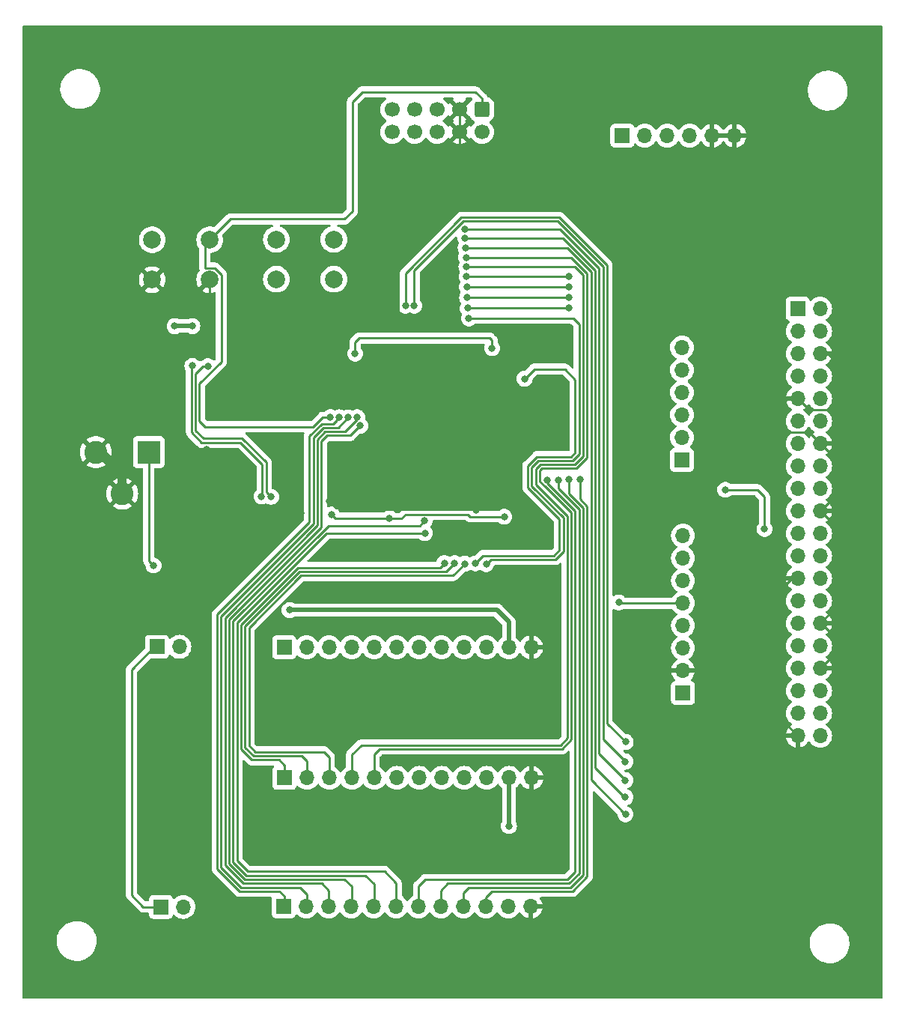
<source format=gbr>
%TF.GenerationSoftware,KiCad,Pcbnew,7.0.10*%
%TF.CreationDate,2024-03-07T18:06:14-07:00*%
%TF.ProjectId,Senior Design,53656e69-6f72-4204-9465-7369676e2e6b,rev?*%
%TF.SameCoordinates,Original*%
%TF.FileFunction,Copper,L2,Bot*%
%TF.FilePolarity,Positive*%
%FSLAX46Y46*%
G04 Gerber Fmt 4.6, Leading zero omitted, Abs format (unit mm)*
G04 Created by KiCad (PCBNEW 7.0.10) date 2024-03-07 18:06:14*
%MOMM*%
%LPD*%
G01*
G04 APERTURE LIST*
G04 Aperture macros list*
%AMRoundRect*
0 Rectangle with rounded corners*
0 $1 Rounding radius*
0 $2 $3 $4 $5 $6 $7 $8 $9 X,Y pos of 4 corners*
0 Add a 4 corners polygon primitive as box body*
4,1,4,$2,$3,$4,$5,$6,$7,$8,$9,$2,$3,0*
0 Add four circle primitives for the rounded corners*
1,1,$1+$1,$2,$3*
1,1,$1+$1,$4,$5*
1,1,$1+$1,$6,$7*
1,1,$1+$1,$8,$9*
0 Add four rect primitives between the rounded corners*
20,1,$1+$1,$2,$3,$4,$5,0*
20,1,$1+$1,$4,$5,$6,$7,0*
20,1,$1+$1,$6,$7,$8,$9,0*
20,1,$1+$1,$8,$9,$2,$3,0*%
G04 Aperture macros list end*
%TA.AperFunction,ComponentPad*%
%ADD10R,1.700000X1.700000*%
%TD*%
%TA.AperFunction,ComponentPad*%
%ADD11O,1.700000X1.700000*%
%TD*%
%TA.AperFunction,ComponentPad*%
%ADD12R,2.600000X2.600000*%
%TD*%
%TA.AperFunction,ComponentPad*%
%ADD13C,2.600000*%
%TD*%
%TA.AperFunction,ComponentPad*%
%ADD14C,2.000000*%
%TD*%
%TA.AperFunction,ComponentPad*%
%ADD15RoundRect,0.250000X-0.600000X0.600000X-0.600000X-0.600000X0.600000X-0.600000X0.600000X0.600000X0*%
%TD*%
%TA.AperFunction,ComponentPad*%
%ADD16C,1.700000*%
%TD*%
%TA.AperFunction,ViaPad*%
%ADD17C,0.800000*%
%TD*%
%TA.AperFunction,ViaPad*%
%ADD18C,1.400000*%
%TD*%
%TA.AperFunction,Conductor*%
%ADD19C,0.250000*%
%TD*%
%TA.AperFunction,Conductor*%
%ADD20C,0.500000*%
%TD*%
%TA.AperFunction,Conductor*%
%ADD21C,1.000000*%
%TD*%
G04 APERTURE END LIST*
D10*
%TO.P,SENSOR1,1*%
%TO.N,Moter1_0*%
X151580000Y-107010000D03*
D11*
%TO.P,SENSOR1,2*%
%TO.N,Moter1_1*%
X154120000Y-107010000D03*
%TO.P,SENSOR1,3*%
%TO.N,Moter1_2*%
X156660000Y-107010000D03*
%TO.P,SENSOR1,4*%
%TO.N,Moter1_3*%
X159200000Y-107010000D03*
%TO.P,SENSOR1,5*%
%TO.N,Moter1_4*%
X161740000Y-107010000D03*
%TO.P,SENSOR1,6*%
%TO.N,Moter1_5*%
X164280000Y-107010000D03*
%TO.P,SENSOR1,7*%
%TO.N,Moter1_6*%
X166820000Y-107010000D03*
%TO.P,SENSOR1,8*%
%TO.N,Moter1_7*%
X169360000Y-107010000D03*
%TO.P,SENSOR1,9*%
%TO.N,Moter1_8*%
X171900000Y-107010000D03*
%TO.P,SENSOR1,10*%
%TO.N,Moter1_9*%
X174440000Y-107010000D03*
%TO.P,SENSOR1,11,VDD*%
%TO.N,Power_3*%
X176980000Y-107010000D03*
%TO.P,SENSOR1,12,VSS*%
%TO.N,COM_GND*%
X179520000Y-107010000D03*
%TD*%
D10*
%TO.P,GOAL_BOT1,1,VDD*%
%TO.N,Power_3*%
X137630000Y-136340000D03*
D11*
%TO.P,GOAL_BOT1,2,OUT*%
%TO.N,GOAL_BOT_IN*%
X140170000Y-136340000D03*
%TD*%
D12*
%TO.P,BARREL_JACK1,1*%
%TO.N,Power_3*%
X136270000Y-84940000D03*
D13*
%TO.P,BARREL_JACK1,2*%
%TO.N,COM_GND*%
X130270000Y-84940000D03*
%TO.P,BARREL_JACK1,3*%
X133270000Y-89640000D03*
%TD*%
D10*
%TO.P,USER_INTERFACE1,1,VDD*%
%TO.N,Power_3*%
X196690000Y-112160000D03*
D11*
%TO.P,USER_INTERFACE1,2,VSS*%
%TO.N,COM_GND*%
X196690000Y-109620000D03*
%TO.P,USER_INTERFACE1,3,USER_START*%
%TO.N,USR_START*%
X196690000Y-107080000D03*
%TO.P,USER_INTERFACE1,4,USER_STOP*%
%TO.N,USR_STOP*%
X196690000Y-104540000D03*
%TO.P,USER_INTERFACE1,5,USER_RESET*%
%TO.N,USR_RST*%
X196690000Y-102000000D03*
%TO.P,USER_INTERFACE1,6,SPI_SCK*%
%TO.N,Net-(USER_INTERFACE1-SPI_SCK)*%
X196690000Y-99460000D03*
%TO.P,USER_INTERFACE1,7,SPI_MOSI*%
%TO.N,Net-(USER_INTERFACE1-SPI_MOSI)*%
X196690000Y-96920000D03*
%TO.P,USER_INTERFACE1,8,SPI_NSS*%
%TO.N,Net-(USER_INTERFACE1-SPI_NSS)*%
X196690000Y-94380000D03*
%TD*%
D10*
%TO.P,PWM_PORT1,1,VDD*%
%TO.N,unconnected-(PWM_PORT1-VDD-Pad1)*%
X196580000Y-85810000D03*
D11*
%TO.P,PWM_PORT1,2,GND*%
%TO.N,unconnected-(PWM_PORT1-GND-Pad2)*%
X196580000Y-83270000D03*
%TO.P,PWM_PORT1,3,PWM1*%
%TO.N,Net-(PWM_PORT1-PWM1)*%
X196580000Y-80730000D03*
%TO.P,PWM_PORT1,4,PWM2*%
%TO.N,Net-(PWM_PORT1-PWM2)*%
X196580000Y-78190000D03*
%TO.P,PWM_PORT1,5,PWM3*%
%TO.N,Net-(PWM_PORT1-PWM3)*%
X196580000Y-75650000D03*
%TO.P,PWM_PORT1,6,PWM4*%
%TO.N,Net-(PWM_PORT1-PWM4)*%
X196580000Y-73110000D03*
%TD*%
D10*
%TO.P,Jetson_Nano1,1,3.3_VDC*%
%TO.N,unconnected-(Jetson_Nano1-3.3_VDC-Pad1)*%
X209660000Y-68740000D03*
D11*
%TO.P,Jetson_Nano1,2,5_VDC*%
%TO.N,unconnected-(Jetson_Nano1-5_VDC-Pad2)*%
X212200000Y-68740000D03*
%TO.P,Jetson_Nano1,3,I2C_2_SDA*%
%TO.N,unconnected-(Jetson_Nano1-I2C_2_SDA-Pad3)*%
X209660000Y-71280000D03*
%TO.P,Jetson_Nano1,4,5_VDC*%
%TO.N,unconnected-(Jetson_Nano1-5_VDC-Pad4)*%
X212200000Y-71280000D03*
%TO.P,Jetson_Nano1,5,I2C_2_SCL*%
%TO.N,unconnected-(Jetson_Nano1-I2C_2_SCL-Pad5)*%
X209660000Y-73820000D03*
%TO.P,Jetson_Nano1,6,GND*%
%TO.N,COM_GND*%
X212200000Y-73820000D03*
%TO.P,Jetson_Nano1,7,AUDIO_MCLK*%
%TO.N,unconnected-(Jetson_Nano1-AUDIO_MCLK-Pad7)*%
X209660000Y-76360000D03*
%TO.P,Jetson_Nano1,8,UART_2_TX*%
%TO.N,USART3_RX*%
X212200000Y-76360000D03*
%TO.P,Jetson_Nano1,9,GND*%
%TO.N,COM_GND*%
X209660000Y-78900000D03*
%TO.P,Jetson_Nano1,10,UART_2_RX*%
%TO.N,USART3_TX*%
X212200000Y-78900000D03*
%TO.P,Jetson_Nano1,11,UART_2_RTS*%
%TO.N,unconnected-(Jetson_Nano1-UART_2_RTS-Pad11)*%
X209660000Y-81440000D03*
%TO.P,Jetson_Nano1,12,I2S_4_SCLK*%
%TO.N,unconnected-(Jetson_Nano1-I2S_4_SCLK-Pad12)*%
X212200000Y-81440000D03*
%TO.P,Jetson_Nano1,13,SPI_2_SCK*%
%TO.N,unconnected-(Jetson_Nano1-SPI_2_SCK-Pad13)*%
X209660000Y-83980000D03*
%TO.P,Jetson_Nano1,14,GND*%
%TO.N,COM_GND*%
X212200000Y-83980000D03*
%TO.P,Jetson_Nano1,15,LCD_TE*%
%TO.N,unconnected-(Jetson_Nano1-LCD_TE-Pad15)*%
X209660000Y-86520000D03*
%TO.P,Jetson_Nano1,16,SPI_2_CS1*%
%TO.N,unconnected-(Jetson_Nano1-SPI_2_CS1-Pad16)*%
X212200000Y-86520000D03*
%TO.P,Jetson_Nano1,17,3.3_VDC*%
%TO.N,unconnected-(Jetson_Nano1-3.3_VDC-Pad17)*%
X209660000Y-89060000D03*
%TO.P,Jetson_Nano1,18,SPI_2_CS0*%
%TO.N,unconnected-(Jetson_Nano1-SPI_2_CS0-Pad18)*%
X212200000Y-89060000D03*
%TO.P,Jetson_Nano1,19,SPI_1_MOSI*%
%TO.N,unconnected-(Jetson_Nano1-SPI_1_MOSI-Pad19)*%
X209660000Y-91600000D03*
%TO.P,Jetson_Nano1,20,GND*%
%TO.N,COM_GND*%
X212200000Y-91600000D03*
%TO.P,Jetson_Nano1,21,SPI_1_MISO*%
%TO.N,unconnected-(Jetson_Nano1-SPI_1_MISO-Pad21)*%
X209660000Y-94140000D03*
%TO.P,Jetson_Nano1,22,SPI_2_MISO*%
%TO.N,unconnected-(Jetson_Nano1-SPI_2_MISO-Pad22)*%
X212200000Y-94140000D03*
%TO.P,Jetson_Nano1,23,SPI_1_SCK*%
%TO.N,unconnected-(Jetson_Nano1-SPI_1_SCK-Pad23)*%
X209660000Y-96680000D03*
%TO.P,Jetson_Nano1,24,SPI_1_CS0*%
%TO.N,unconnected-(Jetson_Nano1-SPI_1_CS0-Pad24)*%
X212200000Y-96680000D03*
%TO.P,Jetson_Nano1,25,GND*%
%TO.N,COM_GND*%
X209660000Y-99220000D03*
%TO.P,Jetson_Nano1,26,SPI_1_CS1*%
%TO.N,unconnected-(Jetson_Nano1-SPI_1_CS1-Pad26)*%
X212200000Y-99220000D03*
%TO.P,Jetson_Nano1,27,I2C_1_SDA*%
%TO.N,unconnected-(Jetson_Nano1-I2C_1_SDA-Pad27)*%
X209660000Y-101760000D03*
%TO.P,Jetson_Nano1,28,I2C_1_SCL*%
%TO.N,unconnected-(Jetson_Nano1-I2C_1_SCL-Pad28)*%
X212200000Y-101760000D03*
%TO.P,Jetson_Nano1,29,CAM_AF_EN*%
%TO.N,unconnected-(Jetson_Nano1-CAM_AF_EN-Pad29)*%
X209660000Y-104300000D03*
%TO.P,Jetson_Nano1,30,GND*%
%TO.N,COM_GND*%
X212200000Y-104300000D03*
%TO.P,Jetson_Nano1,31,GPIO_PZ0*%
%TO.N,unconnected-(Jetson_Nano1-GPIO_PZ0-Pad31)*%
X209660000Y-106840000D03*
%TO.P,Jetson_Nano1,32,LCD_BL_PWM*%
%TO.N,unconnected-(Jetson_Nano1-LCD_BL_PWM-Pad32)*%
X212200000Y-106840000D03*
%TO.P,Jetson_Nano1,33,GPIO_PE6*%
%TO.N,unconnected-(Jetson_Nano1-GPIO_PE6-Pad33)*%
X209660000Y-109380000D03*
%TO.P,Jetson_Nano1,34,GND*%
%TO.N,COM_GND*%
X212200000Y-109380000D03*
%TO.P,Jetson_Nano1,35,I2S_4_LRCK*%
%TO.N,unconnected-(Jetson_Nano1-I2S_4_LRCK-Pad35)*%
X209660000Y-111920000D03*
%TO.P,Jetson_Nano1,36,UART_2_CTS*%
%TO.N,unconnected-(Jetson_Nano1-UART_2_CTS-Pad36)*%
X212200000Y-111920000D03*
%TO.P,Jetson_Nano1,37,SPI_2_MOSI*%
%TO.N,unconnected-(Jetson_Nano1-SPI_2_MOSI-Pad37)*%
X209660000Y-114460000D03*
%TO.P,Jetson_Nano1,38,I2S_4_SDIN*%
%TO.N,unconnected-(Jetson_Nano1-I2S_4_SDIN-Pad38)*%
X212200000Y-114460000D03*
%TO.P,Jetson_Nano1,39,GND*%
%TO.N,COM_GND*%
X209660000Y-117000000D03*
%TO.P,Jetson_Nano1,40,I2S_4_SDOUT*%
%TO.N,unconnected-(Jetson_Nano1-I2S_4_SDOUT-Pad40)*%
X212200000Y-117000000D03*
%TD*%
D10*
%TO.P,GOAL_USER1,1,VDD*%
%TO.N,Power_3*%
X137180000Y-106950000D03*
D11*
%TO.P,GOAL_USER1,2,OUT*%
%TO.N,GOAL_USR_IN*%
X139720000Y-106950000D03*
%TD*%
D14*
%TO.P,BOOT1,1,1*%
%TO.N,Power_3*%
X150700000Y-60900000D03*
X157200000Y-60900000D03*
%TO.P,BOOT1,2,2*%
%TO.N,BOOT*%
X150700000Y-65400000D03*
X157200000Y-65400000D03*
%TD*%
D10*
%TO.P,SENSOR2,1*%
%TO.N,Moter2_0*%
X151620000Y-121760000D03*
D11*
%TO.P,SENSOR2,2*%
%TO.N,Moter2_1*%
X154160000Y-121760000D03*
%TO.P,SENSOR2,3*%
%TO.N,Moter2_2*%
X156700000Y-121760000D03*
%TO.P,SENSOR2,4*%
%TO.N,Moter2_3*%
X159240000Y-121760000D03*
%TO.P,SENSOR2,5*%
%TO.N,Moter2_4*%
X161780000Y-121760000D03*
%TO.P,SENSOR2,6*%
%TO.N,Moter2_5*%
X164320000Y-121760000D03*
%TO.P,SENSOR2,7*%
%TO.N,Moter2_6*%
X166860000Y-121760000D03*
%TO.P,SENSOR2,8*%
%TO.N,Moter2_7*%
X169400000Y-121760000D03*
%TO.P,SENSOR2,9*%
%TO.N,Moter2_8*%
X171940000Y-121760000D03*
%TO.P,SENSOR2,10*%
%TO.N,Moter2_9*%
X174480000Y-121760000D03*
%TO.P,SENSOR2,11,VDD*%
%TO.N,Power_3*%
X177020000Y-121760000D03*
%TO.P,SENSOR2,12,VSS*%
%TO.N,COM_GND*%
X179560000Y-121760000D03*
%TD*%
D15*
%TO.P,10pin_IDC_SWD1,1,RESET*%
%TO.N,RESET*%
X173950000Y-46220000D03*
D16*
%TO.P,10pin_IDC_SWD1,2,GND*%
%TO.N,COM_GND*%
X171410000Y-46220000D03*
%TO.P,10pin_IDC_SWD1,3,SWIM*%
%TO.N,unconnected-(10pin_IDC_SWD1-SWIM-Pad3)*%
X168870000Y-46220000D03*
%TO.P,10pin_IDC_SWD1,4,+3.3V*%
%TO.N,unconnected-(10pin_IDC_SWD1-+3.3V-Pad4)*%
X166330000Y-46220000D03*
%TO.P,10pin_IDC_SWD1,5,+5V*%
%TO.N,unconnected-(10pin_IDC_SWD1-+5V-Pad5)*%
X163790000Y-46220000D03*
%TO.P,10pin_IDC_SWD1,6,SWDIO*%
%TO.N,SWDIO1*%
X173950000Y-48760000D03*
%TO.P,10pin_IDC_SWD1,7,GND*%
%TO.N,COM_GND*%
X171410000Y-48760000D03*
%TO.P,10pin_IDC_SWD1,8,SWCLK*%
%TO.N,SWCLK1*%
X168870000Y-48760000D03*
%TO.P,10pin_IDC_SWD1,9,+3.3V*%
%TO.N,unconnected-(10pin_IDC_SWD1-+3.3V-Pad9)*%
X166330000Y-48760000D03*
%TO.P,10pin_IDC_SWD1,10,+5V*%
%TO.N,unconnected-(10pin_IDC_SWD1-+5V-Pad10)*%
X163790000Y-48760000D03*
%TD*%
D10*
%TO.P,Serial_Adapter1,1,DTR*%
%TO.N,unconnected-(Serial_Adapter1-DTR-Pad1)*%
X189830000Y-49150000D03*
D11*
%TO.P,Serial_Adapter1,2,RX*%
%TO.N,USART5_RX1*%
X192370000Y-49150000D03*
%TO.P,Serial_Adapter1,3,TX*%
%TO.N,USART5_TX1*%
X194910000Y-49150000D03*
%TO.P,Serial_Adapter1,4,VCC*%
%TO.N,unconnected-(Serial_Adapter1-VCC-Pad4)*%
X197450000Y-49150000D03*
%TO.P,Serial_Adapter1,5,CTS*%
%TO.N,COM_GND*%
X199990000Y-49150000D03*
%TO.P,Serial_Adapter1,6,GND*%
X202530000Y-49150000D03*
%TD*%
D14*
%TO.P,RESET1,1,1*%
%TO.N,RESET*%
X136650000Y-60950000D03*
X143150000Y-60950000D03*
%TO.P,RESET1,2,2*%
%TO.N,COM_GND*%
X136650000Y-65450000D03*
X143150000Y-65450000D03*
%TD*%
D10*
%TO.P,SENSOR3,1*%
%TO.N,Moter3_0*%
X151540000Y-136290000D03*
D11*
%TO.P,SENSOR3,2*%
%TO.N,Moter3_1*%
X154080000Y-136290000D03*
%TO.P,SENSOR3,3*%
%TO.N,Moter3_2*%
X156620000Y-136290000D03*
%TO.P,SENSOR3,4*%
%TO.N,Moter3_3*%
X159160000Y-136290000D03*
%TO.P,SENSOR3,5*%
%TO.N,Moter3_4*%
X161700000Y-136290000D03*
%TO.P,SENSOR3,6*%
%TO.N,Moter3_5*%
X164240000Y-136290000D03*
%TO.P,SENSOR3,7*%
%TO.N,Moter3_6*%
X166780000Y-136290000D03*
%TO.P,SENSOR3,8*%
%TO.N,Moter3_7*%
X169320000Y-136290000D03*
%TO.P,SENSOR3,9*%
%TO.N,Moter3_8*%
X171860000Y-136290000D03*
%TO.P,SENSOR3,10*%
%TO.N,Moter3_9*%
X174400000Y-136290000D03*
%TO.P,SENSOR3,11,VDD*%
%TO.N,Power_3*%
X176940000Y-136290000D03*
%TO.P,SENSOR3,12,VSS*%
%TO.N,COM_GND*%
X179480000Y-136290000D03*
%TD*%
D17*
%TO.N,RESET*%
X156800000Y-81000000D03*
%TO.N,COM_GND*%
X173312505Y-91459817D03*
X176720000Y-100320000D03*
X179500000Y-127200000D03*
D18*
X212770000Y-54600000D03*
D17*
X140640000Y-93900000D03*
X185390000Y-47090000D03*
X175760000Y-71125000D03*
X171450000Y-100340000D03*
X154000000Y-101500000D03*
X143150000Y-68500000D03*
X156660000Y-90480000D03*
X142800000Y-84600000D03*
X151980000Y-84620000D03*
X162900000Y-67150000D03*
X188250000Y-41380000D03*
X153500000Y-91800000D03*
X161600000Y-91271054D03*
X162800000Y-56000000D03*
%TO.N,USART3_RX*%
X172270000Y-67490000D03*
X183800000Y-67490000D03*
%TO.N,USART3_TX*%
X183800000Y-68680000D03*
X172330000Y-68660000D03*
%TO.N,GOAL_BOT*%
X149027806Y-89952930D03*
X141200000Y-75200000D03*
%TO.N,Moter3_0*%
X157812653Y-81012653D03*
%TO.N,Moter3_1*%
X158833277Y-81017335D03*
%TO.N,Moter3_2*%
X159832812Y-80986761D03*
%TO.N,Moter3_3*%
X160166852Y-81966852D03*
%TO.N,Moter3_4*%
X167475000Y-92700871D03*
%TO.N,Moter3_5*%
X167500000Y-94100000D03*
%TO.N,Moter2_0*%
X169690000Y-97490000D03*
%TO.N,USART5_TX1*%
X183800000Y-66290000D03*
X172230000Y-66280000D03*
%TO.N,USART5_RX1*%
X172210000Y-65110000D03*
X183800000Y-65110000D03*
%TO.N,Moter2_1*%
X170860000Y-97510000D03*
%TO.N,Moter2_2*%
X172000000Y-97560000D03*
%TO.N,USR_RST*%
X189430000Y-101940000D03*
%TO.N,SPI2_MOSI_USR*%
X201470000Y-89200000D03*
X205905000Y-93630000D03*
%TO.N,Moter3_6*%
X181360000Y-88090000D03*
%TO.N,Moter3_7*%
X182590000Y-88120000D03*
%TO.N,Moter3_8*%
X183820000Y-88050000D03*
%TO.N,Moter3_9*%
X185020000Y-88020000D03*
%TO.N,Moter1_8*%
X173190000Y-97530000D03*
X178775786Y-76649520D03*
%TO.N,Moter1_9*%
X172475000Y-69832500D03*
X174440000Y-97590000D03*
%TO.N,Moter2_3*%
X172190000Y-63990000D03*
%TO.N,Moter2_4*%
X172150000Y-62930000D03*
%TO.N,Moter2_5*%
X172110000Y-61840000D03*
X190180000Y-125880000D03*
%TO.N,Moter2_6*%
X172050000Y-60770000D03*
X190170000Y-123950000D03*
%TO.N,Moter2_7*%
X190170000Y-122030000D03*
X171980000Y-59750000D03*
%TO.N,GOAL_USR*%
X150100000Y-90000000D03*
X142950000Y-75225000D03*
%TO.N,Moter2_8*%
X190170000Y-119920000D03*
X166300000Y-68400000D03*
%TO.N,Moter2_9*%
X165299997Y-68400000D03*
X190200000Y-117700000D03*
%TO.N,Power_3*%
X177000000Y-127200000D03*
X141200000Y-70700000D03*
X163500000Y-92400000D03*
X139200000Y-70700000D03*
X159600000Y-73800000D03*
X176480000Y-92250000D03*
X136800000Y-97750000D03*
X175100000Y-73200000D03*
X156975000Y-91996054D03*
X152200000Y-102800000D03*
%TD*%
D19*
%TO.N,RESET*%
X144475000Y-74725305D02*
X144475000Y-64901167D01*
X160380000Y-44240000D02*
X173240000Y-44240000D01*
X173240000Y-44240000D02*
X173950000Y-44950000D01*
X142601167Y-64125000D02*
X142601167Y-61498833D01*
X154858604Y-82075000D02*
X142665000Y-82075000D01*
X143698833Y-64125000D02*
X142601167Y-64125000D01*
X142000000Y-81410000D02*
X142000000Y-77200305D01*
X159300000Y-57700000D02*
X159300000Y-45320000D01*
X158400000Y-58600000D02*
X159300000Y-57700000D01*
X142665000Y-82075000D02*
X142000000Y-81410000D01*
X156800000Y-81000000D02*
X155933604Y-81000000D01*
X144475000Y-64901167D02*
X143698833Y-64125000D01*
X159300000Y-45320000D02*
X160380000Y-44240000D01*
X145500000Y-58600000D02*
X158400000Y-58600000D01*
X143150000Y-60950000D02*
X145500000Y-58600000D01*
X173950000Y-44950000D02*
X173950000Y-46220000D01*
X142000000Y-77200305D02*
X144475000Y-74725305D01*
X142601167Y-61498833D02*
X143150000Y-60950000D01*
X155933604Y-81000000D02*
X154858604Y-82075000D01*
%TO.N,COM_GND*%
X214230000Y-102270000D02*
X214230000Y-93620000D01*
X157451054Y-91271054D02*
X161600000Y-91271054D01*
D20*
X154000000Y-101500000D02*
X178370000Y-101500000D01*
D19*
X165725000Y-71125000D02*
X175760000Y-71125000D01*
D20*
X150400000Y-94900000D02*
X141640000Y-94900000D01*
D19*
X185390000Y-44240000D02*
X185390000Y-47090000D01*
X164500000Y-69900000D02*
X165725000Y-71125000D01*
X213370000Y-80180000D02*
X214070000Y-79480000D01*
X209660000Y-78900000D02*
X210940000Y-80180000D01*
X214120000Y-107460000D02*
X214120000Y-106090000D01*
D20*
X179540000Y-127120000D02*
X179560000Y-127140000D01*
D19*
X209600000Y-116900000D02*
X209600000Y-118210000D01*
X206450000Y-113790000D02*
X206450000Y-101750000D01*
D20*
X152000000Y-88800000D02*
X153500000Y-90300000D01*
X142400000Y-93900000D02*
X140640000Y-93900000D01*
D19*
X156660000Y-90480000D02*
X157451054Y-91271054D01*
X162800000Y-56000000D02*
X170800000Y-56000000D01*
X188250000Y-41380000D02*
X185390000Y-44240000D01*
D20*
X179540000Y-121690000D02*
X179540000Y-127120000D01*
D19*
X214070000Y-79480000D02*
X214070000Y-74820000D01*
X209560000Y-116900000D02*
X206450000Y-113790000D01*
X208000000Y-79400000D02*
X208500000Y-78900000D01*
D20*
X152000000Y-84640000D02*
X152000000Y-88800000D01*
D21*
X130270000Y-84940000D02*
X130840000Y-84940000D01*
D20*
X153500000Y-90300000D02*
X153500000Y-91800000D01*
D19*
X171450000Y-100340000D02*
X171470000Y-100320000D01*
X171410000Y-48760000D02*
X171410000Y-46220000D01*
X206450000Y-101750000D02*
X209080000Y-99120000D01*
X214300000Y-110200000D02*
X213480000Y-109380000D01*
X209600000Y-116900000D02*
X209560000Y-116900000D01*
X210920000Y-82700000D02*
X208710000Y-82700000D01*
X179540000Y-121650000D02*
X179560000Y-121670000D01*
X199020000Y-109620000D02*
X199820000Y-110420000D01*
X200580000Y-116920000D02*
X209580000Y-116920000D01*
X173302688Y-91450000D02*
X161778946Y-91450000D01*
X209600000Y-118210000D02*
X210200000Y-118810000D01*
X214120000Y-106090000D02*
X212265000Y-104235000D01*
X212970000Y-73720000D02*
X212140000Y-73720000D01*
X164500000Y-67800000D02*
X164500000Y-69900000D01*
X173312505Y-91459817D02*
X173302688Y-91450000D01*
X208710000Y-82700000D02*
X208000000Y-81990000D01*
X209080000Y-99120000D02*
X209600000Y-99120000D01*
D21*
X133270000Y-87370000D02*
X133270000Y-89640000D01*
D20*
X178370000Y-101500000D02*
X179540000Y-102670000D01*
D19*
X208500000Y-78900000D02*
X209660000Y-78900000D01*
X210940000Y-80180000D02*
X213370000Y-80180000D01*
X212210000Y-91600000D02*
X212200000Y-91600000D01*
X213590000Y-118810000D02*
X214300000Y-118100000D01*
X214230000Y-93620000D02*
X212210000Y-91600000D01*
D20*
X151980000Y-84620000D02*
X152000000Y-84640000D01*
X179540000Y-102670000D02*
X179540000Y-106900000D01*
D19*
X208000000Y-81990000D02*
X208000000Y-79400000D01*
X210200000Y-118810000D02*
X213590000Y-118810000D01*
D20*
X142800000Y-84600000D02*
X143700000Y-85500000D01*
X143700000Y-92600000D02*
X142400000Y-93900000D01*
D19*
X179560000Y-127140000D02*
X179500000Y-127200000D01*
X170800000Y-56000000D02*
X171410000Y-55390000D01*
X171470000Y-100320000D02*
X176720000Y-100320000D01*
X213990000Y-85770000D02*
X212200000Y-83980000D01*
X212265000Y-104235000D02*
X214230000Y-102270000D01*
X161778946Y-91450000D02*
X161600000Y-91271054D01*
X212200000Y-109380000D02*
X214120000Y-107460000D01*
X199820000Y-110420000D02*
X199820000Y-116160000D01*
D21*
X130840000Y-84940000D02*
X133270000Y-87370000D01*
D19*
X143150000Y-68325000D02*
X143150000Y-65450000D01*
D20*
X141640000Y-94900000D02*
X140640000Y-93900000D01*
D19*
X214300000Y-118100000D02*
X214300000Y-110200000D01*
X199820000Y-116160000D02*
X200580000Y-116920000D01*
X212200000Y-83980000D02*
X210920000Y-82700000D01*
D20*
X153500000Y-91800000D02*
X150400000Y-94900000D01*
D19*
X214070000Y-74820000D02*
X212970000Y-73720000D01*
D20*
X179560000Y-121670000D02*
X179540000Y-121690000D01*
D19*
X162900000Y-67150000D02*
X163850000Y-67150000D01*
X212200000Y-91600000D02*
X213990000Y-89810000D01*
X171410000Y-55390000D02*
X171410000Y-48760000D01*
X196690000Y-109620000D02*
X199020000Y-109620000D01*
D21*
X140610000Y-93870000D02*
X140640000Y-93900000D01*
D19*
X213480000Y-109380000D02*
X212200000Y-109380000D01*
X209580000Y-116920000D02*
X209600000Y-116900000D01*
D20*
X143700000Y-85500000D02*
X143700000Y-92600000D01*
D19*
X163850000Y-67150000D02*
X164500000Y-67800000D01*
X213990000Y-89810000D02*
X213990000Y-85770000D01*
%TO.N,USART3_RX*%
X183800000Y-67490000D02*
X172270000Y-67490000D01*
%TO.N,USART3_TX*%
X183780000Y-68660000D02*
X172330000Y-68660000D01*
X183800000Y-68680000D02*
X183780000Y-68660000D01*
%TO.N,GOAL_BOT*%
X141100000Y-75300000D02*
X141200000Y-75200000D01*
X149100000Y-86304695D02*
X146640305Y-83845000D01*
X149027806Y-89952930D02*
X149100000Y-89880736D01*
X142245000Y-83845000D02*
X141100000Y-82700000D01*
X141100000Y-82700000D02*
X141100000Y-75300000D01*
X149100000Y-89880736D02*
X149100000Y-86304695D01*
X146640305Y-83845000D02*
X142245000Y-83845000D01*
%TO.N,Moter3_0*%
X151060000Y-134590000D02*
X151600000Y-135130000D01*
X157525000Y-81300305D02*
X157100305Y-81725000D01*
X151600000Y-135130000D02*
X151600000Y-136400000D01*
X146543604Y-134590000D02*
X151060000Y-134590000D01*
X144000000Y-103300000D02*
X144000000Y-132046396D01*
X155845000Y-81725000D02*
X154440000Y-83130000D01*
X157525000Y-81240000D02*
X157525000Y-81300305D01*
X154440000Y-83130000D02*
X154440000Y-92860000D01*
X144000000Y-132046396D02*
X146543604Y-134590000D01*
X154440000Y-92860000D02*
X144000000Y-103300000D01*
X157752347Y-81012653D02*
X157525000Y-81240000D01*
X157100305Y-81725000D02*
X155845000Y-81725000D01*
X157812653Y-81012653D02*
X157752347Y-81012653D01*
%TO.N,Moter3_1*%
X144450000Y-103486396D02*
X144450000Y-131860000D01*
X154890000Y-93046396D02*
X144450000Y-103486396D01*
X156031396Y-82175000D02*
X154890000Y-83316396D01*
X154890000Y-83316396D02*
X154890000Y-93046396D01*
X146730000Y-134140000D02*
X153380000Y-134140000D01*
X153380000Y-134140000D02*
X154140000Y-134900000D01*
X158833277Y-81017335D02*
X157675611Y-82175000D01*
X157675611Y-82175000D02*
X156031396Y-82175000D01*
X154140000Y-134900000D02*
X154140000Y-136400000D01*
X144450000Y-131860000D02*
X146730000Y-134140000D01*
%TO.N,Moter3_2*%
X144900000Y-103672792D02*
X144900000Y-131669188D01*
X155340000Y-93232792D02*
X144900000Y-103672792D01*
X155340000Y-83502792D02*
X155340000Y-93232792D01*
X159832812Y-81267188D02*
X158475000Y-82625000D01*
X144900000Y-131669188D02*
X146920812Y-133690000D01*
X156217792Y-82625000D02*
X155340000Y-83502792D01*
X155840000Y-133690000D02*
X156620000Y-134470000D01*
X156620000Y-134470000D02*
X156620000Y-136290000D01*
X159832812Y-80986761D02*
X159832812Y-81267188D01*
X146920812Y-133690000D02*
X155840000Y-133690000D01*
X158475000Y-82625000D02*
X156217792Y-82625000D01*
%TO.N,Moter3_3*%
X158420000Y-133240000D02*
X159220000Y-134040000D01*
X147107208Y-133240000D02*
X158420000Y-133240000D01*
X145350000Y-103859188D02*
X145350000Y-131482792D01*
X159058704Y-83075000D02*
X156404188Y-83075000D01*
X145350000Y-131482792D02*
X147107208Y-133240000D01*
X160166852Y-81966852D02*
X159058704Y-83075000D01*
X155790000Y-93419188D02*
X145350000Y-103859188D01*
X156404188Y-83075000D02*
X155790000Y-83689188D01*
X155790000Y-83689188D02*
X155790000Y-93419188D01*
X159220000Y-134040000D02*
X159220000Y-136400000D01*
%TO.N,Moter3_4*%
X147293604Y-132790000D02*
X160770000Y-132790000D01*
X167475000Y-92700871D02*
X166925871Y-93250000D01*
X166925871Y-93250000D02*
X156595584Y-93250000D01*
X145800000Y-131296396D02*
X147293604Y-132790000D01*
X156595584Y-93250000D02*
X145800000Y-104045584D01*
X145800000Y-104045584D02*
X145800000Y-131296396D01*
X160770000Y-132790000D02*
X161760000Y-133780000D01*
X161760000Y-133780000D02*
X161760000Y-136400000D01*
%TO.N,Moter3_5*%
X147480000Y-132340000D02*
X162940000Y-132340000D01*
X167500000Y-94100000D02*
X156381980Y-94100000D01*
X146250000Y-104231980D02*
X146250000Y-131110000D01*
X156381980Y-94100000D02*
X146250000Y-104231980D01*
X164240000Y-133640000D02*
X164240000Y-136290000D01*
X162940000Y-132340000D02*
X164240000Y-133640000D01*
X146250000Y-131110000D02*
X147480000Y-132340000D01*
%TO.N,Moter2_0*%
X169200000Y-97980000D02*
X153138376Y-97980000D01*
X153138376Y-97980000D02*
X146700000Y-104418376D01*
X151620000Y-120360000D02*
X151620000Y-121760000D01*
X169690000Y-97490000D02*
X169200000Y-97980000D01*
X147920000Y-119720000D02*
X150980000Y-119720000D01*
X150980000Y-119720000D02*
X151620000Y-120360000D01*
X146700000Y-104418376D02*
X146700000Y-118500000D01*
X146700000Y-118500000D02*
X147920000Y-119720000D01*
%TO.N,USART5_TX1*%
X172240000Y-66290000D02*
X172230000Y-66280000D01*
X183800000Y-66290000D02*
X172240000Y-66290000D01*
%TO.N,USART5_RX1*%
X183800000Y-65110000D02*
X172210000Y-65110000D01*
%TO.N,Moter2_1*%
X153570000Y-119270000D02*
X154140000Y-119840000D01*
X170860000Y-97510000D02*
X169940000Y-98430000D01*
X154140000Y-119840000D02*
X154140000Y-121650000D01*
X148106396Y-119270000D02*
X153570000Y-119270000D01*
X147150000Y-118313604D02*
X148106396Y-119270000D01*
X169940000Y-98430000D02*
X153324772Y-98430000D01*
X147150000Y-104604772D02*
X147150000Y-118313604D01*
X153324772Y-98430000D02*
X147150000Y-104604772D01*
%TO.N,Moter2_2*%
X156680000Y-119400000D02*
X156680000Y-121650000D01*
X148282792Y-118810000D02*
X156090000Y-118810000D01*
X147600000Y-118127208D02*
X148282792Y-118810000D01*
X172000000Y-97560000D02*
X172000000Y-97580000D01*
X153511168Y-98880000D02*
X147600000Y-104791168D01*
X156090000Y-118810000D02*
X156680000Y-119400000D01*
X172000000Y-97580000D02*
X170700000Y-98880000D01*
X147600000Y-104791168D02*
X147600000Y-118127208D01*
X170700000Y-98880000D02*
X153511168Y-98880000D01*
%TO.N,USR_RST*%
X196650000Y-102040000D02*
X196690000Y-102000000D01*
X189430000Y-101940000D02*
X189530000Y-102040000D01*
X189530000Y-102040000D02*
X196650000Y-102040000D01*
%TO.N,SPI2_MOSI_USR*%
X205100000Y-89200000D02*
X201470000Y-89200000D01*
X205905000Y-90005000D02*
X205100000Y-89200000D01*
X205905000Y-93630000D02*
X205905000Y-90005000D01*
%TO.N,Moter3_6*%
X183613604Y-133250000D02*
X167540000Y-133250000D01*
X167540000Y-133250000D02*
X166780000Y-134010000D01*
X181360000Y-88469188D02*
X184500000Y-91609188D01*
X166780000Y-134010000D02*
X166780000Y-136290000D01*
X181360000Y-88090000D02*
X181360000Y-88469188D01*
X184500000Y-91609188D02*
X184500000Y-132363604D01*
X184500000Y-132363604D02*
X183613604Y-133250000D01*
%TO.N,Moter3_7*%
X182590000Y-89062792D02*
X184950000Y-91422792D01*
X184950000Y-132550000D02*
X183800000Y-133700000D01*
X183800000Y-133700000D02*
X170090000Y-133700000D01*
X184950000Y-91422792D02*
X184950000Y-132550000D01*
X182590000Y-88120000D02*
X182590000Y-89062792D01*
X169320000Y-134470000D02*
X169320000Y-136290000D01*
X170090000Y-133700000D02*
X169320000Y-134470000D01*
%TO.N,Moter3_8*%
X171860000Y-134750000D02*
X171860000Y-136290000D01*
X185400000Y-91236396D02*
X185400000Y-132736396D01*
X185400000Y-132736396D02*
X183986396Y-134150000D01*
X183986396Y-134150000D02*
X172460000Y-134150000D01*
X172460000Y-134150000D02*
X171860000Y-134750000D01*
X183820000Y-88050000D02*
X183820000Y-89656396D01*
X183820000Y-89656396D02*
X185400000Y-91236396D01*
%TO.N,Moter3_9*%
X185850000Y-91050000D02*
X185850000Y-132922792D01*
X175040000Y-134600000D02*
X174400000Y-135240000D01*
X174400000Y-135240000D02*
X174400000Y-136290000D01*
X185020000Y-90220000D02*
X185850000Y-91050000D01*
X185020000Y-88020000D02*
X185020000Y-90220000D01*
X184172792Y-134600000D02*
X175040000Y-134600000D01*
X185850000Y-132922792D02*
X184172792Y-134600000D01*
%TO.N,Moter1_8*%
X182070000Y-96640000D02*
X182700000Y-96010000D01*
X184500000Y-85000000D02*
X184500000Y-76740000D01*
X182700000Y-96010000D02*
X182700000Y-92516396D01*
X179140000Y-86470812D02*
X180160812Y-85450000D01*
X179855306Y-75570000D02*
X178775786Y-76649520D01*
X173190000Y-97480000D02*
X174030000Y-96640000D01*
X183330000Y-75570000D02*
X179855306Y-75570000D01*
X184500000Y-76740000D02*
X183330000Y-75570000D01*
X182700000Y-92516396D02*
X179140000Y-88956396D01*
X179140000Y-88956396D02*
X179140000Y-86470812D01*
X184050000Y-85450000D02*
X184500000Y-85000000D01*
X174030000Y-96640000D02*
X182070000Y-96640000D01*
X173190000Y-97530000D02*
X173190000Y-97480000D01*
X180160812Y-85450000D02*
X184050000Y-85450000D01*
%TO.N,Moter1_9*%
X184236396Y-85900000D02*
X184950000Y-85186396D01*
X184950000Y-70486396D02*
X184283604Y-69820000D01*
X174940000Y-97090000D02*
X182256396Y-97090000D01*
X179590000Y-86657208D02*
X180347208Y-85900000D01*
X182256396Y-97090000D02*
X183150000Y-96196396D01*
X183150000Y-92330000D02*
X179590000Y-88770000D01*
X180347208Y-85900000D02*
X184236396Y-85900000D01*
X183150000Y-96196396D02*
X183150000Y-92330000D01*
X184283604Y-69820000D02*
X172487500Y-69820000D01*
X172487500Y-69820000D02*
X172475000Y-69832500D01*
X174440000Y-97590000D02*
X174940000Y-97090000D01*
X184950000Y-85186396D02*
X184950000Y-70486396D01*
X179590000Y-88770000D02*
X179590000Y-86657208D01*
%TO.N,Moter2_3*%
X172190000Y-63990000D02*
X184460000Y-63990000D01*
X185400000Y-64930000D02*
X185400000Y-85372792D01*
X183600000Y-92143604D02*
X183600000Y-117263604D01*
X180533604Y-86350000D02*
X180040000Y-86843604D01*
X180040000Y-86843604D02*
X180040000Y-88583604D01*
X180040000Y-88583604D02*
X183600000Y-92143604D01*
X160290000Y-118050000D02*
X159220000Y-119120000D01*
X185400000Y-85372792D02*
X184422792Y-86350000D01*
X184460000Y-63990000D02*
X185400000Y-64930000D01*
X159220000Y-119120000D02*
X159220000Y-121650000D01*
X184422792Y-86350000D02*
X180533604Y-86350000D01*
X183600000Y-117263604D02*
X182813604Y-118050000D01*
X182813604Y-118050000D02*
X160290000Y-118050000D01*
%TO.N,Moter2_4*%
X181069416Y-88815000D02*
X184050000Y-91795584D01*
X172160000Y-62940000D02*
X184046396Y-62940000D01*
X185850000Y-64743604D02*
X185850000Y-85559188D01*
X181059695Y-88815000D02*
X181069416Y-88815000D01*
X185850000Y-85559188D02*
X184609188Y-86800000D01*
X180490000Y-87030000D02*
X180490000Y-88245305D01*
X162370000Y-118500000D02*
X161760000Y-119110000D01*
X180490000Y-88245305D02*
X181059695Y-88815000D01*
X183000000Y-118500000D02*
X162370000Y-118500000D01*
X184050000Y-91795584D02*
X184050000Y-117450000D01*
X161760000Y-119110000D02*
X161760000Y-121650000D01*
X172150000Y-62930000D02*
X172160000Y-62940000D01*
X180720000Y-86800000D02*
X180490000Y-87030000D01*
X184046396Y-62940000D02*
X185850000Y-64743604D01*
X184609188Y-86800000D02*
X180720000Y-86800000D01*
X184050000Y-117450000D02*
X183000000Y-118500000D01*
%TO.N,Moter2_5*%
X186300000Y-64557208D02*
X186300000Y-122010000D01*
X190170000Y-125880000D02*
X190180000Y-125880000D01*
X183582792Y-61840000D02*
X186300000Y-64557208D01*
X172110000Y-61840000D02*
X183582792Y-61840000D01*
X186300000Y-122010000D02*
X190170000Y-125880000D01*
%TO.N,Moter2_6*%
X186750000Y-64370812D02*
X186750000Y-120650000D01*
X172050000Y-60770000D02*
X183149188Y-60770000D01*
X190050000Y-123950000D02*
X190170000Y-123950000D01*
X183149188Y-60770000D02*
X186750000Y-64370812D01*
X186750000Y-120650000D02*
X190050000Y-123950000D01*
%TO.N,Moter2_7*%
X187200000Y-119010000D02*
X190170000Y-121980000D01*
X187200000Y-64184416D02*
X187200000Y-119010000D01*
X171990000Y-59760000D02*
X182775584Y-59760000D01*
X182775584Y-59760000D02*
X187200000Y-64184416D01*
X171980000Y-59750000D02*
X171990000Y-59760000D01*
X190170000Y-121980000D02*
X190170000Y-122030000D01*
%TO.N,GOAL_USR*%
X141550000Y-76050000D02*
X142375000Y-75225000D01*
X141550000Y-82513604D02*
X141550000Y-76050000D01*
X150100000Y-90000000D02*
X149550000Y-89450000D01*
X142431396Y-83395000D02*
X141550000Y-82513604D01*
X142375000Y-75225000D02*
X142950000Y-75225000D01*
X149550000Y-86118299D02*
X146826701Y-83395000D01*
X149550000Y-89450000D02*
X149550000Y-86118299D01*
X146826701Y-83395000D02*
X142431396Y-83395000D01*
%TO.N,Moter2_8*%
X187650000Y-117370000D02*
X190170000Y-119890000D01*
X166300000Y-64374695D02*
X171814695Y-58860000D01*
X182511980Y-58860000D02*
X187650000Y-63998020D01*
X166300000Y-68400000D02*
X166300000Y-64374695D01*
X190170000Y-119890000D02*
X190170000Y-119920000D01*
X171814695Y-58860000D02*
X182511980Y-58860000D01*
X187650000Y-63998020D02*
X187650000Y-117370000D01*
%TO.N,Moter2_9*%
X188100000Y-63811624D02*
X188100000Y-115600000D01*
X188100000Y-115600000D02*
X190200000Y-117700000D01*
X165299997Y-68400000D02*
X165299997Y-64738302D01*
X171628299Y-58410000D02*
X182698376Y-58410000D01*
X182698376Y-58410000D02*
X188100000Y-63811624D01*
X165299997Y-64738302D02*
X171628299Y-58410000D01*
%TO.N,Power_3*%
X176480000Y-92250000D02*
X172620000Y-92250000D01*
X137180000Y-106950000D02*
X136910000Y-106950000D01*
X135640000Y-136340000D02*
X137630000Y-136340000D01*
X163530000Y-92430000D02*
X163500000Y-92400000D01*
X174850000Y-72050000D02*
X160050000Y-72050000D01*
X159600000Y-72500000D02*
X159600000Y-73800000D01*
D20*
X139200000Y-70700000D02*
X141200000Y-70700000D01*
X175660000Y-102800000D02*
X152200000Y-102800000D01*
D19*
X175100000Y-72300000D02*
X174850000Y-72050000D01*
X134300000Y-109560000D02*
X134300000Y-135000000D01*
X136800000Y-97750000D02*
X136270000Y-97220000D01*
X172345871Y-91975871D02*
X165294129Y-91975871D01*
D20*
X177000000Y-104140000D02*
X175660000Y-102800000D01*
D19*
X165294129Y-91975871D02*
X164840000Y-92430000D01*
X164840000Y-92430000D02*
X163530000Y-92430000D01*
X160050000Y-72050000D02*
X159600000Y-72500000D01*
X136270000Y-97220000D02*
X136270000Y-84940000D01*
X177020000Y-121760000D02*
X177000000Y-121780000D01*
X134300000Y-135000000D02*
X135640000Y-136340000D01*
X175100000Y-73200000D02*
X175100000Y-72300000D01*
X136910000Y-106950000D02*
X134300000Y-109560000D01*
X157378946Y-92400000D02*
X163500000Y-92400000D01*
X156975000Y-91996054D02*
X157378946Y-92400000D01*
D20*
X177000000Y-121780000D02*
X177000000Y-127200000D01*
X177000000Y-106900000D02*
X177000000Y-104140000D01*
D19*
X172620000Y-92250000D02*
X172345871Y-91975871D01*
%TD*%
%TA.AperFunction,Conductor*%
%TO.N,COM_GND*%
G36*
X183793834Y-118693269D02*
G01*
X183849767Y-118735141D01*
X183874184Y-118800605D01*
X183874500Y-118809451D01*
X183874500Y-132053151D01*
X183854815Y-132120190D01*
X183838181Y-132140832D01*
X183390832Y-132588181D01*
X183329509Y-132621666D01*
X183303151Y-132624500D01*
X167622737Y-132624500D01*
X167607120Y-132622776D01*
X167607093Y-132623062D01*
X167599331Y-132622327D01*
X167532144Y-132624439D01*
X167528250Y-132624500D01*
X167500650Y-132624500D01*
X167496962Y-132624965D01*
X167496649Y-132625005D01*
X167485031Y-132625918D01*
X167441377Y-132627290D01*
X167441367Y-132627292D01*
X167422134Y-132632879D01*
X167403094Y-132636822D01*
X167383217Y-132639334D01*
X167383210Y-132639335D01*
X167383208Y-132639336D01*
X167383206Y-132639336D01*
X167383205Y-132639337D01*
X167342584Y-132655419D01*
X167331537Y-132659201D01*
X167289611Y-132671382D01*
X167289608Y-132671383D01*
X167272363Y-132681581D01*
X167254901Y-132690135D01*
X167236272Y-132697511D01*
X167236267Y-132697514D01*
X167200926Y-132723189D01*
X167191168Y-132729599D01*
X167153580Y-132751828D01*
X167139408Y-132766000D01*
X167124623Y-132778628D01*
X167108412Y-132790407D01*
X167080571Y-132824059D01*
X167072711Y-132832696D01*
X166396208Y-133509199D01*
X166383951Y-133519020D01*
X166384134Y-133519241D01*
X166378122Y-133524214D01*
X166332098Y-133573223D01*
X166329391Y-133576016D01*
X166309889Y-133595517D01*
X166309875Y-133595534D01*
X166307407Y-133598715D01*
X166299843Y-133607570D01*
X166269937Y-133639418D01*
X166269936Y-133639420D01*
X166260284Y-133656976D01*
X166249610Y-133673226D01*
X166237329Y-133689061D01*
X166237324Y-133689068D01*
X166219975Y-133729158D01*
X166214838Y-133739644D01*
X166193803Y-133777906D01*
X166188822Y-133797307D01*
X166182521Y-133815710D01*
X166174562Y-133834102D01*
X166174561Y-133834105D01*
X166167728Y-133877243D01*
X166165360Y-133888674D01*
X166154501Y-133930971D01*
X166154500Y-133930982D01*
X166154500Y-133951016D01*
X166152973Y-133970415D01*
X166149840Y-133990194D01*
X166149840Y-133990195D01*
X166153950Y-134033674D01*
X166154500Y-134045343D01*
X166154500Y-135014773D01*
X166134815Y-135081812D01*
X166101623Y-135116348D01*
X165908597Y-135251505D01*
X165741505Y-135418597D01*
X165611575Y-135604158D01*
X165556998Y-135647783D01*
X165487500Y-135654977D01*
X165425145Y-135623454D01*
X165408425Y-135604158D01*
X165278494Y-135418597D01*
X165111402Y-135251506D01*
X165111401Y-135251505D01*
X164947754Y-135136918D01*
X164918376Y-135116347D01*
X164874751Y-135061770D01*
X164865500Y-135014772D01*
X164865500Y-133722742D01*
X164867224Y-133707122D01*
X164866939Y-133707095D01*
X164867673Y-133699333D01*
X164865561Y-133632112D01*
X164865500Y-133628218D01*
X164865500Y-133600656D01*
X164865500Y-133600650D01*
X164864996Y-133596668D01*
X164864081Y-133585029D01*
X164862710Y-133541373D01*
X164857119Y-133522130D01*
X164853173Y-133503078D01*
X164850664Y-133483208D01*
X164834579Y-133442583D01*
X164830806Y-133431562D01*
X164818618Y-133389610D01*
X164818617Y-133389609D01*
X164818617Y-133389607D01*
X164818616Y-133389606D01*
X164808423Y-133372371D01*
X164799861Y-133354894D01*
X164792487Y-133336269D01*
X164766816Y-133300937D01*
X164760405Y-133291177D01*
X164738170Y-133253580D01*
X164738168Y-133253578D01*
X164738165Y-133253574D01*
X164724006Y-133239415D01*
X164711368Y-133224619D01*
X164699594Y-133208413D01*
X164693830Y-133203645D01*
X164665940Y-133180572D01*
X164657299Y-133172709D01*
X163440803Y-131956212D01*
X163430980Y-131943950D01*
X163430759Y-131944134D01*
X163425786Y-131938122D01*
X163376776Y-131892099D01*
X163373977Y-131889386D01*
X163354477Y-131869885D01*
X163354471Y-131869880D01*
X163351286Y-131867409D01*
X163342434Y-131859848D01*
X163310582Y-131829938D01*
X163310580Y-131829936D01*
X163310577Y-131829935D01*
X163293029Y-131820288D01*
X163276763Y-131809604D01*
X163260932Y-131797324D01*
X163220849Y-131779978D01*
X163210363Y-131774841D01*
X163172094Y-131753803D01*
X163172092Y-131753802D01*
X163152693Y-131748822D01*
X163134281Y-131742518D01*
X163115898Y-131734562D01*
X163115892Y-131734560D01*
X163072760Y-131727729D01*
X163061322Y-131725361D01*
X163019020Y-131714500D01*
X163019019Y-131714500D01*
X162998984Y-131714500D01*
X162979586Y-131712973D01*
X162972162Y-131711797D01*
X162959805Y-131709840D01*
X162959804Y-131709840D01*
X162916325Y-131713950D01*
X162904656Y-131714500D01*
X147790452Y-131714500D01*
X147723413Y-131694815D01*
X147702771Y-131678181D01*
X146911819Y-130887228D01*
X146878334Y-130825905D01*
X146875500Y-130799547D01*
X146875500Y-119859452D01*
X146895185Y-119792413D01*
X146947989Y-119746658D01*
X147017147Y-119736714D01*
X147080703Y-119765739D01*
X147087181Y-119771771D01*
X147419194Y-120103784D01*
X147429019Y-120116048D01*
X147429240Y-120115866D01*
X147434210Y-120121874D01*
X147483239Y-120167915D01*
X147486036Y-120170626D01*
X147505530Y-120190120D01*
X147508695Y-120192575D01*
X147517571Y-120200156D01*
X147549418Y-120230062D01*
X147566973Y-120239713D01*
X147583231Y-120250392D01*
X147599064Y-120262674D01*
X147634410Y-120277968D01*
X147639155Y-120280022D01*
X147649635Y-120285155D01*
X147687908Y-120306197D01*
X147707312Y-120311179D01*
X147725710Y-120317478D01*
X147744105Y-120325438D01*
X147787254Y-120332271D01*
X147798680Y-120334638D01*
X147840981Y-120345500D01*
X147861016Y-120345500D01*
X147880413Y-120347026D01*
X147900196Y-120350160D01*
X147943675Y-120346050D01*
X147955344Y-120345500D01*
X150320046Y-120345500D01*
X150387085Y-120365185D01*
X150432840Y-120417989D01*
X150442784Y-120487147D01*
X150416600Y-120544480D01*
X150417768Y-120545355D01*
X150326206Y-120667664D01*
X150326202Y-120667671D01*
X150275908Y-120802517D01*
X150269501Y-120862116D01*
X150269500Y-120862135D01*
X150269500Y-122657870D01*
X150269501Y-122657876D01*
X150275908Y-122717483D01*
X150326202Y-122852328D01*
X150326206Y-122852335D01*
X150412452Y-122967544D01*
X150412455Y-122967547D01*
X150527664Y-123053793D01*
X150527671Y-123053797D01*
X150662517Y-123104091D01*
X150662516Y-123104091D01*
X150669444Y-123104835D01*
X150722127Y-123110500D01*
X152517872Y-123110499D01*
X152577483Y-123104091D01*
X152712331Y-123053796D01*
X152827546Y-122967546D01*
X152913796Y-122852331D01*
X152962810Y-122720916D01*
X153004681Y-122664984D01*
X153070145Y-122640566D01*
X153138418Y-122655417D01*
X153166673Y-122676569D01*
X153288599Y-122798495D01*
X153376623Y-122860130D01*
X153482165Y-122934032D01*
X153482167Y-122934033D01*
X153482170Y-122934035D01*
X153696337Y-123033903D01*
X153924592Y-123095063D01*
X154101034Y-123110500D01*
X154159999Y-123115659D01*
X154160000Y-123115659D01*
X154160001Y-123115659D01*
X154218966Y-123110500D01*
X154395408Y-123095063D01*
X154623663Y-123033903D01*
X154837830Y-122934035D01*
X155031401Y-122798495D01*
X155198495Y-122631401D01*
X155328425Y-122445842D01*
X155383002Y-122402217D01*
X155452500Y-122395023D01*
X155514855Y-122426546D01*
X155531575Y-122445842D01*
X155661281Y-122631082D01*
X155661505Y-122631401D01*
X155828599Y-122798495D01*
X155916623Y-122860130D01*
X156022165Y-122934032D01*
X156022167Y-122934033D01*
X156022170Y-122934035D01*
X156236337Y-123033903D01*
X156464592Y-123095063D01*
X156641034Y-123110500D01*
X156699999Y-123115659D01*
X156700000Y-123115659D01*
X156700001Y-123115659D01*
X156758966Y-123110500D01*
X156935408Y-123095063D01*
X157163663Y-123033903D01*
X157377830Y-122934035D01*
X157571401Y-122798495D01*
X157738495Y-122631401D01*
X157868425Y-122445842D01*
X157923002Y-122402217D01*
X157992500Y-122395023D01*
X158054855Y-122426546D01*
X158071575Y-122445842D01*
X158201281Y-122631082D01*
X158201505Y-122631401D01*
X158368599Y-122798495D01*
X158456623Y-122860130D01*
X158562165Y-122934032D01*
X158562167Y-122934033D01*
X158562170Y-122934035D01*
X158776337Y-123033903D01*
X159004592Y-123095063D01*
X159181034Y-123110500D01*
X159239999Y-123115659D01*
X159240000Y-123115659D01*
X159240001Y-123115659D01*
X159298966Y-123110500D01*
X159475408Y-123095063D01*
X159703663Y-123033903D01*
X159917830Y-122934035D01*
X160111401Y-122798495D01*
X160278495Y-122631401D01*
X160408425Y-122445842D01*
X160463002Y-122402217D01*
X160532500Y-122395023D01*
X160594855Y-122426546D01*
X160611575Y-122445842D01*
X160741281Y-122631082D01*
X160741505Y-122631401D01*
X160908599Y-122798495D01*
X160996623Y-122860130D01*
X161102165Y-122934032D01*
X161102167Y-122934033D01*
X161102170Y-122934035D01*
X161316337Y-123033903D01*
X161544592Y-123095063D01*
X161721034Y-123110500D01*
X161779999Y-123115659D01*
X161780000Y-123115659D01*
X161780001Y-123115659D01*
X161838966Y-123110500D01*
X162015408Y-123095063D01*
X162243663Y-123033903D01*
X162457830Y-122934035D01*
X162651401Y-122798495D01*
X162818495Y-122631401D01*
X162948425Y-122445842D01*
X163003002Y-122402217D01*
X163072500Y-122395023D01*
X163134855Y-122426546D01*
X163151575Y-122445842D01*
X163281281Y-122631082D01*
X163281505Y-122631401D01*
X163448599Y-122798495D01*
X163536623Y-122860130D01*
X163642165Y-122934032D01*
X163642167Y-122934033D01*
X163642170Y-122934035D01*
X163856337Y-123033903D01*
X164084592Y-123095063D01*
X164261034Y-123110500D01*
X164319999Y-123115659D01*
X164320000Y-123115659D01*
X164320001Y-123115659D01*
X164378966Y-123110500D01*
X164555408Y-123095063D01*
X164783663Y-123033903D01*
X164997830Y-122934035D01*
X165191401Y-122798495D01*
X165358495Y-122631401D01*
X165488425Y-122445842D01*
X165543002Y-122402217D01*
X165612500Y-122395023D01*
X165674855Y-122426546D01*
X165691575Y-122445842D01*
X165821281Y-122631082D01*
X165821505Y-122631401D01*
X165988599Y-122798495D01*
X166076623Y-122860130D01*
X166182165Y-122934032D01*
X166182167Y-122934033D01*
X166182170Y-122934035D01*
X166396337Y-123033903D01*
X166624592Y-123095063D01*
X166801034Y-123110500D01*
X166859999Y-123115659D01*
X166860000Y-123115659D01*
X166860001Y-123115659D01*
X166918966Y-123110500D01*
X167095408Y-123095063D01*
X167323663Y-123033903D01*
X167537830Y-122934035D01*
X167731401Y-122798495D01*
X167898495Y-122631401D01*
X168028425Y-122445842D01*
X168083002Y-122402217D01*
X168152500Y-122395023D01*
X168214855Y-122426546D01*
X168231575Y-122445842D01*
X168361281Y-122631082D01*
X168361505Y-122631401D01*
X168528599Y-122798495D01*
X168616623Y-122860130D01*
X168722165Y-122934032D01*
X168722167Y-122934033D01*
X168722170Y-122934035D01*
X168936337Y-123033903D01*
X169164592Y-123095063D01*
X169341034Y-123110500D01*
X169399999Y-123115659D01*
X169400000Y-123115659D01*
X169400001Y-123115659D01*
X169458966Y-123110500D01*
X169635408Y-123095063D01*
X169863663Y-123033903D01*
X170077830Y-122934035D01*
X170271401Y-122798495D01*
X170438495Y-122631401D01*
X170568425Y-122445842D01*
X170623002Y-122402217D01*
X170692500Y-122395023D01*
X170754855Y-122426546D01*
X170771575Y-122445842D01*
X170901281Y-122631082D01*
X170901505Y-122631401D01*
X171068599Y-122798495D01*
X171156623Y-122860130D01*
X171262165Y-122934032D01*
X171262167Y-122934033D01*
X171262170Y-122934035D01*
X171476337Y-123033903D01*
X171704592Y-123095063D01*
X171881034Y-123110500D01*
X171939999Y-123115659D01*
X171940000Y-123115659D01*
X171940001Y-123115659D01*
X171998966Y-123110500D01*
X172175408Y-123095063D01*
X172403663Y-123033903D01*
X172617830Y-122934035D01*
X172811401Y-122798495D01*
X172978495Y-122631401D01*
X173108425Y-122445842D01*
X173163002Y-122402217D01*
X173232500Y-122395023D01*
X173294855Y-122426546D01*
X173311575Y-122445842D01*
X173441281Y-122631082D01*
X173441505Y-122631401D01*
X173608599Y-122798495D01*
X173696623Y-122860130D01*
X173802165Y-122934032D01*
X173802167Y-122934033D01*
X173802170Y-122934035D01*
X174016337Y-123033903D01*
X174244592Y-123095063D01*
X174421034Y-123110500D01*
X174479999Y-123115659D01*
X174480000Y-123115659D01*
X174480001Y-123115659D01*
X174538966Y-123110500D01*
X174715408Y-123095063D01*
X174943663Y-123033903D01*
X175157830Y-122934035D01*
X175351401Y-122798495D01*
X175518495Y-122631401D01*
X175648425Y-122445842D01*
X175703002Y-122402217D01*
X175772500Y-122395023D01*
X175834855Y-122426546D01*
X175851575Y-122445842D01*
X175981501Y-122631396D01*
X175981506Y-122631402D01*
X176148595Y-122798492D01*
X176148598Y-122798494D01*
X176148599Y-122798495D01*
X176196623Y-122832121D01*
X176240248Y-122886696D01*
X176249500Y-122933696D01*
X176249500Y-126665677D01*
X176232887Y-126727677D01*
X176172821Y-126831714D01*
X176114327Y-127011740D01*
X176114326Y-127011744D01*
X176094540Y-127200000D01*
X176114326Y-127388256D01*
X176114327Y-127388259D01*
X176172818Y-127568277D01*
X176172821Y-127568284D01*
X176267467Y-127732216D01*
X176394129Y-127872888D01*
X176547265Y-127984148D01*
X176547270Y-127984151D01*
X176720192Y-128061142D01*
X176720197Y-128061144D01*
X176905354Y-128100500D01*
X176905355Y-128100500D01*
X177094644Y-128100500D01*
X177094646Y-128100500D01*
X177279803Y-128061144D01*
X177452730Y-127984151D01*
X177605871Y-127872888D01*
X177732533Y-127732216D01*
X177827179Y-127568284D01*
X177885674Y-127388256D01*
X177905460Y-127200000D01*
X177885674Y-127011744D01*
X177827179Y-126831716D01*
X177767113Y-126727677D01*
X177750500Y-126665677D01*
X177750500Y-122961705D01*
X177770185Y-122894666D01*
X177803377Y-122860130D01*
X177891401Y-122798495D01*
X178058495Y-122631401D01*
X178188730Y-122445405D01*
X178243307Y-122401781D01*
X178312805Y-122394587D01*
X178375160Y-122426110D01*
X178391879Y-122445405D01*
X178521890Y-122631078D01*
X178688917Y-122798105D01*
X178882421Y-122933600D01*
X179096507Y-123033429D01*
X179096516Y-123033433D01*
X179310000Y-123090634D01*
X179310000Y-122195501D01*
X179417685Y-122244680D01*
X179524237Y-122260000D01*
X179595763Y-122260000D01*
X179702315Y-122244680D01*
X179810000Y-122195501D01*
X179810000Y-123090633D01*
X180023483Y-123033433D01*
X180023492Y-123033429D01*
X180237578Y-122933600D01*
X180431082Y-122798105D01*
X180598105Y-122631082D01*
X180733600Y-122437578D01*
X180833429Y-122223492D01*
X180833432Y-122223486D01*
X180890636Y-122010000D01*
X179993686Y-122010000D01*
X180019493Y-121969844D01*
X180060000Y-121831889D01*
X180060000Y-121688111D01*
X180019493Y-121550156D01*
X179993686Y-121510000D01*
X180890636Y-121510000D01*
X180890635Y-121509999D01*
X180833432Y-121296513D01*
X180833429Y-121296507D01*
X180733600Y-121082422D01*
X180733599Y-121082420D01*
X180598113Y-120888926D01*
X180598108Y-120888920D01*
X180431082Y-120721894D01*
X180237578Y-120586399D01*
X180023492Y-120486570D01*
X180023486Y-120486567D01*
X179810000Y-120429364D01*
X179810000Y-121324498D01*
X179702315Y-121275320D01*
X179595763Y-121260000D01*
X179524237Y-121260000D01*
X179417685Y-121275320D01*
X179310000Y-121324498D01*
X179310000Y-120429364D01*
X179309999Y-120429364D01*
X179096513Y-120486567D01*
X179096507Y-120486570D01*
X178882422Y-120586399D01*
X178882420Y-120586400D01*
X178688926Y-120721886D01*
X178688920Y-120721891D01*
X178521891Y-120888920D01*
X178521890Y-120888922D01*
X178391880Y-121074595D01*
X178337303Y-121118219D01*
X178267804Y-121125412D01*
X178205450Y-121093890D01*
X178188730Y-121074594D01*
X178058494Y-120888597D01*
X177891402Y-120721506D01*
X177891395Y-120721501D01*
X177697834Y-120585967D01*
X177697830Y-120585965D01*
X177690434Y-120582516D01*
X177483663Y-120486097D01*
X177483659Y-120486096D01*
X177483655Y-120486094D01*
X177255413Y-120424938D01*
X177255403Y-120424936D01*
X177020001Y-120404341D01*
X177019999Y-120404341D01*
X176784596Y-120424936D01*
X176784586Y-120424938D01*
X176556344Y-120486094D01*
X176556335Y-120486098D01*
X176342171Y-120585964D01*
X176342169Y-120585965D01*
X176148597Y-120721505D01*
X175981505Y-120888597D01*
X175851575Y-121074158D01*
X175796998Y-121117783D01*
X175727500Y-121124977D01*
X175665145Y-121093454D01*
X175648425Y-121074158D01*
X175518494Y-120888597D01*
X175351402Y-120721506D01*
X175351395Y-120721501D01*
X175157834Y-120585967D01*
X175157830Y-120585965D01*
X175150434Y-120582516D01*
X174943663Y-120486097D01*
X174943659Y-120486096D01*
X174943655Y-120486094D01*
X174715413Y-120424938D01*
X174715403Y-120424936D01*
X174480001Y-120404341D01*
X174479999Y-120404341D01*
X174244596Y-120424936D01*
X174244586Y-120424938D01*
X174016344Y-120486094D01*
X174016335Y-120486098D01*
X173802171Y-120585964D01*
X173802169Y-120585965D01*
X173608597Y-120721505D01*
X173441505Y-120888597D01*
X173311575Y-121074158D01*
X173256998Y-121117783D01*
X173187500Y-121124977D01*
X173125145Y-121093454D01*
X173108425Y-121074158D01*
X172978494Y-120888597D01*
X172811402Y-120721506D01*
X172811395Y-120721501D01*
X172617834Y-120585967D01*
X172617830Y-120585965D01*
X172610434Y-120582516D01*
X172403663Y-120486097D01*
X172403659Y-120486096D01*
X172403655Y-120486094D01*
X172175413Y-120424938D01*
X172175403Y-120424936D01*
X171940001Y-120404341D01*
X171939999Y-120404341D01*
X171704596Y-120424936D01*
X171704586Y-120424938D01*
X171476344Y-120486094D01*
X171476335Y-120486098D01*
X171262171Y-120585964D01*
X171262169Y-120585965D01*
X171068597Y-120721505D01*
X170901505Y-120888597D01*
X170771575Y-121074158D01*
X170716998Y-121117783D01*
X170647500Y-121124977D01*
X170585145Y-121093454D01*
X170568425Y-121074158D01*
X170438494Y-120888597D01*
X170271402Y-120721506D01*
X170271395Y-120721501D01*
X170077834Y-120585967D01*
X170077830Y-120585965D01*
X170070434Y-120582516D01*
X169863663Y-120486097D01*
X169863659Y-120486096D01*
X169863655Y-120486094D01*
X169635413Y-120424938D01*
X169635403Y-120424936D01*
X169400001Y-120404341D01*
X169399999Y-120404341D01*
X169164596Y-120424936D01*
X169164586Y-120424938D01*
X168936344Y-120486094D01*
X168936335Y-120486098D01*
X168722171Y-120585964D01*
X168722169Y-120585965D01*
X168528597Y-120721505D01*
X168361505Y-120888597D01*
X168231575Y-121074158D01*
X168176998Y-121117783D01*
X168107500Y-121124977D01*
X168045145Y-121093454D01*
X168028425Y-121074158D01*
X167898494Y-120888597D01*
X167731402Y-120721506D01*
X167731395Y-120721501D01*
X167537834Y-120585967D01*
X167537830Y-120585965D01*
X167530434Y-120582516D01*
X167323663Y-120486097D01*
X167323659Y-120486096D01*
X167323655Y-120486094D01*
X167095413Y-120424938D01*
X167095403Y-120424936D01*
X166860001Y-120404341D01*
X166859999Y-120404341D01*
X166624596Y-120424936D01*
X166624586Y-120424938D01*
X166396344Y-120486094D01*
X166396335Y-120486098D01*
X166182171Y-120585964D01*
X166182169Y-120585965D01*
X165988597Y-120721505D01*
X165821505Y-120888597D01*
X165691575Y-121074158D01*
X165636998Y-121117783D01*
X165567500Y-121124977D01*
X165505145Y-121093454D01*
X165488425Y-121074158D01*
X165358494Y-120888597D01*
X165191402Y-120721506D01*
X165191395Y-120721501D01*
X164997834Y-120585967D01*
X164997830Y-120585965D01*
X164990434Y-120582516D01*
X164783663Y-120486097D01*
X164783659Y-120486096D01*
X164783655Y-120486094D01*
X164555413Y-120424938D01*
X164555403Y-120424936D01*
X164320001Y-120404341D01*
X164319999Y-120404341D01*
X164084596Y-120424936D01*
X164084586Y-120424938D01*
X163856344Y-120486094D01*
X163856335Y-120486098D01*
X163642171Y-120585964D01*
X163642169Y-120585965D01*
X163448597Y-120721505D01*
X163281505Y-120888597D01*
X163151575Y-121074158D01*
X163096998Y-121117783D01*
X163027500Y-121124977D01*
X162965145Y-121093454D01*
X162948425Y-121074158D01*
X162818494Y-120888597D01*
X162651402Y-120721506D01*
X162651395Y-120721501D01*
X162457831Y-120585965D01*
X162457824Y-120585961D01*
X162457094Y-120585621D01*
X162456826Y-120585385D01*
X162453140Y-120583257D01*
X162453567Y-120582516D01*
X162404655Y-120539448D01*
X162385500Y-120473240D01*
X162385500Y-119420452D01*
X162405185Y-119353413D01*
X162421819Y-119332771D01*
X162592772Y-119161819D01*
X162654095Y-119128334D01*
X162680453Y-119125500D01*
X182917257Y-119125500D01*
X182932877Y-119127224D01*
X182932904Y-119126939D01*
X182940660Y-119127671D01*
X182940667Y-119127673D01*
X183007873Y-119125561D01*
X183011768Y-119125500D01*
X183039346Y-119125500D01*
X183039350Y-119125500D01*
X183043324Y-119124997D01*
X183054963Y-119124080D01*
X183098627Y-119122709D01*
X183117869Y-119117117D01*
X183136912Y-119113174D01*
X183156792Y-119110664D01*
X183197401Y-119094585D01*
X183208444Y-119090803D01*
X183250390Y-119078618D01*
X183267629Y-119068422D01*
X183285103Y-119059862D01*
X183303727Y-119052488D01*
X183303727Y-119052487D01*
X183303732Y-119052486D01*
X183339083Y-119026800D01*
X183348814Y-119020408D01*
X183386420Y-118998170D01*
X183400589Y-118983999D01*
X183415379Y-118971368D01*
X183431587Y-118959594D01*
X183459438Y-118925926D01*
X183467279Y-118917309D01*
X183662820Y-118721769D01*
X183724142Y-118688285D01*
X183793834Y-118693269D01*
G37*
%TD.AperFunction*%
%TA.AperFunction,Conductor*%
G36*
X182893835Y-97439666D02*
G01*
X182949768Y-97481538D01*
X182974184Y-97547003D01*
X182974500Y-97555847D01*
X182974500Y-116953151D01*
X182954815Y-117020190D01*
X182938181Y-117040832D01*
X182590832Y-117388181D01*
X182529509Y-117421666D01*
X182503151Y-117424500D01*
X160372743Y-117424500D01*
X160357122Y-117422775D01*
X160357095Y-117423061D01*
X160349333Y-117422326D01*
X160282113Y-117424439D01*
X160278219Y-117424500D01*
X160250650Y-117424500D01*
X160246673Y-117425002D01*
X160235042Y-117425917D01*
X160191374Y-117427289D01*
X160191368Y-117427290D01*
X160172126Y-117432880D01*
X160153087Y-117436823D01*
X160133217Y-117439334D01*
X160133200Y-117439338D01*
X160092596Y-117455413D01*
X160081555Y-117459194D01*
X160039606Y-117471383D01*
X160039604Y-117471384D01*
X160022358Y-117481583D01*
X160004893Y-117490139D01*
X159999010Y-117492468D01*
X159986266Y-117497514D01*
X159950934Y-117523183D01*
X159941178Y-117529592D01*
X159903580Y-117551828D01*
X159889408Y-117566000D01*
X159874623Y-117578628D01*
X159858412Y-117590407D01*
X159830571Y-117624059D01*
X159822711Y-117632696D01*
X158836208Y-118619199D01*
X158823951Y-118629020D01*
X158824134Y-118629241D01*
X158818122Y-118634214D01*
X158772098Y-118683223D01*
X158769391Y-118686016D01*
X158749889Y-118705517D01*
X158749875Y-118705534D01*
X158747407Y-118708715D01*
X158739843Y-118717570D01*
X158709937Y-118749418D01*
X158709936Y-118749420D01*
X158700284Y-118766976D01*
X158689610Y-118783226D01*
X158677329Y-118799061D01*
X158677324Y-118799068D01*
X158659975Y-118839158D01*
X158654838Y-118849644D01*
X158633803Y-118887906D01*
X158628822Y-118907307D01*
X158622521Y-118925710D01*
X158614562Y-118944102D01*
X158614561Y-118944105D01*
X158607728Y-118987243D01*
X158605360Y-118998674D01*
X158594501Y-119040971D01*
X158594500Y-119040982D01*
X158594500Y-119061016D01*
X158592973Y-119080415D01*
X158589840Y-119100194D01*
X158589840Y-119100195D01*
X158593950Y-119143674D01*
X158594500Y-119155343D01*
X158594500Y-120498777D01*
X158574815Y-120565816D01*
X158541623Y-120600352D01*
X158368597Y-120721505D01*
X158201505Y-120888597D01*
X158071575Y-121074158D01*
X158016998Y-121117783D01*
X157947500Y-121124977D01*
X157885145Y-121093454D01*
X157868425Y-121074158D01*
X157738494Y-120888597D01*
X157571402Y-120721506D01*
X157571395Y-120721501D01*
X157377831Y-120585965D01*
X157377824Y-120585961D01*
X157377094Y-120585621D01*
X157376826Y-120585385D01*
X157373140Y-120583257D01*
X157373567Y-120582516D01*
X157324655Y-120539448D01*
X157305500Y-120473240D01*
X157305500Y-119482742D01*
X157307224Y-119467122D01*
X157306939Y-119467096D01*
X157307671Y-119459340D01*
X157307673Y-119459333D01*
X157305561Y-119392126D01*
X157305500Y-119388231D01*
X157305500Y-119360654D01*
X157305500Y-119360650D01*
X157304996Y-119356665D01*
X157304080Y-119345021D01*
X157302709Y-119301373D01*
X157297122Y-119282144D01*
X157293174Y-119263084D01*
X157291157Y-119247112D01*
X157290664Y-119243208D01*
X157290663Y-119243206D01*
X157290663Y-119243204D01*
X157274588Y-119202604D01*
X157270804Y-119191552D01*
X157258618Y-119149609D01*
X157258616Y-119149606D01*
X157248423Y-119132371D01*
X157239861Y-119114894D01*
X157232487Y-119096269D01*
X157219662Y-119078617D01*
X157206811Y-119060930D01*
X157200405Y-119051177D01*
X157178170Y-119013580D01*
X157178168Y-119013578D01*
X157178165Y-119013574D01*
X157164006Y-118999415D01*
X157151368Y-118984619D01*
X157150928Y-118984013D01*
X157139594Y-118968413D01*
X157110210Y-118944105D01*
X157105940Y-118940572D01*
X157097299Y-118932709D01*
X156590803Y-118426212D01*
X156580980Y-118413950D01*
X156580759Y-118414134D01*
X156575786Y-118408122D01*
X156526776Y-118362099D01*
X156523977Y-118359386D01*
X156504477Y-118339885D01*
X156504471Y-118339880D01*
X156501286Y-118337409D01*
X156492434Y-118329848D01*
X156460582Y-118299938D01*
X156460580Y-118299936D01*
X156460577Y-118299935D01*
X156443029Y-118290288D01*
X156426763Y-118279604D01*
X156419413Y-118273903D01*
X156410936Y-118267327D01*
X156410935Y-118267326D01*
X156410932Y-118267324D01*
X156370849Y-118249978D01*
X156360363Y-118244841D01*
X156322094Y-118223803D01*
X156322092Y-118223802D01*
X156302693Y-118218822D01*
X156284281Y-118212518D01*
X156265898Y-118204562D01*
X156265892Y-118204560D01*
X156222760Y-118197729D01*
X156211322Y-118195361D01*
X156169020Y-118184500D01*
X156169019Y-118184500D01*
X156148984Y-118184500D01*
X156129586Y-118182973D01*
X156122162Y-118181797D01*
X156109805Y-118179840D01*
X156109804Y-118179840D01*
X156066325Y-118183950D01*
X156054656Y-118184500D01*
X148593244Y-118184500D01*
X148526205Y-118164815D01*
X148505563Y-118148181D01*
X148261819Y-117904436D01*
X148228334Y-117843113D01*
X148225500Y-117816755D01*
X148225500Y-107907870D01*
X150229500Y-107907870D01*
X150229501Y-107907876D01*
X150235908Y-107967483D01*
X150286202Y-108102328D01*
X150286206Y-108102335D01*
X150372452Y-108217544D01*
X150372455Y-108217547D01*
X150487664Y-108303793D01*
X150487671Y-108303797D01*
X150622517Y-108354091D01*
X150622516Y-108354091D01*
X150629444Y-108354835D01*
X150682127Y-108360500D01*
X152477872Y-108360499D01*
X152537483Y-108354091D01*
X152672331Y-108303796D01*
X152787546Y-108217546D01*
X152873796Y-108102331D01*
X152922810Y-107970916D01*
X152964681Y-107914984D01*
X153030145Y-107890566D01*
X153098418Y-107905417D01*
X153126673Y-107926569D01*
X153248599Y-108048495D01*
X153336437Y-108110000D01*
X153442165Y-108184032D01*
X153442167Y-108184033D01*
X153442170Y-108184035D01*
X153656337Y-108283903D01*
X153656343Y-108283904D01*
X153656344Y-108283905D01*
X153711285Y-108298626D01*
X153884592Y-108345063D01*
X154061034Y-108360500D01*
X154119999Y-108365659D01*
X154120000Y-108365659D01*
X154120001Y-108365659D01*
X154178966Y-108360500D01*
X154355408Y-108345063D01*
X154583663Y-108283903D01*
X154797830Y-108184035D01*
X154991401Y-108048495D01*
X155158495Y-107881401D01*
X155288425Y-107695842D01*
X155343002Y-107652217D01*
X155412500Y-107645023D01*
X155474855Y-107676546D01*
X155491575Y-107695842D01*
X155621281Y-107881082D01*
X155621505Y-107881401D01*
X155788599Y-108048495D01*
X155876437Y-108110000D01*
X155982165Y-108184032D01*
X155982167Y-108184033D01*
X155982170Y-108184035D01*
X156196337Y-108283903D01*
X156196343Y-108283904D01*
X156196344Y-108283905D01*
X156251285Y-108298626D01*
X156424592Y-108345063D01*
X156601034Y-108360500D01*
X156659999Y-108365659D01*
X156660000Y-108365659D01*
X156660001Y-108365659D01*
X156718966Y-108360500D01*
X156895408Y-108345063D01*
X157123663Y-108283903D01*
X157337830Y-108184035D01*
X157531401Y-108048495D01*
X157698495Y-107881401D01*
X157828425Y-107695842D01*
X157883002Y-107652217D01*
X157952500Y-107645023D01*
X158014855Y-107676546D01*
X158031575Y-107695842D01*
X158161281Y-107881082D01*
X158161505Y-107881401D01*
X158328599Y-108048495D01*
X158416437Y-108110000D01*
X158522165Y-108184032D01*
X158522167Y-108184033D01*
X158522170Y-108184035D01*
X158736337Y-108283903D01*
X158736343Y-108283904D01*
X158736344Y-108283905D01*
X158791285Y-108298626D01*
X158964592Y-108345063D01*
X159141034Y-108360500D01*
X159199999Y-108365659D01*
X159200000Y-108365659D01*
X159200001Y-108365659D01*
X159258966Y-108360500D01*
X159435408Y-108345063D01*
X159663663Y-108283903D01*
X159877830Y-108184035D01*
X160071401Y-108048495D01*
X160238495Y-107881401D01*
X160368425Y-107695842D01*
X160423002Y-107652217D01*
X160492500Y-107645023D01*
X160554855Y-107676546D01*
X160571575Y-107695842D01*
X160701281Y-107881082D01*
X160701505Y-107881401D01*
X160868599Y-108048495D01*
X160956437Y-108110000D01*
X161062165Y-108184032D01*
X161062167Y-108184033D01*
X161062170Y-108184035D01*
X161276337Y-108283903D01*
X161276343Y-108283904D01*
X161276344Y-108283905D01*
X161331285Y-108298626D01*
X161504592Y-108345063D01*
X161681034Y-108360500D01*
X161739999Y-108365659D01*
X161740000Y-108365659D01*
X161740001Y-108365659D01*
X161798966Y-108360500D01*
X161975408Y-108345063D01*
X162203663Y-108283903D01*
X162417830Y-108184035D01*
X162611401Y-108048495D01*
X162778495Y-107881401D01*
X162908425Y-107695842D01*
X162963002Y-107652217D01*
X163032500Y-107645023D01*
X163094855Y-107676546D01*
X163111575Y-107695842D01*
X163241281Y-107881082D01*
X163241505Y-107881401D01*
X163408599Y-108048495D01*
X163496437Y-108110000D01*
X163602165Y-108184032D01*
X163602167Y-108184033D01*
X163602170Y-108184035D01*
X163816337Y-108283903D01*
X163816343Y-108283904D01*
X163816344Y-108283905D01*
X163871285Y-108298626D01*
X164044592Y-108345063D01*
X164221034Y-108360500D01*
X164279999Y-108365659D01*
X164280000Y-108365659D01*
X164280001Y-108365659D01*
X164338966Y-108360500D01*
X164515408Y-108345063D01*
X164743663Y-108283903D01*
X164957830Y-108184035D01*
X165151401Y-108048495D01*
X165318495Y-107881401D01*
X165448425Y-107695842D01*
X165503002Y-107652217D01*
X165572500Y-107645023D01*
X165634855Y-107676546D01*
X165651575Y-107695842D01*
X165781281Y-107881082D01*
X165781505Y-107881401D01*
X165948599Y-108048495D01*
X166036437Y-108110000D01*
X166142165Y-108184032D01*
X166142167Y-108184033D01*
X166142170Y-108184035D01*
X166356337Y-108283903D01*
X166356343Y-108283904D01*
X166356344Y-108283905D01*
X166411285Y-108298626D01*
X166584592Y-108345063D01*
X166761034Y-108360500D01*
X166819999Y-108365659D01*
X166820000Y-108365659D01*
X166820001Y-108365659D01*
X166878966Y-108360500D01*
X167055408Y-108345063D01*
X167283663Y-108283903D01*
X167497830Y-108184035D01*
X167691401Y-108048495D01*
X167858495Y-107881401D01*
X167988425Y-107695842D01*
X168043002Y-107652217D01*
X168112500Y-107645023D01*
X168174855Y-107676546D01*
X168191575Y-107695842D01*
X168321281Y-107881082D01*
X168321505Y-107881401D01*
X168488599Y-108048495D01*
X168576437Y-108110000D01*
X168682165Y-108184032D01*
X168682167Y-108184033D01*
X168682170Y-108184035D01*
X168896337Y-108283903D01*
X168896343Y-108283904D01*
X168896344Y-108283905D01*
X168951285Y-108298626D01*
X169124592Y-108345063D01*
X169301034Y-108360500D01*
X169359999Y-108365659D01*
X169360000Y-108365659D01*
X169360001Y-108365659D01*
X169418966Y-108360500D01*
X169595408Y-108345063D01*
X169823663Y-108283903D01*
X170037830Y-108184035D01*
X170231401Y-108048495D01*
X170398495Y-107881401D01*
X170528425Y-107695842D01*
X170583002Y-107652217D01*
X170652500Y-107645023D01*
X170714855Y-107676546D01*
X170731575Y-107695842D01*
X170861281Y-107881082D01*
X170861505Y-107881401D01*
X171028599Y-108048495D01*
X171116437Y-108110000D01*
X171222165Y-108184032D01*
X171222167Y-108184033D01*
X171222170Y-108184035D01*
X171436337Y-108283903D01*
X171436343Y-108283904D01*
X171436344Y-108283905D01*
X171491285Y-108298626D01*
X171664592Y-108345063D01*
X171841034Y-108360500D01*
X171899999Y-108365659D01*
X171900000Y-108365659D01*
X171900001Y-108365659D01*
X171958966Y-108360500D01*
X172135408Y-108345063D01*
X172363663Y-108283903D01*
X172577830Y-108184035D01*
X172771401Y-108048495D01*
X172938495Y-107881401D01*
X173068425Y-107695842D01*
X173123002Y-107652217D01*
X173192500Y-107645023D01*
X173254855Y-107676546D01*
X173271575Y-107695842D01*
X173401281Y-107881082D01*
X173401505Y-107881401D01*
X173568599Y-108048495D01*
X173656437Y-108110000D01*
X173762165Y-108184032D01*
X173762167Y-108184033D01*
X173762170Y-108184035D01*
X173976337Y-108283903D01*
X173976343Y-108283904D01*
X173976344Y-108283905D01*
X174031285Y-108298626D01*
X174204592Y-108345063D01*
X174381034Y-108360500D01*
X174439999Y-108365659D01*
X174440000Y-108365659D01*
X174440001Y-108365659D01*
X174498966Y-108360500D01*
X174675408Y-108345063D01*
X174903663Y-108283903D01*
X175117830Y-108184035D01*
X175311401Y-108048495D01*
X175478495Y-107881401D01*
X175608425Y-107695842D01*
X175663002Y-107652217D01*
X175732500Y-107645023D01*
X175794855Y-107676546D01*
X175811575Y-107695842D01*
X175941281Y-107881082D01*
X175941505Y-107881401D01*
X176108599Y-108048495D01*
X176196437Y-108110000D01*
X176302165Y-108184032D01*
X176302167Y-108184033D01*
X176302170Y-108184035D01*
X176516337Y-108283903D01*
X176516343Y-108283904D01*
X176516344Y-108283905D01*
X176571285Y-108298626D01*
X176744592Y-108345063D01*
X176921034Y-108360500D01*
X176979999Y-108365659D01*
X176980000Y-108365659D01*
X176980001Y-108365659D01*
X177038966Y-108360500D01*
X177215408Y-108345063D01*
X177443663Y-108283903D01*
X177657830Y-108184035D01*
X177851401Y-108048495D01*
X178018495Y-107881401D01*
X178148730Y-107695405D01*
X178203307Y-107651781D01*
X178272805Y-107644587D01*
X178335160Y-107676110D01*
X178351879Y-107695405D01*
X178481890Y-107881078D01*
X178648917Y-108048105D01*
X178842421Y-108183600D01*
X179056507Y-108283429D01*
X179056516Y-108283433D01*
X179270000Y-108340634D01*
X179270000Y-107445501D01*
X179377685Y-107494680D01*
X179484237Y-107510000D01*
X179555763Y-107510000D01*
X179662315Y-107494680D01*
X179770000Y-107445501D01*
X179770000Y-108340634D01*
X179983483Y-108283433D01*
X179983492Y-108283429D01*
X180197578Y-108183600D01*
X180391082Y-108048105D01*
X180558105Y-107881082D01*
X180693600Y-107687578D01*
X180793429Y-107473492D01*
X180793432Y-107473486D01*
X180850636Y-107260000D01*
X179953686Y-107260000D01*
X179979493Y-107219844D01*
X180020000Y-107081889D01*
X180020000Y-106938111D01*
X179979493Y-106800156D01*
X179953686Y-106760000D01*
X180850636Y-106760000D01*
X180850635Y-106759999D01*
X180793432Y-106546513D01*
X180793429Y-106546507D01*
X180693600Y-106332422D01*
X180693599Y-106332420D01*
X180558113Y-106138926D01*
X180558108Y-106138920D01*
X180391082Y-105971894D01*
X180197578Y-105836399D01*
X179983492Y-105736570D01*
X179983486Y-105736567D01*
X179770000Y-105679364D01*
X179770000Y-106574498D01*
X179662315Y-106525320D01*
X179555763Y-106510000D01*
X179484237Y-106510000D01*
X179377685Y-106525320D01*
X179270000Y-106574498D01*
X179270000Y-105679364D01*
X179269999Y-105679364D01*
X179056513Y-105736567D01*
X179056507Y-105736570D01*
X178842422Y-105836399D01*
X178842420Y-105836400D01*
X178648926Y-105971886D01*
X178648920Y-105971891D01*
X178481891Y-106138920D01*
X178481890Y-106138922D01*
X178351880Y-106324595D01*
X178297303Y-106368219D01*
X178227804Y-106375412D01*
X178165450Y-106343890D01*
X178148730Y-106324594D01*
X178018494Y-106138597D01*
X177851404Y-105971508D01*
X177851402Y-105971506D01*
X177851401Y-105971505D01*
X177845059Y-105967064D01*
X177803375Y-105937876D01*
X177759751Y-105883298D01*
X177750500Y-105836302D01*
X177750500Y-104203705D01*
X177751809Y-104185735D01*
X177755289Y-104161974D01*
X177750972Y-104112635D01*
X177750500Y-104101826D01*
X177750500Y-104096296D01*
X177750500Y-104096291D01*
X177746894Y-104065443D01*
X177746534Y-104061916D01*
X177739999Y-103987209D01*
X177738538Y-103980135D01*
X177738598Y-103980122D01*
X177736966Y-103972764D01*
X177736908Y-103972778D01*
X177735242Y-103965750D01*
X177735241Y-103965748D01*
X177735241Y-103965745D01*
X177709567Y-103895206D01*
X177708420Y-103891908D01*
X177684814Y-103820666D01*
X177684811Y-103820662D01*
X177681762Y-103814121D01*
X177681815Y-103814095D01*
X177678531Y-103807311D01*
X177678479Y-103807338D01*
X177675236Y-103800882D01*
X177634025Y-103738222D01*
X177632088Y-103735181D01*
X177592714Y-103671347D01*
X177588234Y-103665681D01*
X177588280Y-103665643D01*
X177583519Y-103659799D01*
X177583474Y-103659838D01*
X177578831Y-103654305D01*
X177524290Y-103602848D01*
X177521703Y-103600335D01*
X176235729Y-102314361D01*
X176223949Y-102300730D01*
X176209610Y-102281470D01*
X176171651Y-102249619D01*
X176163686Y-102242318D01*
X176159780Y-102238411D01*
X176135443Y-102219168D01*
X176132647Y-102216890D01*
X176075214Y-102168698D01*
X176069180Y-102164729D01*
X176069212Y-102164680D01*
X176062853Y-102160628D01*
X176062822Y-102160679D01*
X176056680Y-102156891D01*
X176056678Y-102156890D01*
X176056677Y-102156889D01*
X175988688Y-102125184D01*
X175985447Y-102123615D01*
X175954530Y-102108088D01*
X175918433Y-102089960D01*
X175918431Y-102089959D01*
X175918430Y-102089959D01*
X175911645Y-102087489D01*
X175911665Y-102087433D01*
X175904549Y-102084959D01*
X175904531Y-102085015D01*
X175897674Y-102082743D01*
X175824210Y-102067573D01*
X175820693Y-102066793D01*
X175747718Y-102049499D01*
X175740547Y-102048661D01*
X175740553Y-102048601D01*
X175733055Y-102047835D01*
X175733050Y-102047895D01*
X175725860Y-102047265D01*
X175650870Y-102049448D01*
X175647263Y-102049500D01*
X152739337Y-102049500D01*
X152672298Y-102029815D01*
X152666452Y-102025818D01*
X152652734Y-102015851D01*
X152652729Y-102015848D01*
X152479807Y-101938857D01*
X152479802Y-101938855D01*
X152334001Y-101907865D01*
X152294646Y-101899500D01*
X152105354Y-101899500D01*
X152072897Y-101906398D01*
X151920197Y-101938855D01*
X151920192Y-101938857D01*
X151747270Y-102015848D01*
X151747265Y-102015851D01*
X151594129Y-102127111D01*
X151467466Y-102267785D01*
X151372821Y-102431715D01*
X151372818Y-102431722D01*
X151314327Y-102611740D01*
X151314326Y-102611744D01*
X151294540Y-102800000D01*
X151314326Y-102988256D01*
X151314327Y-102988259D01*
X151372818Y-103168277D01*
X151372821Y-103168284D01*
X151467467Y-103332216D01*
X151594129Y-103472888D01*
X151747265Y-103584148D01*
X151747270Y-103584151D01*
X151920192Y-103661142D01*
X151920197Y-103661144D01*
X152105354Y-103700500D01*
X152105355Y-103700500D01*
X152294644Y-103700500D01*
X152294646Y-103700500D01*
X152479803Y-103661144D01*
X152652730Y-103584151D01*
X152654776Y-103582664D01*
X152666452Y-103574182D01*
X152732258Y-103550702D01*
X152739337Y-103550500D01*
X175297770Y-103550500D01*
X175364809Y-103570185D01*
X175385451Y-103586819D01*
X176213181Y-104414548D01*
X176246666Y-104475871D01*
X176249500Y-104502229D01*
X176249500Y-105808294D01*
X176229815Y-105875333D01*
X176196624Y-105909869D01*
X176108599Y-105971505D01*
X176108597Y-105971506D01*
X175941505Y-106138597D01*
X175811575Y-106324158D01*
X175756998Y-106367783D01*
X175687500Y-106374977D01*
X175625145Y-106343454D01*
X175608425Y-106324158D01*
X175478494Y-106138597D01*
X175311402Y-105971506D01*
X175311395Y-105971501D01*
X175117834Y-105835967D01*
X175117830Y-105835965D01*
X175062148Y-105810000D01*
X174903663Y-105736097D01*
X174903659Y-105736096D01*
X174903655Y-105736094D01*
X174675413Y-105674938D01*
X174675403Y-105674936D01*
X174440001Y-105654341D01*
X174439999Y-105654341D01*
X174204596Y-105674936D01*
X174204586Y-105674938D01*
X173976344Y-105736094D01*
X173976335Y-105736098D01*
X173762171Y-105835964D01*
X173762169Y-105835965D01*
X173568597Y-105971505D01*
X173401505Y-106138597D01*
X173271575Y-106324158D01*
X173216998Y-106367783D01*
X173147500Y-106374977D01*
X173085145Y-106343454D01*
X173068425Y-106324158D01*
X172938494Y-106138597D01*
X172771402Y-105971506D01*
X172771395Y-105971501D01*
X172577834Y-105835967D01*
X172577830Y-105835965D01*
X172522148Y-105810000D01*
X172363663Y-105736097D01*
X172363659Y-105736096D01*
X172363655Y-105736094D01*
X172135413Y-105674938D01*
X172135403Y-105674936D01*
X171900001Y-105654341D01*
X171899999Y-105654341D01*
X171664596Y-105674936D01*
X171664586Y-105674938D01*
X171436344Y-105736094D01*
X171436335Y-105736098D01*
X171222171Y-105835964D01*
X171222169Y-105835965D01*
X171028597Y-105971505D01*
X170861505Y-106138597D01*
X170731575Y-106324158D01*
X170676998Y-106367783D01*
X170607500Y-106374977D01*
X170545145Y-106343454D01*
X170528425Y-106324158D01*
X170398494Y-106138597D01*
X170231402Y-105971506D01*
X170231395Y-105971501D01*
X170037834Y-105835967D01*
X170037830Y-105835965D01*
X169982148Y-105810000D01*
X169823663Y-105736097D01*
X169823659Y-105736096D01*
X169823655Y-105736094D01*
X169595413Y-105674938D01*
X169595403Y-105674936D01*
X169360001Y-105654341D01*
X169359999Y-105654341D01*
X169124596Y-105674936D01*
X169124586Y-105674938D01*
X168896344Y-105736094D01*
X168896335Y-105736098D01*
X168682171Y-105835964D01*
X168682169Y-105835965D01*
X168488597Y-105971505D01*
X168321505Y-106138597D01*
X168191575Y-106324158D01*
X168136998Y-106367783D01*
X168067500Y-106374977D01*
X168005145Y-106343454D01*
X167988425Y-106324158D01*
X167858494Y-106138597D01*
X167691402Y-105971506D01*
X167691395Y-105971501D01*
X167497834Y-105835967D01*
X167497830Y-105835965D01*
X167442148Y-105810000D01*
X167283663Y-105736097D01*
X167283659Y-105736096D01*
X167283655Y-105736094D01*
X167055413Y-105674938D01*
X167055403Y-105674936D01*
X166820001Y-105654341D01*
X166819999Y-105654341D01*
X166584596Y-105674936D01*
X166584586Y-105674938D01*
X166356344Y-105736094D01*
X166356335Y-105736098D01*
X166142171Y-105835964D01*
X166142169Y-105835965D01*
X165948597Y-105971505D01*
X165781505Y-106138597D01*
X165651575Y-106324158D01*
X165596998Y-106367783D01*
X165527500Y-106374977D01*
X165465145Y-106343454D01*
X165448425Y-106324158D01*
X165318494Y-106138597D01*
X165151402Y-105971506D01*
X165151395Y-105971501D01*
X164957834Y-105835967D01*
X164957830Y-105835965D01*
X164902148Y-105810000D01*
X164743663Y-105736097D01*
X164743659Y-105736096D01*
X164743655Y-105736094D01*
X164515413Y-105674938D01*
X164515403Y-105674936D01*
X164280001Y-105654341D01*
X164279999Y-105654341D01*
X164044596Y-105674936D01*
X164044586Y-105674938D01*
X163816344Y-105736094D01*
X163816335Y-105736098D01*
X163602171Y-105835964D01*
X163602169Y-105835965D01*
X163408597Y-105971505D01*
X163241505Y-106138597D01*
X163111575Y-106324158D01*
X163056998Y-106367783D01*
X162987500Y-106374977D01*
X162925145Y-106343454D01*
X162908425Y-106324158D01*
X162778494Y-106138597D01*
X162611402Y-105971506D01*
X162611395Y-105971501D01*
X162417834Y-105835967D01*
X162417830Y-105835965D01*
X162362148Y-105810000D01*
X162203663Y-105736097D01*
X162203659Y-105736096D01*
X162203655Y-105736094D01*
X161975413Y-105674938D01*
X161975403Y-105674936D01*
X161740001Y-105654341D01*
X161739999Y-105654341D01*
X161504596Y-105674936D01*
X161504586Y-105674938D01*
X161276344Y-105736094D01*
X161276335Y-105736098D01*
X161062171Y-105835964D01*
X161062169Y-105835965D01*
X160868597Y-105971505D01*
X160701505Y-106138597D01*
X160571575Y-106324158D01*
X160516998Y-106367783D01*
X160447500Y-106374977D01*
X160385145Y-106343454D01*
X160368425Y-106324158D01*
X160238494Y-106138597D01*
X160071402Y-105971506D01*
X160071395Y-105971501D01*
X159877834Y-105835967D01*
X159877830Y-105835965D01*
X159822148Y-105810000D01*
X159663663Y-105736097D01*
X159663659Y-105736096D01*
X159663655Y-105736094D01*
X159435413Y-105674938D01*
X159435403Y-105674936D01*
X159200001Y-105654341D01*
X159199999Y-105654341D01*
X158964596Y-105674936D01*
X158964586Y-105674938D01*
X158736344Y-105736094D01*
X158736335Y-105736098D01*
X158522171Y-105835964D01*
X158522169Y-105835965D01*
X158328597Y-105971505D01*
X158161505Y-106138597D01*
X158031575Y-106324158D01*
X157976998Y-106367783D01*
X157907500Y-106374977D01*
X157845145Y-106343454D01*
X157828425Y-106324158D01*
X157698494Y-106138597D01*
X157531402Y-105971506D01*
X157531395Y-105971501D01*
X157337834Y-105835967D01*
X157337830Y-105835965D01*
X157282148Y-105810000D01*
X157123663Y-105736097D01*
X157123659Y-105736096D01*
X157123655Y-105736094D01*
X156895413Y-105674938D01*
X156895403Y-105674936D01*
X156660001Y-105654341D01*
X156659999Y-105654341D01*
X156424596Y-105674936D01*
X156424586Y-105674938D01*
X156196344Y-105736094D01*
X156196335Y-105736098D01*
X155982171Y-105835964D01*
X155982169Y-105835965D01*
X155788597Y-105971505D01*
X155621505Y-106138597D01*
X155491575Y-106324158D01*
X155436998Y-106367783D01*
X155367500Y-106374977D01*
X155305145Y-106343454D01*
X155288425Y-106324158D01*
X155158494Y-106138597D01*
X154991402Y-105971506D01*
X154991395Y-105971501D01*
X154797834Y-105835967D01*
X154797830Y-105835965D01*
X154742148Y-105810000D01*
X154583663Y-105736097D01*
X154583659Y-105736096D01*
X154583655Y-105736094D01*
X154355413Y-105674938D01*
X154355403Y-105674936D01*
X154120001Y-105654341D01*
X154119999Y-105654341D01*
X153884596Y-105674936D01*
X153884586Y-105674938D01*
X153656344Y-105736094D01*
X153656335Y-105736098D01*
X153442171Y-105835964D01*
X153442169Y-105835965D01*
X153248600Y-105971503D01*
X153126673Y-106093430D01*
X153065350Y-106126914D01*
X152995658Y-106121930D01*
X152939725Y-106080058D01*
X152922810Y-106049081D01*
X152873797Y-105917671D01*
X152873793Y-105917664D01*
X152787547Y-105802455D01*
X152787544Y-105802452D01*
X152672335Y-105716206D01*
X152672328Y-105716202D01*
X152537482Y-105665908D01*
X152537483Y-105665908D01*
X152477883Y-105659501D01*
X152477881Y-105659500D01*
X152477873Y-105659500D01*
X152477864Y-105659500D01*
X150682129Y-105659500D01*
X150682123Y-105659501D01*
X150622516Y-105665908D01*
X150487671Y-105716202D01*
X150487664Y-105716206D01*
X150372455Y-105802452D01*
X150372452Y-105802455D01*
X150286206Y-105917664D01*
X150286202Y-105917671D01*
X150235908Y-106052517D01*
X150229501Y-106112116D01*
X150229500Y-106112135D01*
X150229500Y-107907870D01*
X148225500Y-107907870D01*
X148225500Y-105101620D01*
X148245185Y-105034581D01*
X148261819Y-105013939D01*
X153733940Y-99541819D01*
X153795263Y-99508334D01*
X153821621Y-99505500D01*
X170617257Y-99505500D01*
X170632877Y-99507224D01*
X170632904Y-99506939D01*
X170640660Y-99507671D01*
X170640667Y-99507673D01*
X170707873Y-99505561D01*
X170711768Y-99505500D01*
X170739346Y-99505500D01*
X170739350Y-99505500D01*
X170743324Y-99504997D01*
X170754963Y-99504080D01*
X170798627Y-99502709D01*
X170817869Y-99497117D01*
X170836912Y-99493174D01*
X170856792Y-99490664D01*
X170897401Y-99474585D01*
X170908444Y-99470803D01*
X170950390Y-99458618D01*
X170967629Y-99448422D01*
X170985103Y-99439862D01*
X171003727Y-99432488D01*
X171003727Y-99432487D01*
X171003732Y-99432486D01*
X171039083Y-99406800D01*
X171048814Y-99400408D01*
X171086420Y-99378170D01*
X171100589Y-99363999D01*
X171115379Y-99351368D01*
X171131587Y-99339594D01*
X171159438Y-99305926D01*
X171167279Y-99297309D01*
X171967771Y-98496819D01*
X172029094Y-98463334D01*
X172055452Y-98460500D01*
X172094644Y-98460500D01*
X172094646Y-98460500D01*
X172279803Y-98421144D01*
X172452730Y-98344151D01*
X172542761Y-98278739D01*
X172608567Y-98255260D01*
X172676621Y-98271085D01*
X172688522Y-98278733D01*
X172706197Y-98291575D01*
X172737270Y-98314151D01*
X172910192Y-98391142D01*
X172910197Y-98391144D01*
X173095354Y-98430500D01*
X173095355Y-98430500D01*
X173284644Y-98430500D01*
X173284646Y-98430500D01*
X173469803Y-98391144D01*
X173642730Y-98314151D01*
X173700823Y-98271943D01*
X173766627Y-98248463D01*
X173834681Y-98264288D01*
X173846578Y-98271932D01*
X173952551Y-98348926D01*
X173987270Y-98374151D01*
X174160192Y-98451142D01*
X174160197Y-98451144D01*
X174345354Y-98490500D01*
X174345355Y-98490500D01*
X174534644Y-98490500D01*
X174534646Y-98490500D01*
X174719803Y-98451144D01*
X174892730Y-98374151D01*
X175045871Y-98262888D01*
X175172533Y-98122216D01*
X175267179Y-97958284D01*
X175318225Y-97801182D01*
X175357663Y-97743506D01*
X175422021Y-97716308D01*
X175436156Y-97715500D01*
X182173653Y-97715500D01*
X182189273Y-97717224D01*
X182189300Y-97716939D01*
X182197056Y-97717671D01*
X182197063Y-97717673D01*
X182264269Y-97715561D01*
X182268164Y-97715500D01*
X182295742Y-97715500D01*
X182295746Y-97715500D01*
X182299720Y-97714997D01*
X182311359Y-97714080D01*
X182355023Y-97712709D01*
X182374265Y-97707117D01*
X182393308Y-97703174D01*
X182413188Y-97700664D01*
X182453797Y-97684585D01*
X182464840Y-97680803D01*
X182506786Y-97668618D01*
X182524025Y-97658422D01*
X182541499Y-97649862D01*
X182560123Y-97642488D01*
X182560123Y-97642487D01*
X182560128Y-97642486D01*
X182595479Y-97616800D01*
X182605210Y-97610408D01*
X182642816Y-97588170D01*
X182656985Y-97573999D01*
X182671775Y-97561368D01*
X182687983Y-97549594D01*
X182715834Y-97515926D01*
X182723676Y-97507308D01*
X182762820Y-97468164D01*
X182824143Y-97434680D01*
X182893835Y-97439666D01*
G37*
%TD.AperFunction*%
%TA.AperFunction,Conductor*%
G36*
X170950507Y-46429844D02*
G01*
X171028239Y-46550798D01*
X171136900Y-46644952D01*
X171267685Y-46704680D01*
X171277466Y-46706086D01*
X170648625Y-47334925D01*
X170725031Y-47388425D01*
X170768655Y-47443002D01*
X170775848Y-47512501D01*
X170744326Y-47574855D01*
X170725029Y-47591576D01*
X170648625Y-47645072D01*
X171277466Y-48273913D01*
X171267685Y-48275320D01*
X171136900Y-48335048D01*
X171028239Y-48429202D01*
X170950507Y-48550156D01*
X170926923Y-48630475D01*
X170295073Y-47998626D01*
X170241881Y-48074594D01*
X170187304Y-48118219D01*
X170117806Y-48125413D01*
X170055451Y-48093891D01*
X170038730Y-48074594D01*
X169908494Y-47888597D01*
X169741402Y-47721506D01*
X169741396Y-47721501D01*
X169555842Y-47591575D01*
X169512217Y-47536998D01*
X169505023Y-47467500D01*
X169536546Y-47405145D01*
X169555842Y-47388425D01*
X169698325Y-47288657D01*
X169741401Y-47258495D01*
X169908495Y-47091401D01*
X170038732Y-46905403D01*
X170093307Y-46861780D01*
X170162805Y-46854586D01*
X170225160Y-46886109D01*
X170241880Y-46905405D01*
X170295073Y-46981373D01*
X170926923Y-46349523D01*
X170950507Y-46429844D01*
G37*
%TD.AperFunction*%
%TA.AperFunction,Conductor*%
G36*
X172529341Y-46985789D02*
G01*
X172581191Y-46996209D01*
X172631375Y-47044823D01*
X172641205Y-47066966D01*
X172665186Y-47139334D01*
X172757288Y-47288656D01*
X172881344Y-47412712D01*
X173030666Y-47504814D01*
X173039264Y-47507663D01*
X173096707Y-47547433D01*
X173123531Y-47611948D01*
X173111217Y-47680724D01*
X173082234Y-47717483D01*
X173082427Y-47717676D01*
X173080798Y-47719304D01*
X173079975Y-47720349D01*
X173078599Y-47721503D01*
X172911505Y-47888597D01*
X172781269Y-48074595D01*
X172726692Y-48118220D01*
X172657194Y-48125414D01*
X172594839Y-48093891D01*
X172578119Y-48074595D01*
X172524925Y-47998626D01*
X172524925Y-47998625D01*
X171893076Y-48630475D01*
X171869493Y-48550156D01*
X171791761Y-48429202D01*
X171683100Y-48335048D01*
X171552315Y-48275320D01*
X171542533Y-48273913D01*
X172171373Y-47645073D01*
X172094969Y-47591576D01*
X172051344Y-47536999D01*
X172044150Y-47467501D01*
X172075672Y-47405146D01*
X172094968Y-47388425D01*
X172171373Y-47334925D01*
X171542533Y-46706086D01*
X171552315Y-46704680D01*
X171683100Y-46644952D01*
X171791761Y-46550798D01*
X171869493Y-46429844D01*
X171893076Y-46349524D01*
X172529341Y-46985789D01*
G37*
%TD.AperFunction*%
%TA.AperFunction,Conductor*%
G36*
X170664533Y-44885185D02*
G01*
X170710288Y-44937989D01*
X170720232Y-45007147D01*
X170691207Y-45070703D01*
X170668616Y-45091076D01*
X170648625Y-45105072D01*
X171277466Y-45733913D01*
X171267685Y-45735320D01*
X171136900Y-45795048D01*
X171028239Y-45889202D01*
X170950507Y-46010156D01*
X170926923Y-46090475D01*
X170295073Y-45458626D01*
X170241881Y-45534594D01*
X170187304Y-45578219D01*
X170117806Y-45585413D01*
X170055451Y-45553891D01*
X170038730Y-45534594D01*
X169908494Y-45348597D01*
X169741402Y-45181506D01*
X169741396Y-45181501D01*
X169612254Y-45091075D01*
X169568629Y-45036498D01*
X169561435Y-44967000D01*
X169592958Y-44904645D01*
X169653188Y-44869231D01*
X169683377Y-44865500D01*
X170597494Y-44865500D01*
X170664533Y-44885185D01*
G37*
%TD.AperFunction*%
%TA.AperFunction,Conductor*%
G36*
X172810809Y-44885185D02*
G01*
X172856564Y-44937989D01*
X172866508Y-45007147D01*
X172837483Y-45070703D01*
X172831451Y-45077181D01*
X172757289Y-45151342D01*
X172665187Y-45300663D01*
X172665182Y-45300674D01*
X172641205Y-45373032D01*
X172601432Y-45430477D01*
X172536916Y-45457299D01*
X172526138Y-45457412D01*
X171893076Y-46090475D01*
X171869493Y-46010156D01*
X171791761Y-45889202D01*
X171683100Y-45795048D01*
X171552315Y-45735320D01*
X171542533Y-45733913D01*
X172171373Y-45105073D01*
X172171373Y-45105072D01*
X172151383Y-45091075D01*
X172107758Y-45036498D01*
X172100564Y-44967000D01*
X172132087Y-44904645D01*
X172192317Y-44869231D01*
X172222506Y-44865500D01*
X172743770Y-44865500D01*
X172810809Y-44885185D01*
G37*
%TD.AperFunction*%
%TA.AperFunction,Conductor*%
G36*
X211014855Y-82106546D02*
G01*
X211031575Y-82125842D01*
X211161501Y-82311396D01*
X211161506Y-82311402D01*
X211328597Y-82478493D01*
X211328603Y-82478498D01*
X211514594Y-82608730D01*
X211558219Y-82663307D01*
X211565413Y-82732805D01*
X211533890Y-82795160D01*
X211514595Y-82811880D01*
X211328922Y-82941890D01*
X211328920Y-82941891D01*
X211161891Y-83108920D01*
X211161890Y-83108922D01*
X211031880Y-83294595D01*
X210977303Y-83338219D01*
X210907804Y-83345412D01*
X210845450Y-83313890D01*
X210828730Y-83294594D01*
X210698494Y-83108597D01*
X210531402Y-82941506D01*
X210531396Y-82941501D01*
X210345842Y-82811575D01*
X210302217Y-82756998D01*
X210295023Y-82687500D01*
X210326546Y-82625145D01*
X210345842Y-82608425D01*
X210369058Y-82592169D01*
X210531401Y-82478495D01*
X210698495Y-82311401D01*
X210828425Y-82125842D01*
X210883002Y-82082217D01*
X210952500Y-82075023D01*
X211014855Y-82106546D01*
G37*
%TD.AperFunction*%
%TA.AperFunction,Conductor*%
G36*
X211014549Y-79566110D02*
G01*
X211031269Y-79585405D01*
X211161505Y-79771401D01*
X211161506Y-79771402D01*
X211328597Y-79938493D01*
X211328603Y-79938498D01*
X211514158Y-80068425D01*
X211557783Y-80123002D01*
X211564977Y-80192500D01*
X211533454Y-80254855D01*
X211514158Y-80271575D01*
X211328597Y-80401505D01*
X211161505Y-80568597D01*
X211031575Y-80754158D01*
X210976998Y-80797783D01*
X210907500Y-80804977D01*
X210845145Y-80773454D01*
X210828425Y-80754158D01*
X210698494Y-80568597D01*
X210531402Y-80401506D01*
X210531401Y-80401505D01*
X210345405Y-80271269D01*
X210301781Y-80216692D01*
X210294588Y-80147193D01*
X210326110Y-80084839D01*
X210345405Y-80068119D01*
X210531082Y-79938105D01*
X210698105Y-79771082D01*
X210828119Y-79585405D01*
X210882696Y-79541781D01*
X210952195Y-79534588D01*
X211014549Y-79566110D01*
G37*
%TD.AperFunction*%
%TA.AperFunction,Conductor*%
G36*
X202070507Y-48940156D02*
G01*
X202030000Y-49078111D01*
X202030000Y-49221889D01*
X202070507Y-49359844D01*
X202096314Y-49400000D01*
X200423686Y-49400000D01*
X200449493Y-49359844D01*
X200490000Y-49221889D01*
X200490000Y-49078111D01*
X200449493Y-48940156D01*
X200423686Y-48900000D01*
X202096314Y-48900000D01*
X202070507Y-48940156D01*
G37*
%TD.AperFunction*%
%TA.AperFunction,Conductor*%
G36*
X219182539Y-36720185D02*
G01*
X219228294Y-36772989D01*
X219239500Y-36824500D01*
X219239500Y-146575500D01*
X219219815Y-146642539D01*
X219167011Y-146688294D01*
X219115500Y-146699500D01*
X122124500Y-146699500D01*
X122057461Y-146679815D01*
X122011706Y-146627011D01*
X122000500Y-146575500D01*
X122000500Y-140275373D01*
X125845723Y-140275373D01*
X125875881Y-140575160D01*
X125875882Y-140575162D01*
X125945728Y-140868252D01*
X125945733Y-140868266D01*
X126054020Y-141149427D01*
X126054024Y-141149436D01*
X126198825Y-141413665D01*
X126198829Y-141413671D01*
X126294834Y-141543970D01*
X126377554Y-141656238D01*
X126377561Y-141656245D01*
X126587019Y-141872823D01*
X126823478Y-142059553D01*
X126823480Y-142059554D01*
X126823485Y-142059558D01*
X127082730Y-142213109D01*
X127360128Y-142330736D01*
X127650729Y-142410340D01*
X127949347Y-142450500D01*
X127949351Y-142450500D01*
X128175252Y-142450500D01*
X128339164Y-142439526D01*
X128400634Y-142435412D01*
X128695903Y-142375396D01*
X128980537Y-142276560D01*
X129249459Y-142140668D01*
X129497869Y-141970144D01*
X129721333Y-141768032D01*
X129915865Y-141537939D01*
X130077993Y-141283970D01*
X130204823Y-141010658D01*
X130294093Y-140722879D01*
X130325721Y-140535373D01*
X211005723Y-140535373D01*
X211035881Y-140835160D01*
X211035882Y-140835162D01*
X211105728Y-141128252D01*
X211105733Y-141128266D01*
X211214020Y-141409427D01*
X211214024Y-141409436D01*
X211358825Y-141673665D01*
X211358829Y-141673671D01*
X211505566Y-141872824D01*
X211537554Y-141916238D01*
X211537561Y-141916245D01*
X211747019Y-142132823D01*
X211983478Y-142319553D01*
X211983480Y-142319554D01*
X211983485Y-142319558D01*
X212242730Y-142473109D01*
X212520128Y-142590736D01*
X212810729Y-142670340D01*
X213109347Y-142710500D01*
X213109351Y-142710500D01*
X213335252Y-142710500D01*
X213499164Y-142699526D01*
X213560634Y-142695412D01*
X213855903Y-142635396D01*
X214140537Y-142536560D01*
X214409459Y-142400668D01*
X214657869Y-142230144D01*
X214881333Y-142028032D01*
X215075865Y-141797939D01*
X215237993Y-141543970D01*
X215364823Y-141270658D01*
X215454093Y-140982879D01*
X215504209Y-140685770D01*
X215514277Y-140384631D01*
X215484118Y-140084838D01*
X215414269Y-139791739D01*
X215305977Y-139510566D01*
X215161175Y-139246335D01*
X214982446Y-139003762D01*
X214772980Y-138787176D01*
X214649742Y-138689856D01*
X214536521Y-138600446D01*
X214536517Y-138600443D01*
X214536515Y-138600442D01*
X214277270Y-138446891D01*
X213999872Y-138329264D01*
X213999863Y-138329261D01*
X213709272Y-138249660D01*
X213634616Y-138239620D01*
X213410653Y-138209500D01*
X213184756Y-138209500D01*
X213184748Y-138209500D01*
X212959368Y-138224587D01*
X212959359Y-138224589D01*
X212664094Y-138284604D01*
X212379464Y-138383439D01*
X212379459Y-138383441D01*
X212110546Y-138519328D01*
X211862125Y-138689860D01*
X211638665Y-138891969D01*
X211444132Y-139122064D01*
X211282006Y-139376030D01*
X211282005Y-139376032D01*
X211155181Y-139649333D01*
X211155177Y-139649342D01*
X211155176Y-139649346D01*
X211065907Y-139937118D01*
X211015791Y-140234230D01*
X211005723Y-140535373D01*
X130325721Y-140535373D01*
X130344209Y-140425770D01*
X130354277Y-140124631D01*
X130324118Y-139824838D01*
X130254269Y-139531739D01*
X130145977Y-139250566D01*
X130001175Y-138986335D01*
X129822446Y-138743762D01*
X129612980Y-138527176D01*
X129511315Y-138446892D01*
X129376521Y-138340446D01*
X129376517Y-138340443D01*
X129376515Y-138340442D01*
X129117270Y-138186891D01*
X128839872Y-138069264D01*
X128839863Y-138069261D01*
X128549272Y-137989660D01*
X128474616Y-137979620D01*
X128250653Y-137949500D01*
X128024756Y-137949500D01*
X128024748Y-137949500D01*
X127799368Y-137964587D01*
X127799359Y-137964589D01*
X127504094Y-138024604D01*
X127219464Y-138123439D01*
X127219459Y-138123441D01*
X126950546Y-138259328D01*
X126702125Y-138429860D01*
X126478665Y-138631969D01*
X126284132Y-138862064D01*
X126122006Y-139116030D01*
X126122005Y-139116032D01*
X126001354Y-139376030D01*
X125995177Y-139389342D01*
X125995176Y-139389346D01*
X125905907Y-139677118D01*
X125855791Y-139974230D01*
X125847099Y-140234230D01*
X125845723Y-140275373D01*
X122000500Y-140275373D01*
X122000500Y-109540195D01*
X133669840Y-109540195D01*
X133673950Y-109583674D01*
X133674500Y-109595343D01*
X133674500Y-134917255D01*
X133672775Y-134932872D01*
X133673061Y-134932899D01*
X133672326Y-134940665D01*
X133674439Y-135007872D01*
X133674500Y-135011767D01*
X133674500Y-135039357D01*
X133675003Y-135043335D01*
X133675918Y-135054967D01*
X133677290Y-135098624D01*
X133677291Y-135098627D01*
X133682880Y-135117867D01*
X133686824Y-135136911D01*
X133688792Y-135152486D01*
X133689336Y-135156792D01*
X133705414Y-135197403D01*
X133709197Y-135208452D01*
X133719869Y-135245185D01*
X133721382Y-135250390D01*
X133722539Y-135252347D01*
X133731580Y-135267634D01*
X133740136Y-135285100D01*
X133745240Y-135297989D01*
X133747514Y-135303732D01*
X133773181Y-135339060D01*
X133779593Y-135348821D01*
X133801828Y-135386417D01*
X133801833Y-135386424D01*
X133815990Y-135400580D01*
X133828628Y-135415376D01*
X133834479Y-135423430D01*
X133840406Y-135431587D01*
X133871021Y-135456914D01*
X133874057Y-135459425D01*
X133882698Y-135467288D01*
X135139197Y-136723788D01*
X135149022Y-136736051D01*
X135149243Y-136735869D01*
X135154211Y-136741874D01*
X135203222Y-136787899D01*
X135206021Y-136790612D01*
X135225522Y-136810114D01*
X135225526Y-136810117D01*
X135225529Y-136810120D01*
X135228702Y-136812581D01*
X135237574Y-136820159D01*
X135269418Y-136850062D01*
X135286976Y-136859714D01*
X135303235Y-136870395D01*
X135319064Y-136882673D01*
X135359155Y-136900021D01*
X135369626Y-136905151D01*
X135392180Y-136917550D01*
X135407902Y-136926194D01*
X135407904Y-136926195D01*
X135407908Y-136926197D01*
X135427316Y-136931180D01*
X135445719Y-136937481D01*
X135464101Y-136945436D01*
X135464102Y-136945436D01*
X135464104Y-136945437D01*
X135507250Y-136952270D01*
X135518672Y-136954636D01*
X135560981Y-136965500D01*
X135581016Y-136965500D01*
X135600414Y-136967026D01*
X135620194Y-136970159D01*
X135620195Y-136970160D01*
X135620195Y-136970159D01*
X135620196Y-136970160D01*
X135663675Y-136966050D01*
X135675344Y-136965500D01*
X136155501Y-136965500D01*
X136222540Y-136985185D01*
X136268295Y-137037989D01*
X136279501Y-137089500D01*
X136279501Y-137237876D01*
X136285908Y-137297483D01*
X136336202Y-137432328D01*
X136336206Y-137432335D01*
X136422452Y-137547544D01*
X136422455Y-137547547D01*
X136537664Y-137633793D01*
X136537671Y-137633797D01*
X136672517Y-137684091D01*
X136672516Y-137684091D01*
X136679444Y-137684835D01*
X136732127Y-137690500D01*
X138527872Y-137690499D01*
X138587483Y-137684091D01*
X138722331Y-137633796D01*
X138837546Y-137547546D01*
X138923796Y-137432331D01*
X138972810Y-137300916D01*
X139014681Y-137244984D01*
X139080145Y-137220566D01*
X139148418Y-137235417D01*
X139176673Y-137256569D01*
X139298599Y-137378495D01*
X139395384Y-137446265D01*
X139492165Y-137514032D01*
X139492167Y-137514033D01*
X139492170Y-137514035D01*
X139706337Y-137613903D01*
X139706343Y-137613904D01*
X139706344Y-137613905D01*
X139747980Y-137625061D01*
X139934592Y-137675063D01*
X140111034Y-137690500D01*
X140169999Y-137695659D01*
X140170000Y-137695659D01*
X140170001Y-137695659D01*
X140228966Y-137690500D01*
X140405408Y-137675063D01*
X140633663Y-137613903D01*
X140847830Y-137514035D01*
X141041401Y-137378495D01*
X141208495Y-137211401D01*
X141344035Y-137017830D01*
X141443903Y-136803663D01*
X141505063Y-136575408D01*
X141525659Y-136340000D01*
X141505063Y-136104592D01*
X141443903Y-135876337D01*
X141344035Y-135662171D01*
X141339303Y-135655412D01*
X141208494Y-135468597D01*
X141041402Y-135301506D01*
X141041395Y-135301501D01*
X141036379Y-135297989D01*
X140969985Y-135251499D01*
X140847834Y-135165967D01*
X140847830Y-135165965D01*
X140824648Y-135155155D01*
X140633663Y-135066097D01*
X140633659Y-135066096D01*
X140633655Y-135066094D01*
X140405413Y-135004938D01*
X140405403Y-135004936D01*
X140170001Y-134984341D01*
X140169999Y-134984341D01*
X139934596Y-135004936D01*
X139934586Y-135004938D01*
X139706344Y-135066094D01*
X139706337Y-135066096D01*
X139706337Y-135066097D01*
X139697618Y-135070163D01*
X139492171Y-135165964D01*
X139492169Y-135165965D01*
X139298600Y-135301503D01*
X139176673Y-135423430D01*
X139115350Y-135456914D01*
X139045658Y-135451930D01*
X138989725Y-135410058D01*
X138972810Y-135379081D01*
X138923797Y-135247671D01*
X138923793Y-135247664D01*
X138837547Y-135132455D01*
X138837544Y-135132452D01*
X138722335Y-135046206D01*
X138722328Y-135046202D01*
X138587482Y-134995908D01*
X138587483Y-134995908D01*
X138527883Y-134989501D01*
X138527881Y-134989500D01*
X138527873Y-134989500D01*
X138527864Y-134989500D01*
X136732129Y-134989500D01*
X136732123Y-134989501D01*
X136672516Y-134995908D01*
X136537671Y-135046202D01*
X136537664Y-135046206D01*
X136422455Y-135132452D01*
X136422452Y-135132455D01*
X136336206Y-135247664D01*
X136336202Y-135247671D01*
X136285908Y-135382517D01*
X136279501Y-135442116D01*
X136279500Y-135442135D01*
X136279500Y-135590500D01*
X136259815Y-135657539D01*
X136207011Y-135703294D01*
X136155500Y-135714500D01*
X135950453Y-135714500D01*
X135883414Y-135694815D01*
X135862772Y-135678181D01*
X134961819Y-134777228D01*
X134928334Y-134715905D01*
X134925500Y-134689547D01*
X134925500Y-109870451D01*
X134945185Y-109803412D01*
X134961814Y-109782775D01*
X136407771Y-108336817D01*
X136469094Y-108303333D01*
X136495452Y-108300499D01*
X138077871Y-108300499D01*
X138077872Y-108300499D01*
X138137483Y-108294091D01*
X138272331Y-108243796D01*
X138387546Y-108157546D01*
X138473796Y-108042331D01*
X138522810Y-107910916D01*
X138564681Y-107854984D01*
X138630145Y-107830566D01*
X138698418Y-107845417D01*
X138726673Y-107866569D01*
X138848599Y-107988495D01*
X138933731Y-108048105D01*
X139042165Y-108124032D01*
X139042167Y-108124033D01*
X139042170Y-108124035D01*
X139256337Y-108223903D01*
X139484592Y-108285063D01*
X139672918Y-108301539D01*
X139719999Y-108305659D01*
X139720000Y-108305659D01*
X139720001Y-108305659D01*
X139759234Y-108302226D01*
X139955408Y-108285063D01*
X140183663Y-108223903D01*
X140397830Y-108124035D01*
X140591401Y-107988495D01*
X140758495Y-107821401D01*
X140894035Y-107627830D01*
X140993903Y-107413663D01*
X141055063Y-107185408D01*
X141075659Y-106950000D01*
X141055063Y-106714592D01*
X140993903Y-106486337D01*
X140894035Y-106272171D01*
X140849521Y-106208597D01*
X140758494Y-106078597D01*
X140591402Y-105911506D01*
X140591395Y-105911501D01*
X140589064Y-105909869D01*
X140514518Y-105857671D01*
X140397834Y-105775967D01*
X140397830Y-105775965D01*
X140370031Y-105763002D01*
X140183663Y-105676097D01*
X140183659Y-105676096D01*
X140183655Y-105676094D01*
X139955413Y-105614938D01*
X139955403Y-105614936D01*
X139720001Y-105594341D01*
X139719999Y-105594341D01*
X139484596Y-105614936D01*
X139484586Y-105614938D01*
X139256344Y-105676094D01*
X139256335Y-105676098D01*
X139042171Y-105775964D01*
X139042169Y-105775965D01*
X138848600Y-105911503D01*
X138726673Y-106033430D01*
X138665350Y-106066914D01*
X138595658Y-106061930D01*
X138539725Y-106020058D01*
X138522810Y-105989081D01*
X138473797Y-105857671D01*
X138473793Y-105857664D01*
X138387547Y-105742455D01*
X138387544Y-105742452D01*
X138272335Y-105656206D01*
X138272328Y-105656202D01*
X138137482Y-105605908D01*
X138137483Y-105605908D01*
X138077883Y-105599501D01*
X138077881Y-105599500D01*
X138077873Y-105599500D01*
X138077864Y-105599500D01*
X136282129Y-105599500D01*
X136282123Y-105599501D01*
X136222516Y-105605908D01*
X136087671Y-105656202D01*
X136087664Y-105656206D01*
X135972455Y-105742452D01*
X135972452Y-105742455D01*
X135886206Y-105857664D01*
X135886202Y-105857671D01*
X135835908Y-105992517D01*
X135829501Y-106052116D01*
X135829500Y-106052135D01*
X135829500Y-107094546D01*
X135809815Y-107161585D01*
X135793181Y-107182227D01*
X133916208Y-109059199D01*
X133903951Y-109069020D01*
X133904134Y-109069241D01*
X133898122Y-109074214D01*
X133852098Y-109123223D01*
X133849391Y-109126016D01*
X133829889Y-109145517D01*
X133829875Y-109145534D01*
X133827407Y-109148715D01*
X133819843Y-109157570D01*
X133789937Y-109189418D01*
X133789936Y-109189420D01*
X133780284Y-109206976D01*
X133769610Y-109223226D01*
X133757329Y-109239061D01*
X133757324Y-109239068D01*
X133739975Y-109279158D01*
X133734838Y-109289644D01*
X133713803Y-109327906D01*
X133708822Y-109347307D01*
X133702521Y-109365710D01*
X133694562Y-109384102D01*
X133694561Y-109384105D01*
X133687728Y-109427243D01*
X133685360Y-109438674D01*
X133674501Y-109480971D01*
X133674500Y-109480982D01*
X133674500Y-109501016D01*
X133672973Y-109520415D01*
X133669840Y-109540194D01*
X133669840Y-109540195D01*
X122000500Y-109540195D01*
X122000500Y-89640004D01*
X131464953Y-89640004D01*
X131485113Y-89909026D01*
X131485113Y-89909028D01*
X131545142Y-90172033D01*
X131545148Y-90172052D01*
X131643709Y-90423181D01*
X131643708Y-90423181D01*
X131778602Y-90656822D01*
X131832294Y-90724151D01*
X132553337Y-90003107D01*
X132640577Y-90141948D01*
X132768052Y-90269423D01*
X132906890Y-90356661D01*
X132184848Y-91078702D01*
X132367483Y-91203220D01*
X132367485Y-91203221D01*
X132610539Y-91320269D01*
X132610537Y-91320269D01*
X132868337Y-91399790D01*
X132868343Y-91399792D01*
X133135101Y-91439999D01*
X133135110Y-91440000D01*
X133404890Y-91440000D01*
X133404898Y-91439999D01*
X133671656Y-91399792D01*
X133671662Y-91399790D01*
X133929461Y-91320269D01*
X134172521Y-91203218D01*
X134355150Y-91078702D01*
X133633108Y-90356661D01*
X133771948Y-90269423D01*
X133899423Y-90141948D01*
X133986661Y-90003108D01*
X134707703Y-90724151D01*
X134707704Y-90724150D01*
X134761393Y-90656828D01*
X134761400Y-90656817D01*
X134896290Y-90423181D01*
X134994851Y-90172052D01*
X134994857Y-90172033D01*
X135054886Y-89909028D01*
X135054886Y-89909026D01*
X135075047Y-89640004D01*
X135075047Y-89639995D01*
X135054886Y-89370973D01*
X135054886Y-89370971D01*
X134994857Y-89107966D01*
X134994851Y-89107947D01*
X134896290Y-88856818D01*
X134896291Y-88856818D01*
X134761397Y-88623177D01*
X134707704Y-88555847D01*
X133986660Y-89276890D01*
X133899423Y-89138052D01*
X133771948Y-89010577D01*
X133633108Y-88923338D01*
X134355150Y-88201296D01*
X134172517Y-88076779D01*
X134172516Y-88076778D01*
X133929460Y-87959730D01*
X133929462Y-87959730D01*
X133671662Y-87880209D01*
X133671656Y-87880207D01*
X133404898Y-87840000D01*
X133135101Y-87840000D01*
X132868343Y-87880207D01*
X132868337Y-87880209D01*
X132610538Y-87959730D01*
X132367485Y-88076778D01*
X132367476Y-88076783D01*
X132184848Y-88201296D01*
X132906891Y-88923338D01*
X132768052Y-89010577D01*
X132640577Y-89138052D01*
X132553338Y-89276891D01*
X131832295Y-88555848D01*
X131778600Y-88623180D01*
X131643709Y-88856818D01*
X131545148Y-89107947D01*
X131545142Y-89107966D01*
X131485113Y-89370971D01*
X131485113Y-89370973D01*
X131464953Y-89639995D01*
X131464953Y-89640004D01*
X122000500Y-89640004D01*
X122000500Y-84940004D01*
X128464953Y-84940004D01*
X128485113Y-85209026D01*
X128485113Y-85209028D01*
X128545142Y-85472033D01*
X128545148Y-85472052D01*
X128643709Y-85723181D01*
X128643708Y-85723181D01*
X128778602Y-85956822D01*
X128832294Y-86024151D01*
X128832295Y-86024151D01*
X129553338Y-85303108D01*
X129640577Y-85441948D01*
X129768052Y-85569423D01*
X129906890Y-85656661D01*
X129184848Y-86378702D01*
X129367483Y-86503220D01*
X129367485Y-86503221D01*
X129610539Y-86620269D01*
X129610537Y-86620269D01*
X129868337Y-86699790D01*
X129868343Y-86699792D01*
X130135101Y-86739999D01*
X130135110Y-86740000D01*
X130404890Y-86740000D01*
X130404898Y-86739999D01*
X130671656Y-86699792D01*
X130671662Y-86699790D01*
X130929461Y-86620269D01*
X131172521Y-86503218D01*
X131355150Y-86378702D01*
X131264318Y-86287870D01*
X134469500Y-86287870D01*
X134469501Y-86287876D01*
X134475908Y-86347483D01*
X134526202Y-86482328D01*
X134526206Y-86482335D01*
X134612452Y-86597544D01*
X134612455Y-86597547D01*
X134727664Y-86683793D01*
X134727671Y-86683797D01*
X134770551Y-86699790D01*
X134862517Y-86734091D01*
X134922127Y-86740500D01*
X135520500Y-86740499D01*
X135587539Y-86760183D01*
X135633294Y-86812987D01*
X135644500Y-86864499D01*
X135644500Y-97137255D01*
X135642775Y-97152872D01*
X135643061Y-97152899D01*
X135642326Y-97160665D01*
X135644439Y-97227872D01*
X135644500Y-97231767D01*
X135644500Y-97259357D01*
X135645003Y-97263335D01*
X135645918Y-97274967D01*
X135647290Y-97318624D01*
X135647291Y-97318627D01*
X135652880Y-97337867D01*
X135656824Y-97356911D01*
X135657953Y-97365842D01*
X135659336Y-97376792D01*
X135675414Y-97417403D01*
X135679197Y-97428452D01*
X135691381Y-97470388D01*
X135701580Y-97487634D01*
X135710136Y-97505100D01*
X135717514Y-97523732D01*
X135743181Y-97559060D01*
X135749593Y-97568821D01*
X135771828Y-97606417D01*
X135771833Y-97606424D01*
X135785990Y-97620580D01*
X135798628Y-97635376D01*
X135810405Y-97651586D01*
X135810406Y-97651587D01*
X135844057Y-97679425D01*
X135852703Y-97687293D01*
X135861043Y-97695634D01*
X135894525Y-97756959D01*
X135896678Y-97770348D01*
X135898891Y-97791401D01*
X135914326Y-97938256D01*
X135914327Y-97938259D01*
X135972818Y-98118277D01*
X135972821Y-98118284D01*
X136067467Y-98282216D01*
X136192557Y-98421142D01*
X136194129Y-98422888D01*
X136347265Y-98534148D01*
X136347270Y-98534151D01*
X136520192Y-98611142D01*
X136520197Y-98611144D01*
X136705354Y-98650500D01*
X136705355Y-98650500D01*
X136894644Y-98650500D01*
X136894646Y-98650500D01*
X137079803Y-98611144D01*
X137252730Y-98534151D01*
X137405871Y-98422888D01*
X137532533Y-98282216D01*
X137627179Y-98118284D01*
X137685674Y-97938256D01*
X137705460Y-97750000D01*
X137685674Y-97561744D01*
X137627179Y-97381716D01*
X137532533Y-97217784D01*
X137405871Y-97077112D01*
X137405870Y-97077111D01*
X137252734Y-96965851D01*
X137252729Y-96965848D01*
X137079807Y-96888857D01*
X137079802Y-96888855D01*
X136993719Y-96870558D01*
X136932237Y-96837366D01*
X136898461Y-96776202D01*
X136895500Y-96749268D01*
X136895500Y-86864499D01*
X136915185Y-86797460D01*
X136967989Y-86751705D01*
X137019500Y-86740499D01*
X137617871Y-86740499D01*
X137617872Y-86740499D01*
X137677483Y-86734091D01*
X137812331Y-86683796D01*
X137927546Y-86597546D01*
X138013796Y-86482331D01*
X138064091Y-86347483D01*
X138070500Y-86287873D01*
X138070499Y-83592128D01*
X138064091Y-83532517D01*
X138058056Y-83516337D01*
X138013797Y-83397671D01*
X138013793Y-83397664D01*
X137927547Y-83282455D01*
X137927544Y-83282452D01*
X137812335Y-83196206D01*
X137812328Y-83196202D01*
X137677482Y-83145908D01*
X137677483Y-83145908D01*
X137617883Y-83139501D01*
X137617881Y-83139500D01*
X137617873Y-83139500D01*
X137617864Y-83139500D01*
X134922129Y-83139500D01*
X134922123Y-83139501D01*
X134862516Y-83145908D01*
X134727671Y-83196202D01*
X134727664Y-83196206D01*
X134612455Y-83282452D01*
X134612452Y-83282455D01*
X134526206Y-83397664D01*
X134526202Y-83397671D01*
X134475908Y-83532517D01*
X134473060Y-83559013D01*
X134469501Y-83592123D01*
X134469500Y-83592135D01*
X134469500Y-86287870D01*
X131264318Y-86287870D01*
X130633108Y-85656661D01*
X130771948Y-85569423D01*
X130899423Y-85441948D01*
X130986661Y-85303108D01*
X131707703Y-86024151D01*
X131707704Y-86024150D01*
X131761393Y-85956828D01*
X131761400Y-85956817D01*
X131896290Y-85723181D01*
X131994851Y-85472052D01*
X131994857Y-85472033D01*
X132054886Y-85209028D01*
X132054886Y-85209026D01*
X132075047Y-84940004D01*
X132075047Y-84939995D01*
X132054886Y-84670973D01*
X132054886Y-84670971D01*
X131994857Y-84407966D01*
X131994851Y-84407947D01*
X131896290Y-84156818D01*
X131896291Y-84156818D01*
X131761397Y-83923177D01*
X131707704Y-83855847D01*
X130986660Y-84576890D01*
X130899423Y-84438052D01*
X130771948Y-84310577D01*
X130633108Y-84223338D01*
X131355150Y-83501296D01*
X131172517Y-83376779D01*
X131172516Y-83376778D01*
X130929460Y-83259730D01*
X130929462Y-83259730D01*
X130671662Y-83180209D01*
X130671656Y-83180207D01*
X130404898Y-83140000D01*
X130135101Y-83140000D01*
X129868343Y-83180207D01*
X129868337Y-83180209D01*
X129610538Y-83259730D01*
X129367485Y-83376778D01*
X129367476Y-83376783D01*
X129184848Y-83501296D01*
X129906891Y-84223338D01*
X129768052Y-84310577D01*
X129640577Y-84438052D01*
X129553338Y-84576891D01*
X128832295Y-83855848D01*
X128778600Y-83923180D01*
X128643709Y-84156818D01*
X128545148Y-84407947D01*
X128545142Y-84407966D01*
X128485113Y-84670971D01*
X128485113Y-84670973D01*
X128464953Y-84939995D01*
X128464953Y-84940004D01*
X122000500Y-84940004D01*
X122000500Y-75200000D01*
X140294540Y-75200000D01*
X140314326Y-75388256D01*
X140314327Y-75388259D01*
X140372818Y-75568277D01*
X140372821Y-75568284D01*
X140457887Y-75715623D01*
X140474500Y-75777622D01*
X140474500Y-82617255D01*
X140472775Y-82632872D01*
X140473061Y-82632899D01*
X140472326Y-82640665D01*
X140474439Y-82707872D01*
X140474500Y-82711767D01*
X140474500Y-82739357D01*
X140475003Y-82743335D01*
X140475918Y-82754967D01*
X140477290Y-82798624D01*
X140477291Y-82798627D01*
X140482880Y-82817867D01*
X140486824Y-82836911D01*
X140487486Y-82842147D01*
X140489336Y-82856792D01*
X140505414Y-82897403D01*
X140509197Y-82908452D01*
X140520425Y-82947099D01*
X140521382Y-82950390D01*
X140523578Y-82954104D01*
X140531580Y-82967634D01*
X140540138Y-82985103D01*
X140547514Y-83003732D01*
X140573181Y-83039060D01*
X140579593Y-83048821D01*
X140601828Y-83086417D01*
X140601833Y-83086424D01*
X140615990Y-83100580D01*
X140628628Y-83115376D01*
X140640405Y-83131586D01*
X140640406Y-83131587D01*
X140674057Y-83159425D01*
X140682698Y-83167288D01*
X141744194Y-84228784D01*
X141754019Y-84241048D01*
X141754240Y-84240866D01*
X141759210Y-84246874D01*
X141808239Y-84292915D01*
X141811036Y-84295626D01*
X141830530Y-84315120D01*
X141833695Y-84317575D01*
X141842571Y-84325156D01*
X141874418Y-84355062D01*
X141874422Y-84355064D01*
X141891973Y-84364713D01*
X141908231Y-84375392D01*
X141924064Y-84387674D01*
X141959410Y-84402968D01*
X141964155Y-84405022D01*
X141974635Y-84410155D01*
X142012908Y-84431197D01*
X142032312Y-84436179D01*
X142050710Y-84442478D01*
X142069105Y-84450438D01*
X142112254Y-84457271D01*
X142123680Y-84459638D01*
X142165981Y-84470500D01*
X142186016Y-84470500D01*
X142205413Y-84472026D01*
X142225196Y-84475160D01*
X142268675Y-84471050D01*
X142280344Y-84470500D01*
X146329853Y-84470500D01*
X146396892Y-84490185D01*
X146417534Y-84506819D01*
X148438181Y-86527466D01*
X148471666Y-86588789D01*
X148474500Y-86615147D01*
X148474500Y-89178670D01*
X148454815Y-89245709D01*
X148426629Y-89275554D01*
X148426759Y-89275699D01*
X148424984Y-89277296D01*
X148423390Y-89278984D01*
X148422382Y-89279716D01*
X148421932Y-89280044D01*
X148421929Y-89280046D01*
X148295272Y-89420715D01*
X148200627Y-89584645D01*
X148200624Y-89584652D01*
X148148251Y-89745842D01*
X148142132Y-89764674D01*
X148122346Y-89952930D01*
X148142132Y-90141186D01*
X148142133Y-90141189D01*
X148200624Y-90321207D01*
X148200627Y-90321214D01*
X148295273Y-90485146D01*
X148364028Y-90561506D01*
X148421935Y-90625818D01*
X148575071Y-90737078D01*
X148575076Y-90737081D01*
X148747998Y-90814072D01*
X148748003Y-90814074D01*
X148933160Y-90853430D01*
X148933161Y-90853430D01*
X149122450Y-90853430D01*
X149122452Y-90853430D01*
X149307609Y-90814074D01*
X149478344Y-90738057D01*
X149547594Y-90728772D01*
X149601665Y-90751018D01*
X149647265Y-90784148D01*
X149647270Y-90784151D01*
X149820192Y-90861142D01*
X149820197Y-90861144D01*
X150005354Y-90900500D01*
X150005355Y-90900500D01*
X150194644Y-90900500D01*
X150194646Y-90900500D01*
X150379803Y-90861144D01*
X150552730Y-90784151D01*
X150705871Y-90672888D01*
X150832533Y-90532216D01*
X150927179Y-90368284D01*
X150985674Y-90188256D01*
X151005460Y-90000000D01*
X150985674Y-89811744D01*
X150927179Y-89631716D01*
X150832533Y-89467784D01*
X150705871Y-89327112D01*
X150705870Y-89327111D01*
X150552734Y-89215851D01*
X150552729Y-89215848D01*
X150379807Y-89138857D01*
X150379802Y-89138855D01*
X150273719Y-89116307D01*
X150212237Y-89083115D01*
X150178461Y-89021952D01*
X150175500Y-88995017D01*
X150175500Y-86201036D01*
X150177224Y-86185422D01*
X150176938Y-86185395D01*
X150177672Y-86177632D01*
X150175561Y-86110442D01*
X150175500Y-86106548D01*
X150175500Y-86078950D01*
X150175500Y-86078949D01*
X150174997Y-86074969D01*
X150174080Y-86063320D01*
X150173860Y-86056329D01*
X150172709Y-86019671D01*
X150167120Y-86000436D01*
X150163174Y-85981383D01*
X150162960Y-85979690D01*
X150160664Y-85961507D01*
X150144578Y-85920880D01*
X150140803Y-85909853D01*
X150128617Y-85867909D01*
X150128616Y-85867907D01*
X150118421Y-85850668D01*
X150109860Y-85833192D01*
X150102486Y-85814568D01*
X150102485Y-85814566D01*
X150076809Y-85779225D01*
X150070412Y-85769489D01*
X150048170Y-85731878D01*
X150048167Y-85731875D01*
X150048165Y-85731872D01*
X150034005Y-85717712D01*
X150021370Y-85702919D01*
X150009593Y-85686711D01*
X149975945Y-85658875D01*
X149967304Y-85651012D01*
X147327504Y-83011212D01*
X147317681Y-82998950D01*
X147317460Y-82999134D01*
X147312487Y-82993122D01*
X147263477Y-82947099D01*
X147260678Y-82944386D01*
X147241174Y-82924882D01*
X147241174Y-82924881D01*
X147238071Y-82922474D01*
X147197168Y-82865829D01*
X147193383Y-82796062D01*
X147227918Y-82735324D01*
X147289808Y-82702898D01*
X147314078Y-82700500D01*
X153752656Y-82700500D01*
X153819695Y-82720185D01*
X153865450Y-82772989D01*
X153875394Y-82842147D01*
X153861319Y-82884236D01*
X153853803Y-82897907D01*
X153848822Y-82917307D01*
X153842521Y-82935710D01*
X153834562Y-82954102D01*
X153834561Y-82954105D01*
X153827728Y-82997243D01*
X153825360Y-83008674D01*
X153814501Y-83050971D01*
X153814500Y-83050982D01*
X153814500Y-83071016D01*
X153812973Y-83090415D01*
X153809840Y-83110194D01*
X153809840Y-83110195D01*
X153813950Y-83153674D01*
X153814500Y-83165343D01*
X153814500Y-92549546D01*
X153794815Y-92616585D01*
X153778181Y-92637227D01*
X143616208Y-102799199D01*
X143603951Y-102809020D01*
X143604134Y-102809241D01*
X143598122Y-102814214D01*
X143552098Y-102863223D01*
X143549391Y-102866016D01*
X143529889Y-102885517D01*
X143529875Y-102885534D01*
X143527407Y-102888715D01*
X143519843Y-102897570D01*
X143489937Y-102929418D01*
X143489936Y-102929420D01*
X143480284Y-102946976D01*
X143469610Y-102963226D01*
X143457329Y-102979061D01*
X143457324Y-102979068D01*
X143439975Y-103019158D01*
X143434838Y-103029644D01*
X143413803Y-103067906D01*
X143408822Y-103087307D01*
X143402521Y-103105710D01*
X143394562Y-103124102D01*
X143394561Y-103124105D01*
X143387728Y-103167243D01*
X143385360Y-103178674D01*
X143374501Y-103220971D01*
X143374500Y-103220982D01*
X143374500Y-103241016D01*
X143372973Y-103260415D01*
X143369840Y-103280194D01*
X143369840Y-103280195D01*
X143373950Y-103323674D01*
X143374500Y-103335343D01*
X143374500Y-131963651D01*
X143372775Y-131979268D01*
X143373061Y-131979295D01*
X143372326Y-131987061D01*
X143374439Y-132054268D01*
X143374500Y-132058163D01*
X143374500Y-132085753D01*
X143375003Y-132089731D01*
X143375918Y-132101363D01*
X143377290Y-132145020D01*
X143377291Y-132145023D01*
X143382880Y-132164263D01*
X143386824Y-132183307D01*
X143389336Y-132203188D01*
X143405414Y-132243799D01*
X143409197Y-132254848D01*
X143421381Y-132296784D01*
X143431580Y-132314030D01*
X143440138Y-132331499D01*
X143447514Y-132350128D01*
X143473181Y-132385456D01*
X143479593Y-132395217D01*
X143501828Y-132432813D01*
X143501833Y-132432820D01*
X143515990Y-132446976D01*
X143528628Y-132461772D01*
X143540405Y-132477982D01*
X143540406Y-132477983D01*
X143574057Y-132505821D01*
X143582698Y-132513684D01*
X146042801Y-134973788D01*
X146052626Y-134986051D01*
X146052847Y-134985869D01*
X146057815Y-134991874D01*
X146057817Y-134991876D01*
X146057818Y-134991877D01*
X146084888Y-135017298D01*
X146106826Y-135037899D01*
X146109625Y-135040612D01*
X146129126Y-135060114D01*
X146129130Y-135060117D01*
X146129133Y-135060120D01*
X146132306Y-135062581D01*
X146141178Y-135070159D01*
X146173022Y-135100062D01*
X146190580Y-135109714D01*
X146206839Y-135120395D01*
X146222668Y-135132673D01*
X146262759Y-135150021D01*
X146273230Y-135155151D01*
X146292900Y-135165965D01*
X146311506Y-135176194D01*
X146311508Y-135176195D01*
X146311512Y-135176197D01*
X146330920Y-135181180D01*
X146349323Y-135187481D01*
X146367705Y-135195436D01*
X146367706Y-135195436D01*
X146367708Y-135195437D01*
X146410854Y-135202270D01*
X146422276Y-135204636D01*
X146464585Y-135215500D01*
X146484620Y-135215500D01*
X146504018Y-135217026D01*
X146523798Y-135220159D01*
X146523799Y-135220160D01*
X146523799Y-135220159D01*
X146523800Y-135220160D01*
X146567279Y-135216050D01*
X146578948Y-135215500D01*
X150070444Y-135215500D01*
X150137483Y-135235185D01*
X150183238Y-135287989D01*
X150193733Y-135352756D01*
X150189500Y-135392118D01*
X150189500Y-137187870D01*
X150189501Y-137187876D01*
X150195908Y-137247483D01*
X150246202Y-137382328D01*
X150246206Y-137382335D01*
X150332452Y-137497544D01*
X150332455Y-137497547D01*
X150447664Y-137583793D01*
X150447671Y-137583797D01*
X150582517Y-137634091D01*
X150582516Y-137634091D01*
X150589444Y-137634835D01*
X150642127Y-137640500D01*
X152437872Y-137640499D01*
X152497483Y-137634091D01*
X152632331Y-137583796D01*
X152747546Y-137497546D01*
X152833796Y-137382331D01*
X152882810Y-137250916D01*
X152924681Y-137194984D01*
X152990145Y-137170566D01*
X153058418Y-137185417D01*
X153086673Y-137206569D01*
X153208599Y-137328495D01*
X153305384Y-137396265D01*
X153402165Y-137464032D01*
X153402167Y-137464033D01*
X153402170Y-137464035D01*
X153616337Y-137563903D01*
X153844592Y-137625063D01*
X154021034Y-137640500D01*
X154079999Y-137645659D01*
X154080000Y-137645659D01*
X154080001Y-137645659D01*
X154138966Y-137640500D01*
X154315408Y-137625063D01*
X154543663Y-137563903D01*
X154757830Y-137464035D01*
X154951401Y-137328495D01*
X155118495Y-137161401D01*
X155248425Y-136975842D01*
X155303002Y-136932217D01*
X155372500Y-136925023D01*
X155434855Y-136956546D01*
X155451575Y-136975842D01*
X155581281Y-137161082D01*
X155581505Y-137161401D01*
X155748599Y-137328495D01*
X155845384Y-137396265D01*
X155942165Y-137464032D01*
X155942167Y-137464033D01*
X155942170Y-137464035D01*
X156156337Y-137563903D01*
X156384592Y-137625063D01*
X156561034Y-137640500D01*
X156619999Y-137645659D01*
X156620000Y-137645659D01*
X156620001Y-137645659D01*
X156678966Y-137640500D01*
X156855408Y-137625063D01*
X157083663Y-137563903D01*
X157297830Y-137464035D01*
X157491401Y-137328495D01*
X157658495Y-137161401D01*
X157788425Y-136975842D01*
X157843002Y-136932217D01*
X157912500Y-136925023D01*
X157974855Y-136956546D01*
X157991575Y-136975842D01*
X158121281Y-137161082D01*
X158121505Y-137161401D01*
X158288599Y-137328495D01*
X158385384Y-137396265D01*
X158482165Y-137464032D01*
X158482167Y-137464033D01*
X158482170Y-137464035D01*
X158696337Y-137563903D01*
X158924592Y-137625063D01*
X159101034Y-137640500D01*
X159159999Y-137645659D01*
X159160000Y-137645659D01*
X159160001Y-137645659D01*
X159218966Y-137640500D01*
X159395408Y-137625063D01*
X159623663Y-137563903D01*
X159837830Y-137464035D01*
X160031401Y-137328495D01*
X160198495Y-137161401D01*
X160328425Y-136975842D01*
X160383002Y-136932217D01*
X160452500Y-136925023D01*
X160514855Y-136956546D01*
X160531575Y-136975842D01*
X160661281Y-137161082D01*
X160661505Y-137161401D01*
X160828599Y-137328495D01*
X160925384Y-137396265D01*
X161022165Y-137464032D01*
X161022167Y-137464033D01*
X161022170Y-137464035D01*
X161236337Y-137563903D01*
X161464592Y-137625063D01*
X161641034Y-137640500D01*
X161699999Y-137645659D01*
X161700000Y-137645659D01*
X161700001Y-137645659D01*
X161758966Y-137640500D01*
X161935408Y-137625063D01*
X162163663Y-137563903D01*
X162377830Y-137464035D01*
X162571401Y-137328495D01*
X162738495Y-137161401D01*
X162868425Y-136975842D01*
X162923002Y-136932217D01*
X162992500Y-136925023D01*
X163054855Y-136956546D01*
X163071575Y-136975842D01*
X163201281Y-137161082D01*
X163201505Y-137161401D01*
X163368599Y-137328495D01*
X163465384Y-137396265D01*
X163562165Y-137464032D01*
X163562167Y-137464033D01*
X163562170Y-137464035D01*
X163776337Y-137563903D01*
X164004592Y-137625063D01*
X164181034Y-137640500D01*
X164239999Y-137645659D01*
X164240000Y-137645659D01*
X164240001Y-137645659D01*
X164298966Y-137640500D01*
X164475408Y-137625063D01*
X164703663Y-137563903D01*
X164917830Y-137464035D01*
X165111401Y-137328495D01*
X165278495Y-137161401D01*
X165408425Y-136975842D01*
X165463002Y-136932217D01*
X165532500Y-136925023D01*
X165594855Y-136956546D01*
X165611575Y-136975842D01*
X165741281Y-137161082D01*
X165741505Y-137161401D01*
X165908599Y-137328495D01*
X166005384Y-137396265D01*
X166102165Y-137464032D01*
X166102167Y-137464033D01*
X166102170Y-137464035D01*
X166316337Y-137563903D01*
X166544592Y-137625063D01*
X166721034Y-137640500D01*
X166779999Y-137645659D01*
X166780000Y-137645659D01*
X166780001Y-137645659D01*
X166838966Y-137640500D01*
X167015408Y-137625063D01*
X167243663Y-137563903D01*
X167457830Y-137464035D01*
X167651401Y-137328495D01*
X167818495Y-137161401D01*
X167948425Y-136975842D01*
X168003002Y-136932217D01*
X168072500Y-136925023D01*
X168134855Y-136956546D01*
X168151575Y-136975842D01*
X168281281Y-137161082D01*
X168281505Y-137161401D01*
X168448599Y-137328495D01*
X168545384Y-137396265D01*
X168642165Y-137464032D01*
X168642167Y-137464033D01*
X168642170Y-137464035D01*
X168856337Y-137563903D01*
X169084592Y-137625063D01*
X169261034Y-137640500D01*
X169319999Y-137645659D01*
X169320000Y-137645659D01*
X169320001Y-137645659D01*
X169378966Y-137640500D01*
X169555408Y-137625063D01*
X169783663Y-137563903D01*
X169997830Y-137464035D01*
X170191401Y-137328495D01*
X170358495Y-137161401D01*
X170488425Y-136975842D01*
X170543002Y-136932217D01*
X170612500Y-136925023D01*
X170674855Y-136956546D01*
X170691575Y-136975842D01*
X170821281Y-137161082D01*
X170821505Y-137161401D01*
X170988599Y-137328495D01*
X171085384Y-137396265D01*
X171182165Y-137464032D01*
X171182167Y-137464033D01*
X171182170Y-137464035D01*
X171396337Y-137563903D01*
X171624592Y-137625063D01*
X171801034Y-137640500D01*
X171859999Y-137645659D01*
X171860000Y-137645659D01*
X171860001Y-137645659D01*
X171918966Y-137640500D01*
X172095408Y-137625063D01*
X172323663Y-137563903D01*
X172537830Y-137464035D01*
X172731401Y-137328495D01*
X172898495Y-137161401D01*
X173028425Y-136975842D01*
X173083002Y-136932217D01*
X173152500Y-136925023D01*
X173214855Y-136956546D01*
X173231575Y-136975842D01*
X173361281Y-137161082D01*
X173361505Y-137161401D01*
X173528599Y-137328495D01*
X173625384Y-137396265D01*
X173722165Y-137464032D01*
X173722167Y-137464033D01*
X173722170Y-137464035D01*
X173936337Y-137563903D01*
X174164592Y-137625063D01*
X174341034Y-137640500D01*
X174399999Y-137645659D01*
X174400000Y-137645659D01*
X174400001Y-137645659D01*
X174458966Y-137640500D01*
X174635408Y-137625063D01*
X174863663Y-137563903D01*
X175077830Y-137464035D01*
X175271401Y-137328495D01*
X175438495Y-137161401D01*
X175568425Y-136975842D01*
X175623002Y-136932217D01*
X175692500Y-136925023D01*
X175754855Y-136956546D01*
X175771575Y-136975842D01*
X175901281Y-137161082D01*
X175901505Y-137161401D01*
X176068599Y-137328495D01*
X176165384Y-137396265D01*
X176262165Y-137464032D01*
X176262167Y-137464033D01*
X176262170Y-137464035D01*
X176476337Y-137563903D01*
X176704592Y-137625063D01*
X176881034Y-137640500D01*
X176939999Y-137645659D01*
X176940000Y-137645659D01*
X176940001Y-137645659D01*
X176998966Y-137640500D01*
X177175408Y-137625063D01*
X177403663Y-137563903D01*
X177617830Y-137464035D01*
X177811401Y-137328495D01*
X177978495Y-137161401D01*
X178108730Y-136975405D01*
X178163307Y-136931781D01*
X178232805Y-136924587D01*
X178295160Y-136956110D01*
X178311879Y-136975405D01*
X178441890Y-137161078D01*
X178608917Y-137328105D01*
X178802421Y-137463600D01*
X179016507Y-137563429D01*
X179016516Y-137563433D01*
X179230000Y-137620634D01*
X179230000Y-136725501D01*
X179337685Y-136774680D01*
X179444237Y-136790000D01*
X179515763Y-136790000D01*
X179622315Y-136774680D01*
X179730000Y-136725501D01*
X179730000Y-137620633D01*
X179943483Y-137563433D01*
X179943492Y-137563429D01*
X180157578Y-137463600D01*
X180351082Y-137328105D01*
X180518105Y-137161082D01*
X180653600Y-136967578D01*
X180753429Y-136753492D01*
X180753432Y-136753486D01*
X180810636Y-136540000D01*
X179913686Y-136540000D01*
X179939493Y-136499844D01*
X179980000Y-136361889D01*
X179980000Y-136218111D01*
X179939493Y-136080156D01*
X179913686Y-136040000D01*
X180810636Y-136040000D01*
X180810635Y-136039999D01*
X180753432Y-135826513D01*
X180753429Y-135826507D01*
X180653601Y-135612424D01*
X180519301Y-135420624D01*
X180496974Y-135354417D01*
X180513984Y-135286650D01*
X180564932Y-135238837D01*
X180620876Y-135225500D01*
X184090049Y-135225500D01*
X184105669Y-135227224D01*
X184105696Y-135226939D01*
X184113452Y-135227671D01*
X184113459Y-135227673D01*
X184180665Y-135225561D01*
X184184560Y-135225500D01*
X184212138Y-135225500D01*
X184212142Y-135225500D01*
X184216116Y-135224997D01*
X184227755Y-135224080D01*
X184271419Y-135222709D01*
X184290661Y-135217117D01*
X184309704Y-135213174D01*
X184329584Y-135210664D01*
X184370193Y-135194585D01*
X184381236Y-135190803D01*
X184423182Y-135178618D01*
X184440421Y-135168422D01*
X184457895Y-135159862D01*
X184476519Y-135152488D01*
X184476519Y-135152487D01*
X184476524Y-135152486D01*
X184511875Y-135126800D01*
X184521606Y-135120408D01*
X184559212Y-135098170D01*
X184573381Y-135083999D01*
X184588171Y-135071368D01*
X184604379Y-135059594D01*
X184632230Y-135025926D01*
X184640071Y-135017309D01*
X186233787Y-133423593D01*
X186246042Y-133413778D01*
X186245859Y-133413556D01*
X186251868Y-133408583D01*
X186251877Y-133408578D01*
X186297949Y-133359514D01*
X186300566Y-133356815D01*
X186320120Y-133337263D01*
X186322576Y-133334095D01*
X186330156Y-133325219D01*
X186360062Y-133293374D01*
X186369713Y-133275816D01*
X186380396Y-133259553D01*
X186392673Y-133243728D01*
X186410021Y-133203636D01*
X186415151Y-133193163D01*
X186436197Y-133154884D01*
X186441180Y-133135472D01*
X186447481Y-133117072D01*
X186455437Y-133098688D01*
X186462270Y-133055540D01*
X186464633Y-133044130D01*
X186475500Y-133001811D01*
X186475500Y-132981775D01*
X186477027Y-132962374D01*
X186480160Y-132942596D01*
X186476050Y-132899116D01*
X186475500Y-132887447D01*
X186475500Y-123369452D01*
X186495185Y-123302413D01*
X186547989Y-123256658D01*
X186617147Y-123246714D01*
X186680703Y-123275739D01*
X186687179Y-123281769D01*
X188028297Y-124622888D01*
X189242213Y-125836804D01*
X189275698Y-125898127D01*
X189277853Y-125911523D01*
X189294326Y-126068256D01*
X189294327Y-126068259D01*
X189352818Y-126248277D01*
X189352821Y-126248284D01*
X189447467Y-126412216D01*
X189574129Y-126552888D01*
X189727265Y-126664148D01*
X189727270Y-126664151D01*
X189900192Y-126741142D01*
X189900197Y-126741144D01*
X190085354Y-126780500D01*
X190085355Y-126780500D01*
X190274644Y-126780500D01*
X190274646Y-126780500D01*
X190459803Y-126741144D01*
X190632730Y-126664151D01*
X190785871Y-126552888D01*
X190912533Y-126412216D01*
X191007179Y-126248284D01*
X191065674Y-126068256D01*
X191085460Y-125880000D01*
X191065674Y-125691744D01*
X191007179Y-125511716D01*
X190912533Y-125347784D01*
X190785871Y-125207112D01*
X190785870Y-125207111D01*
X190632734Y-125095851D01*
X190632732Y-125095850D01*
X190475967Y-125026052D01*
X190422731Y-124980801D01*
X190402410Y-124913952D01*
X190421456Y-124846728D01*
X190473822Y-124800474D01*
X190475846Y-124799548D01*
X190622730Y-124734151D01*
X190775871Y-124622888D01*
X190902533Y-124482216D01*
X190997179Y-124318284D01*
X191055674Y-124138256D01*
X191075460Y-123950000D01*
X191055674Y-123761744D01*
X190997179Y-123581716D01*
X190902533Y-123417784D01*
X190775871Y-123277112D01*
X190775870Y-123277111D01*
X190622734Y-123165851D01*
X190622729Y-123165848D01*
X190482198Y-123103279D01*
X190428961Y-123058029D01*
X190408640Y-122991180D01*
X190427686Y-122923956D01*
X190480052Y-122877701D01*
X190482198Y-122876721D01*
X190582371Y-122832120D01*
X190622730Y-122814151D01*
X190775871Y-122702888D01*
X190902533Y-122562216D01*
X190997179Y-122398284D01*
X191055674Y-122218256D01*
X191075460Y-122030000D01*
X191055674Y-121841744D01*
X190997179Y-121661716D01*
X190902533Y-121497784D01*
X190775871Y-121357112D01*
X190775870Y-121357111D01*
X190622734Y-121245851D01*
X190622729Y-121245848D01*
X190449807Y-121168857D01*
X190449802Y-121168855D01*
X190304001Y-121137865D01*
X190264646Y-121129500D01*
X190264645Y-121129500D01*
X190255453Y-121129500D01*
X190188414Y-121109815D01*
X190167772Y-121093181D01*
X190106772Y-121032181D01*
X190073287Y-120970858D01*
X190078271Y-120901166D01*
X190120143Y-120845233D01*
X190185607Y-120820816D01*
X190194453Y-120820500D01*
X190264644Y-120820500D01*
X190264646Y-120820500D01*
X190449803Y-120781144D01*
X190622730Y-120704151D01*
X190775871Y-120592888D01*
X190902533Y-120452216D01*
X190997179Y-120288284D01*
X191055674Y-120108256D01*
X191075460Y-119920000D01*
X191055674Y-119731744D01*
X190997179Y-119551716D01*
X190902533Y-119387784D01*
X190775871Y-119247112D01*
X190714611Y-119202604D01*
X190622734Y-119135851D01*
X190622729Y-119135848D01*
X190449807Y-119058857D01*
X190449802Y-119058855D01*
X190299070Y-119026817D01*
X190264646Y-119019500D01*
X190264645Y-119019500D01*
X190235453Y-119019500D01*
X190168414Y-118999815D01*
X190147772Y-118983181D01*
X189969248Y-118804657D01*
X189935763Y-118743334D01*
X189940747Y-118673642D01*
X189982619Y-118617709D01*
X190048083Y-118593292D01*
X190082702Y-118595685D01*
X190105354Y-118600500D01*
X190105359Y-118600500D01*
X190294644Y-118600500D01*
X190294646Y-118600500D01*
X190479803Y-118561144D01*
X190652730Y-118484151D01*
X190805871Y-118372888D01*
X190932533Y-118232216D01*
X191027179Y-118068284D01*
X191085674Y-117888256D01*
X191105460Y-117700000D01*
X191085674Y-117511744D01*
X191027179Y-117331716D01*
X190932533Y-117167784D01*
X190805871Y-117027112D01*
X190796344Y-117020190D01*
X190652734Y-116915851D01*
X190652729Y-116915848D01*
X190479807Y-116838857D01*
X190479802Y-116838855D01*
X190334001Y-116807865D01*
X190294646Y-116799500D01*
X190294645Y-116799500D01*
X190235453Y-116799500D01*
X190168414Y-116779815D01*
X190147772Y-116763181D01*
X188761819Y-115377228D01*
X188728334Y-115315905D01*
X188725500Y-115289547D01*
X188725500Y-114460000D01*
X208304341Y-114460000D01*
X208324936Y-114695403D01*
X208324938Y-114695413D01*
X208386094Y-114923655D01*
X208386096Y-114923659D01*
X208386097Y-114923663D01*
X208390000Y-114932032D01*
X208485965Y-115137830D01*
X208485967Y-115137834D01*
X208592198Y-115289547D01*
X208621501Y-115331396D01*
X208621506Y-115331402D01*
X208788597Y-115498493D01*
X208788603Y-115498498D01*
X208974594Y-115628730D01*
X209018219Y-115683307D01*
X209025413Y-115752805D01*
X208993890Y-115815160D01*
X208974595Y-115831880D01*
X208788922Y-115961890D01*
X208788920Y-115961891D01*
X208621891Y-116128920D01*
X208621886Y-116128926D01*
X208486400Y-116322420D01*
X208486399Y-116322422D01*
X208386570Y-116536507D01*
X208386567Y-116536513D01*
X208329364Y-116749999D01*
X208329364Y-116750000D01*
X209226314Y-116750000D01*
X209200507Y-116790156D01*
X209160000Y-116928111D01*
X209160000Y-117071889D01*
X209200507Y-117209844D01*
X209226314Y-117250000D01*
X208329364Y-117250000D01*
X208386567Y-117463486D01*
X208386570Y-117463492D01*
X208486399Y-117677578D01*
X208621894Y-117871082D01*
X208788917Y-118038105D01*
X208982421Y-118173600D01*
X209196507Y-118273429D01*
X209196516Y-118273433D01*
X209410000Y-118330634D01*
X209410000Y-117435501D01*
X209517685Y-117484680D01*
X209624237Y-117500000D01*
X209695763Y-117500000D01*
X209802315Y-117484680D01*
X209910000Y-117435501D01*
X209910000Y-118330633D01*
X210123483Y-118273433D01*
X210123492Y-118273429D01*
X210337578Y-118173600D01*
X210531082Y-118038105D01*
X210698105Y-117871082D01*
X210828119Y-117685405D01*
X210882696Y-117641781D01*
X210952195Y-117634588D01*
X211014549Y-117666110D01*
X211031269Y-117685405D01*
X211161505Y-117871401D01*
X211328599Y-118038495D01*
X211371132Y-118068277D01*
X211522165Y-118174032D01*
X211522167Y-118174033D01*
X211522170Y-118174035D01*
X211736337Y-118273903D01*
X211736343Y-118273904D01*
X211736344Y-118273905D01*
X211779935Y-118285585D01*
X211964592Y-118335063D01*
X212152918Y-118351539D01*
X212199999Y-118355659D01*
X212200000Y-118355659D01*
X212200001Y-118355659D01*
X212239234Y-118352226D01*
X212435408Y-118335063D01*
X212663663Y-118273903D01*
X212877830Y-118174035D01*
X213071401Y-118038495D01*
X213238495Y-117871401D01*
X213374035Y-117677830D01*
X213473903Y-117463663D01*
X213535063Y-117235408D01*
X213555659Y-117000000D01*
X213535063Y-116764592D01*
X213473903Y-116536337D01*
X213374035Y-116322171D01*
X213368731Y-116314595D01*
X213238494Y-116128597D01*
X213071402Y-115961506D01*
X213071396Y-115961501D01*
X212885842Y-115831575D01*
X212842217Y-115776998D01*
X212835023Y-115707500D01*
X212866546Y-115645145D01*
X212885842Y-115628425D01*
X212908026Y-115612891D01*
X213071401Y-115498495D01*
X213238495Y-115331401D01*
X213374035Y-115137830D01*
X213473903Y-114923663D01*
X213535063Y-114695408D01*
X213555659Y-114460000D01*
X213535063Y-114224592D01*
X213473903Y-113996337D01*
X213374035Y-113782171D01*
X213368425Y-113774158D01*
X213238494Y-113588597D01*
X213071402Y-113421506D01*
X213071396Y-113421501D01*
X212885842Y-113291575D01*
X212842217Y-113236998D01*
X212835023Y-113167500D01*
X212866546Y-113105145D01*
X212885842Y-113088425D01*
X212929487Y-113057864D01*
X213071401Y-112958495D01*
X213238495Y-112791401D01*
X213374035Y-112597830D01*
X213473903Y-112383663D01*
X213535063Y-112155408D01*
X213555659Y-111920000D01*
X213535063Y-111684592D01*
X213473903Y-111456337D01*
X213374035Y-111242171D01*
X213368425Y-111234158D01*
X213238494Y-111048597D01*
X213071402Y-110881506D01*
X213071401Y-110881505D01*
X212885405Y-110751269D01*
X212841781Y-110696692D01*
X212834588Y-110627193D01*
X212866110Y-110564839D01*
X212885405Y-110548119D01*
X213071082Y-110418105D01*
X213238105Y-110251082D01*
X213373600Y-110057578D01*
X213473429Y-109843492D01*
X213473432Y-109843486D01*
X213530636Y-109630000D01*
X212633686Y-109630000D01*
X212659493Y-109589844D01*
X212700000Y-109451889D01*
X212700000Y-109308111D01*
X212659493Y-109170156D01*
X212633686Y-109130000D01*
X213530636Y-109130000D01*
X213530635Y-109129999D01*
X213473432Y-108916513D01*
X213473429Y-108916507D01*
X213373600Y-108702422D01*
X213373599Y-108702420D01*
X213238113Y-108508926D01*
X213238108Y-108508920D01*
X213071078Y-108341890D01*
X212885405Y-108211879D01*
X212841780Y-108157302D01*
X212834588Y-108087804D01*
X212866110Y-108025449D01*
X212885406Y-108008730D01*
X212885842Y-108008425D01*
X213071401Y-107878495D01*
X213238495Y-107711401D01*
X213374035Y-107517830D01*
X213473903Y-107303663D01*
X213535063Y-107075408D01*
X213555659Y-106840000D01*
X213535063Y-106604592D01*
X213473903Y-106376337D01*
X213374035Y-106162171D01*
X213368425Y-106154158D01*
X213238494Y-105968597D01*
X213071402Y-105801506D01*
X213071401Y-105801505D01*
X212885405Y-105671269D01*
X212841781Y-105616692D01*
X212834588Y-105547193D01*
X212866110Y-105484839D01*
X212885405Y-105468119D01*
X213071082Y-105338105D01*
X213238105Y-105171082D01*
X213373600Y-104977578D01*
X213473429Y-104763492D01*
X213473432Y-104763486D01*
X213530636Y-104550000D01*
X212633686Y-104550000D01*
X212659493Y-104509844D01*
X212700000Y-104371889D01*
X212700000Y-104228111D01*
X212659493Y-104090156D01*
X212633686Y-104050000D01*
X213530636Y-104050000D01*
X213530635Y-104049999D01*
X213473432Y-103836513D01*
X213473429Y-103836507D01*
X213373600Y-103622422D01*
X213373599Y-103622420D01*
X213238113Y-103428926D01*
X213238108Y-103428920D01*
X213071078Y-103261890D01*
X212885405Y-103131879D01*
X212841780Y-103077302D01*
X212834588Y-103007804D01*
X212866110Y-102945449D01*
X212885406Y-102928730D01*
X212935978Y-102893319D01*
X213071401Y-102798495D01*
X213238495Y-102631401D01*
X213374035Y-102437830D01*
X213473903Y-102223663D01*
X213535063Y-101995408D01*
X213555659Y-101760000D01*
X213535063Y-101524592D01*
X213486381Y-101342906D01*
X213473905Y-101296344D01*
X213473904Y-101296343D01*
X213473903Y-101296337D01*
X213374035Y-101082171D01*
X213371714Y-101078855D01*
X213238494Y-100888597D01*
X213071402Y-100721506D01*
X213071396Y-100721501D01*
X212885842Y-100591575D01*
X212842217Y-100536998D01*
X212835023Y-100467500D01*
X212866546Y-100405145D01*
X212885842Y-100388425D01*
X212967279Y-100331402D01*
X213071401Y-100258495D01*
X213238495Y-100091401D01*
X213374035Y-99897830D01*
X213473903Y-99683663D01*
X213535063Y-99455408D01*
X213555659Y-99220000D01*
X213535063Y-98984592D01*
X213473903Y-98756337D01*
X213374035Y-98542171D01*
X213368731Y-98534595D01*
X213238494Y-98348597D01*
X213071402Y-98181506D01*
X213071396Y-98181501D01*
X212885842Y-98051575D01*
X212842217Y-97996998D01*
X212835023Y-97927500D01*
X212866546Y-97865145D01*
X212885842Y-97848425D01*
X212967279Y-97791402D01*
X213071401Y-97718495D01*
X213238495Y-97551401D01*
X213374035Y-97357830D01*
X213473903Y-97143663D01*
X213535063Y-96915408D01*
X213555659Y-96680000D01*
X213535063Y-96444592D01*
X213473903Y-96216337D01*
X213374035Y-96002171D01*
X213368425Y-95994158D01*
X213238494Y-95808597D01*
X213071402Y-95641506D01*
X213071396Y-95641501D01*
X212885842Y-95511575D01*
X212842217Y-95456998D01*
X212835023Y-95387500D01*
X212866546Y-95325145D01*
X212885842Y-95308425D01*
X212967279Y-95251402D01*
X213071401Y-95178495D01*
X213238495Y-95011401D01*
X213374035Y-94817830D01*
X213473903Y-94603663D01*
X213535063Y-94375408D01*
X213555659Y-94140000D01*
X213535063Y-93904592D01*
X213473903Y-93676337D01*
X213374035Y-93462171D01*
X213368425Y-93454158D01*
X213238494Y-93268597D01*
X213071402Y-93101506D01*
X213071401Y-93101505D01*
X212885405Y-92971269D01*
X212841781Y-92916692D01*
X212834588Y-92847193D01*
X212866110Y-92784839D01*
X212885405Y-92768119D01*
X213071082Y-92638105D01*
X213238105Y-92471082D01*
X213373600Y-92277578D01*
X213473429Y-92063492D01*
X213473432Y-92063486D01*
X213530636Y-91850000D01*
X212633686Y-91850000D01*
X212659493Y-91809844D01*
X212700000Y-91671889D01*
X212700000Y-91528111D01*
X212659493Y-91390156D01*
X212633686Y-91350000D01*
X213530636Y-91350000D01*
X213530635Y-91349999D01*
X213473432Y-91136513D01*
X213473429Y-91136507D01*
X213373600Y-90922422D01*
X213373599Y-90922420D01*
X213238113Y-90728926D01*
X213238108Y-90728920D01*
X213071078Y-90561890D01*
X212885405Y-90431879D01*
X212841780Y-90377302D01*
X212834588Y-90307804D01*
X212866110Y-90245449D01*
X212885406Y-90228730D01*
X212886776Y-90227771D01*
X213071401Y-90098495D01*
X213238495Y-89931401D01*
X213374035Y-89737830D01*
X213473903Y-89523663D01*
X213535063Y-89295408D01*
X213555659Y-89060000D01*
X213535063Y-88824592D01*
X213484220Y-88634841D01*
X213473905Y-88596344D01*
X213473904Y-88596343D01*
X213473903Y-88596337D01*
X213374035Y-88382171D01*
X213368425Y-88374158D01*
X213238494Y-88188597D01*
X213071402Y-88021506D01*
X213071396Y-88021501D01*
X212885842Y-87891575D01*
X212842217Y-87836998D01*
X212835023Y-87767500D01*
X212866546Y-87705145D01*
X212885842Y-87688425D01*
X212908026Y-87672891D01*
X213071401Y-87558495D01*
X213238495Y-87391401D01*
X213374035Y-87197830D01*
X213473903Y-86983663D01*
X213535063Y-86755408D01*
X213555659Y-86520000D01*
X213535063Y-86284592D01*
X213487357Y-86106548D01*
X213473905Y-86056344D01*
X213473904Y-86056341D01*
X213473903Y-86056337D01*
X213374035Y-85842171D01*
X213368425Y-85834158D01*
X213238494Y-85648597D01*
X213071402Y-85481506D01*
X213071401Y-85481505D01*
X212885405Y-85351269D01*
X212841781Y-85296692D01*
X212834588Y-85227193D01*
X212866110Y-85164839D01*
X212885405Y-85148119D01*
X213071082Y-85018105D01*
X213238105Y-84851082D01*
X213373600Y-84657578D01*
X213473429Y-84443492D01*
X213473432Y-84443486D01*
X213530636Y-84230000D01*
X212633686Y-84230000D01*
X212659493Y-84189844D01*
X212700000Y-84051889D01*
X212700000Y-83908111D01*
X212659493Y-83770156D01*
X212633686Y-83730000D01*
X213530636Y-83730000D01*
X213530635Y-83729999D01*
X213473432Y-83516513D01*
X213473429Y-83516507D01*
X213373600Y-83302422D01*
X213373599Y-83302420D01*
X213238113Y-83108926D01*
X213238108Y-83108920D01*
X213071078Y-82941890D01*
X212885405Y-82811879D01*
X212841780Y-82757302D01*
X212834588Y-82687804D01*
X212866110Y-82625449D01*
X212885406Y-82608730D01*
X212909055Y-82592171D01*
X213071401Y-82478495D01*
X213238495Y-82311401D01*
X213374035Y-82117830D01*
X213473903Y-81903663D01*
X213535063Y-81675408D01*
X213555659Y-81440000D01*
X213535063Y-81204592D01*
X213473903Y-80976337D01*
X213374035Y-80762171D01*
X213368425Y-80754158D01*
X213238494Y-80568597D01*
X213071402Y-80401506D01*
X213071396Y-80401501D01*
X212885842Y-80271575D01*
X212842217Y-80216998D01*
X212835023Y-80147500D01*
X212866546Y-80085145D01*
X212885842Y-80068425D01*
X212909058Y-80052169D01*
X213071401Y-79938495D01*
X213238495Y-79771401D01*
X213374035Y-79577830D01*
X213473903Y-79363663D01*
X213535063Y-79135408D01*
X213555659Y-78900000D01*
X213535063Y-78664592D01*
X213473903Y-78436337D01*
X213374035Y-78222171D01*
X213368731Y-78214595D01*
X213238494Y-78028597D01*
X213071402Y-77861506D01*
X213071396Y-77861501D01*
X212885842Y-77731575D01*
X212842217Y-77676998D01*
X212835023Y-77607500D01*
X212866546Y-77545145D01*
X212885842Y-77528425D01*
X213006817Y-77443717D01*
X213071401Y-77398495D01*
X213238495Y-77231401D01*
X213374035Y-77037830D01*
X213473903Y-76823663D01*
X213535063Y-76595408D01*
X213555659Y-76360000D01*
X213535063Y-76124592D01*
X213473903Y-75896337D01*
X213374035Y-75682171D01*
X213372452Y-75679909D01*
X213238494Y-75488597D01*
X213071402Y-75321506D01*
X213071401Y-75321505D01*
X212885405Y-75191269D01*
X212841781Y-75136692D01*
X212834588Y-75067193D01*
X212866110Y-75004839D01*
X212885405Y-74988119D01*
X213071082Y-74858105D01*
X213238105Y-74691082D01*
X213373600Y-74497578D01*
X213473429Y-74283492D01*
X213473432Y-74283486D01*
X213530636Y-74070000D01*
X212633686Y-74070000D01*
X212659493Y-74029844D01*
X212700000Y-73891889D01*
X212700000Y-73748111D01*
X212659493Y-73610156D01*
X212633686Y-73570000D01*
X213530636Y-73570000D01*
X213530635Y-73569999D01*
X213473432Y-73356513D01*
X213473429Y-73356507D01*
X213373600Y-73142422D01*
X213373599Y-73142420D01*
X213238113Y-72948926D01*
X213238108Y-72948920D01*
X213071078Y-72781890D01*
X212885405Y-72651879D01*
X212841780Y-72597302D01*
X212834588Y-72527804D01*
X212866110Y-72465449D01*
X212885406Y-72448730D01*
X212909055Y-72432171D01*
X213071401Y-72318495D01*
X213238495Y-72151401D01*
X213374035Y-71957830D01*
X213473903Y-71743663D01*
X213535063Y-71515408D01*
X213555659Y-71280000D01*
X213535063Y-71044592D01*
X213473903Y-70816337D01*
X213374035Y-70602171D01*
X213368425Y-70594158D01*
X213238494Y-70408597D01*
X213071402Y-70241506D01*
X213071396Y-70241501D01*
X212885842Y-70111575D01*
X212842217Y-70056998D01*
X212835023Y-69987500D01*
X212866546Y-69925145D01*
X212885842Y-69908425D01*
X212985195Y-69838857D01*
X213071401Y-69778495D01*
X213238495Y-69611401D01*
X213374035Y-69417830D01*
X213473903Y-69203663D01*
X213535063Y-68975408D01*
X213555659Y-68740000D01*
X213535063Y-68504592D01*
X213473903Y-68276337D01*
X213374035Y-68062171D01*
X213356490Y-68037113D01*
X213238494Y-67868597D01*
X213071402Y-67701506D01*
X213071395Y-67701501D01*
X212877834Y-67565967D01*
X212877830Y-67565965D01*
X212877828Y-67565964D01*
X212663663Y-67466097D01*
X212663659Y-67466096D01*
X212663655Y-67466094D01*
X212435413Y-67404938D01*
X212435403Y-67404936D01*
X212200001Y-67384341D01*
X212199999Y-67384341D01*
X211964596Y-67404936D01*
X211964586Y-67404938D01*
X211736344Y-67466094D01*
X211736335Y-67466098D01*
X211522171Y-67565964D01*
X211522169Y-67565965D01*
X211328600Y-67701503D01*
X211206673Y-67823430D01*
X211145350Y-67856914D01*
X211075658Y-67851930D01*
X211019725Y-67810058D01*
X211002810Y-67779081D01*
X210953797Y-67647671D01*
X210953793Y-67647664D01*
X210867547Y-67532455D01*
X210867544Y-67532452D01*
X210752335Y-67446206D01*
X210752328Y-67446202D01*
X210617482Y-67395908D01*
X210617483Y-67395908D01*
X210557883Y-67389501D01*
X210557881Y-67389500D01*
X210557873Y-67389500D01*
X210557864Y-67389500D01*
X208762129Y-67389500D01*
X208762123Y-67389501D01*
X208702516Y-67395908D01*
X208567671Y-67446202D01*
X208567664Y-67446206D01*
X208452455Y-67532452D01*
X208452452Y-67532455D01*
X208366206Y-67647664D01*
X208366202Y-67647671D01*
X208315908Y-67782517D01*
X208309501Y-67842116D01*
X208309500Y-67842135D01*
X208309500Y-69637870D01*
X208309501Y-69637876D01*
X208315908Y-69697483D01*
X208366202Y-69832328D01*
X208366206Y-69832335D01*
X208452452Y-69947544D01*
X208452455Y-69947547D01*
X208567664Y-70033793D01*
X208567671Y-70033797D01*
X208699081Y-70082810D01*
X208755015Y-70124681D01*
X208779432Y-70190145D01*
X208764580Y-70258418D01*
X208743430Y-70286673D01*
X208621503Y-70408600D01*
X208485965Y-70602169D01*
X208485964Y-70602171D01*
X208386098Y-70816335D01*
X208386094Y-70816344D01*
X208324938Y-71044586D01*
X208324936Y-71044596D01*
X208304341Y-71279999D01*
X208304341Y-71280000D01*
X208324936Y-71515403D01*
X208324938Y-71515413D01*
X208386094Y-71743655D01*
X208386096Y-71743659D01*
X208386097Y-71743663D01*
X208444269Y-71868412D01*
X208485965Y-71957830D01*
X208485967Y-71957834D01*
X208583523Y-72097157D01*
X208621501Y-72151396D01*
X208621506Y-72151402D01*
X208788597Y-72318493D01*
X208788603Y-72318498D01*
X208974158Y-72448425D01*
X209017783Y-72503002D01*
X209024977Y-72572500D01*
X208993454Y-72634855D01*
X208974158Y-72651575D01*
X208788597Y-72781505D01*
X208621505Y-72948597D01*
X208485965Y-73142169D01*
X208485964Y-73142171D01*
X208386098Y-73356335D01*
X208386094Y-73356344D01*
X208324938Y-73584586D01*
X208324936Y-73584596D01*
X208304341Y-73819999D01*
X208304341Y-73820000D01*
X208324936Y-74055403D01*
X208324938Y-74055413D01*
X208386094Y-74283655D01*
X208386096Y-74283659D01*
X208386097Y-74283663D01*
X208471222Y-74466214D01*
X208485965Y-74497830D01*
X208485967Y-74497834D01*
X208555771Y-74597523D01*
X208621501Y-74691396D01*
X208621506Y-74691402D01*
X208788597Y-74858493D01*
X208788603Y-74858498D01*
X208974158Y-74988425D01*
X209017783Y-75043002D01*
X209024977Y-75112500D01*
X208993454Y-75174855D01*
X208974158Y-75191575D01*
X208788597Y-75321505D01*
X208621505Y-75488597D01*
X208485965Y-75682169D01*
X208485964Y-75682171D01*
X208386098Y-75896335D01*
X208386094Y-75896344D01*
X208324938Y-76124586D01*
X208324936Y-76124596D01*
X208304341Y-76359999D01*
X208304341Y-76360000D01*
X208324936Y-76595403D01*
X208324938Y-76595413D01*
X208386094Y-76823655D01*
X208386096Y-76823659D01*
X208386097Y-76823663D01*
X208475769Y-77015965D01*
X208485965Y-77037830D01*
X208485967Y-77037834D01*
X208565558Y-77151501D01*
X208621501Y-77231396D01*
X208621506Y-77231402D01*
X208788597Y-77398493D01*
X208788603Y-77398498D01*
X208974594Y-77528730D01*
X209018219Y-77583307D01*
X209025413Y-77652805D01*
X208993890Y-77715160D01*
X208974595Y-77731880D01*
X208788922Y-77861890D01*
X208788920Y-77861891D01*
X208621891Y-78028920D01*
X208621886Y-78028926D01*
X208486400Y-78222420D01*
X208486399Y-78222422D01*
X208386570Y-78436507D01*
X208386567Y-78436513D01*
X208329364Y-78649999D01*
X208329364Y-78650000D01*
X209226314Y-78650000D01*
X209200507Y-78690156D01*
X209160000Y-78828111D01*
X209160000Y-78971889D01*
X209200507Y-79109844D01*
X209226314Y-79150000D01*
X208329364Y-79150000D01*
X208386567Y-79363486D01*
X208386570Y-79363492D01*
X208486399Y-79577578D01*
X208621894Y-79771082D01*
X208788917Y-79938105D01*
X208974595Y-80068119D01*
X209018219Y-80122696D01*
X209025412Y-80192195D01*
X208993890Y-80254549D01*
X208974595Y-80271269D01*
X208788594Y-80401508D01*
X208621505Y-80568597D01*
X208485965Y-80762169D01*
X208485964Y-80762171D01*
X208386098Y-80976335D01*
X208386094Y-80976344D01*
X208324938Y-81204586D01*
X208324936Y-81204596D01*
X208304341Y-81439999D01*
X208304341Y-81440000D01*
X208324936Y-81675403D01*
X208324938Y-81675413D01*
X208386094Y-81903655D01*
X208386096Y-81903659D01*
X208386097Y-81903663D01*
X208475769Y-82095965D01*
X208485965Y-82117830D01*
X208485967Y-82117834D01*
X208512067Y-82155108D01*
X208621501Y-82311396D01*
X208621506Y-82311402D01*
X208788597Y-82478493D01*
X208788603Y-82478498D01*
X208974158Y-82608425D01*
X209017783Y-82663002D01*
X209024977Y-82732500D01*
X208993454Y-82794855D01*
X208974158Y-82811575D01*
X208788597Y-82941505D01*
X208621505Y-83108597D01*
X208485965Y-83302169D01*
X208485964Y-83302171D01*
X208386098Y-83516335D01*
X208386094Y-83516344D01*
X208324938Y-83744586D01*
X208324936Y-83744596D01*
X208304341Y-83979999D01*
X208304341Y-83980000D01*
X208324936Y-84215403D01*
X208324938Y-84215413D01*
X208386094Y-84443655D01*
X208386096Y-84443659D01*
X208386097Y-84443663D01*
X208469155Y-84621781D01*
X208485965Y-84657830D01*
X208485967Y-84657834D01*
X208558105Y-84760857D01*
X208621501Y-84851396D01*
X208621506Y-84851402D01*
X208788597Y-85018493D01*
X208788603Y-85018498D01*
X208974158Y-85148425D01*
X209017783Y-85203002D01*
X209024977Y-85272500D01*
X208993454Y-85334855D01*
X208974158Y-85351575D01*
X208788597Y-85481505D01*
X208621505Y-85648597D01*
X208485965Y-85842169D01*
X208485964Y-85842171D01*
X208386098Y-86056335D01*
X208386094Y-86056344D01*
X208324938Y-86284586D01*
X208324936Y-86284596D01*
X208304341Y-86519999D01*
X208304341Y-86520000D01*
X208324936Y-86755403D01*
X208324938Y-86755413D01*
X208386094Y-86983655D01*
X208386096Y-86983659D01*
X208386097Y-86983663D01*
X208457224Y-87136194D01*
X208485965Y-87197830D01*
X208485967Y-87197834D01*
X208523806Y-87251873D01*
X208621501Y-87391396D01*
X208621506Y-87391402D01*
X208788597Y-87558493D01*
X208788603Y-87558498D01*
X208974158Y-87688425D01*
X209017783Y-87743002D01*
X209024977Y-87812500D01*
X208993454Y-87874855D01*
X208974158Y-87891575D01*
X208788597Y-88021505D01*
X208621505Y-88188597D01*
X208485965Y-88382169D01*
X208485964Y-88382171D01*
X208386098Y-88596335D01*
X208386094Y-88596344D01*
X208324938Y-88824586D01*
X208324936Y-88824596D01*
X208304341Y-89059999D01*
X208304341Y-89060000D01*
X208324936Y-89295403D01*
X208324938Y-89295413D01*
X208386094Y-89523655D01*
X208386096Y-89523659D01*
X208386097Y-89523663D01*
X208430355Y-89618574D01*
X208485965Y-89737830D01*
X208485967Y-89737834D01*
X208572783Y-89861819D01*
X208621501Y-89931396D01*
X208621506Y-89931402D01*
X208788597Y-90098493D01*
X208788603Y-90098498D01*
X208974158Y-90228425D01*
X209017783Y-90283002D01*
X209024977Y-90352500D01*
X208993454Y-90414855D01*
X208974158Y-90431575D01*
X208788597Y-90561505D01*
X208621505Y-90728597D01*
X208485965Y-90922169D01*
X208485964Y-90922171D01*
X208386098Y-91136335D01*
X208386094Y-91136344D01*
X208324938Y-91364586D01*
X208324936Y-91364596D01*
X208304341Y-91599999D01*
X208304341Y-91600000D01*
X208324936Y-91835403D01*
X208324938Y-91835413D01*
X208386094Y-92063655D01*
X208386096Y-92063659D01*
X208386097Y-92063663D01*
X208469155Y-92241781D01*
X208485965Y-92277830D01*
X208485967Y-92277834D01*
X208594281Y-92432521D01*
X208621501Y-92471396D01*
X208621506Y-92471402D01*
X208788597Y-92638493D01*
X208788603Y-92638498D01*
X208974158Y-92768425D01*
X209017783Y-92823002D01*
X209024977Y-92892500D01*
X208993454Y-92954855D01*
X208974158Y-92971575D01*
X208788597Y-93101505D01*
X208621505Y-93268597D01*
X208485965Y-93462169D01*
X208485964Y-93462171D01*
X208386098Y-93676335D01*
X208386094Y-93676344D01*
X208324938Y-93904586D01*
X208324936Y-93904596D01*
X208304341Y-94139999D01*
X208304341Y-94140000D01*
X208324936Y-94375403D01*
X208324938Y-94375413D01*
X208386094Y-94603655D01*
X208386096Y-94603659D01*
X208386097Y-94603663D01*
X208465007Y-94772885D01*
X208485965Y-94817830D01*
X208485967Y-94817834D01*
X208586313Y-94961142D01*
X208621501Y-95011396D01*
X208621506Y-95011402D01*
X208788597Y-95178493D01*
X208788603Y-95178498D01*
X208974158Y-95308425D01*
X209017783Y-95363002D01*
X209024977Y-95432500D01*
X208993454Y-95494855D01*
X208974158Y-95511575D01*
X208788597Y-95641505D01*
X208621505Y-95808597D01*
X208485965Y-96002169D01*
X208485964Y-96002171D01*
X208386098Y-96216335D01*
X208386094Y-96216344D01*
X208324938Y-96444586D01*
X208324936Y-96444596D01*
X208304341Y-96679999D01*
X208304341Y-96680000D01*
X208324936Y-96915403D01*
X208324938Y-96915413D01*
X208386094Y-97143655D01*
X208386096Y-97143659D01*
X208386097Y-97143663D01*
X208447325Y-97274967D01*
X208485965Y-97357830D01*
X208485967Y-97357834D01*
X208531483Y-97422837D01*
X208621505Y-97551401D01*
X208788599Y-97718495D01*
X208892719Y-97791401D01*
X208974594Y-97848730D01*
X209018219Y-97903307D01*
X209025413Y-97972805D01*
X208993890Y-98035160D01*
X208974595Y-98051880D01*
X208788922Y-98181890D01*
X208788920Y-98181891D01*
X208621891Y-98348920D01*
X208621886Y-98348926D01*
X208486400Y-98542420D01*
X208486399Y-98542422D01*
X208386570Y-98756507D01*
X208386567Y-98756513D01*
X208329364Y-98969999D01*
X208329364Y-98970000D01*
X209226314Y-98970000D01*
X209200507Y-99010156D01*
X209160000Y-99148111D01*
X209160000Y-99291889D01*
X209200507Y-99429844D01*
X209226314Y-99470000D01*
X208329364Y-99470000D01*
X208386567Y-99683486D01*
X208386570Y-99683492D01*
X208486399Y-99897578D01*
X208621894Y-100091082D01*
X208788917Y-100258105D01*
X208974595Y-100388119D01*
X209018219Y-100442696D01*
X209025412Y-100512195D01*
X208993890Y-100574549D01*
X208974595Y-100591269D01*
X208788594Y-100721508D01*
X208621505Y-100888597D01*
X208485965Y-101082169D01*
X208485964Y-101082171D01*
X208386098Y-101296335D01*
X208386094Y-101296344D01*
X208324938Y-101524586D01*
X208324936Y-101524596D01*
X208304341Y-101759999D01*
X208304341Y-101760000D01*
X208324936Y-101995403D01*
X208324938Y-101995413D01*
X208386094Y-102223655D01*
X208386096Y-102223659D01*
X208386097Y-102223663D01*
X208466004Y-102395023D01*
X208485965Y-102437830D01*
X208485967Y-102437834D01*
X208594281Y-102592521D01*
X208621501Y-102631396D01*
X208621506Y-102631402D01*
X208788597Y-102798493D01*
X208788603Y-102798498D01*
X208974158Y-102928425D01*
X209017783Y-102983002D01*
X209024977Y-103052500D01*
X208993454Y-103114855D01*
X208974158Y-103131575D01*
X208788597Y-103261505D01*
X208621505Y-103428597D01*
X208485965Y-103622169D01*
X208485964Y-103622171D01*
X208386098Y-103836335D01*
X208386094Y-103836344D01*
X208324938Y-104064586D01*
X208324936Y-104064596D01*
X208304341Y-104299999D01*
X208304341Y-104300000D01*
X208324936Y-104535403D01*
X208324938Y-104535413D01*
X208386094Y-104763655D01*
X208386096Y-104763659D01*
X208386097Y-104763663D01*
X208469155Y-104941781D01*
X208485965Y-104977830D01*
X208485967Y-104977834D01*
X208572644Y-105101620D01*
X208621501Y-105171396D01*
X208621506Y-105171402D01*
X208788597Y-105338493D01*
X208788603Y-105338498D01*
X208974158Y-105468425D01*
X209017783Y-105523002D01*
X209024977Y-105592500D01*
X208993454Y-105654855D01*
X208974158Y-105671575D01*
X208788597Y-105801505D01*
X208621505Y-105968597D01*
X208485965Y-106162169D01*
X208485964Y-106162171D01*
X208386098Y-106376335D01*
X208386094Y-106376344D01*
X208324938Y-106604586D01*
X208324936Y-106604596D01*
X208304341Y-106839999D01*
X208304341Y-106840000D01*
X208324936Y-107075403D01*
X208324938Y-107075413D01*
X208386094Y-107303655D01*
X208386096Y-107303659D01*
X208386097Y-107303663D01*
X208447318Y-107434952D01*
X208485965Y-107517830D01*
X208485967Y-107517834D01*
X208580064Y-107652217D01*
X208621501Y-107711396D01*
X208621506Y-107711402D01*
X208788597Y-107878493D01*
X208788603Y-107878498D01*
X208974158Y-108008425D01*
X209017783Y-108063002D01*
X209024977Y-108132500D01*
X208993454Y-108194855D01*
X208974158Y-108211575D01*
X208788597Y-108341505D01*
X208621505Y-108508597D01*
X208485965Y-108702169D01*
X208485964Y-108702171D01*
X208386098Y-108916335D01*
X208386094Y-108916344D01*
X208324938Y-109144586D01*
X208324936Y-109144596D01*
X208304341Y-109379999D01*
X208304341Y-109380000D01*
X208324936Y-109615403D01*
X208324938Y-109615413D01*
X208386094Y-109843655D01*
X208386096Y-109843659D01*
X208386097Y-109843663D01*
X208469155Y-110021781D01*
X208485965Y-110057830D01*
X208485967Y-110057834D01*
X208594281Y-110212521D01*
X208621501Y-110251396D01*
X208621506Y-110251402D01*
X208788597Y-110418493D01*
X208788603Y-110418498D01*
X208974158Y-110548425D01*
X209017783Y-110603002D01*
X209024977Y-110672500D01*
X208993454Y-110734855D01*
X208974158Y-110751575D01*
X208788597Y-110881505D01*
X208621505Y-111048597D01*
X208485965Y-111242169D01*
X208485964Y-111242171D01*
X208386098Y-111456335D01*
X208386094Y-111456344D01*
X208324938Y-111684586D01*
X208324936Y-111684596D01*
X208304341Y-111919999D01*
X208304341Y-111920000D01*
X208324936Y-112155403D01*
X208324938Y-112155413D01*
X208386094Y-112383655D01*
X208386096Y-112383659D01*
X208386097Y-112383663D01*
X208390000Y-112392032D01*
X208485965Y-112597830D01*
X208485967Y-112597834D01*
X208594281Y-112752521D01*
X208621501Y-112791396D01*
X208621506Y-112791402D01*
X208788597Y-112958493D01*
X208788603Y-112958498D01*
X208974158Y-113088425D01*
X209017783Y-113143002D01*
X209024977Y-113212500D01*
X208993454Y-113274855D01*
X208974158Y-113291575D01*
X208788597Y-113421505D01*
X208621505Y-113588597D01*
X208485965Y-113782169D01*
X208485964Y-113782171D01*
X208386098Y-113996335D01*
X208386094Y-113996344D01*
X208324938Y-114224586D01*
X208324936Y-114224596D01*
X208304341Y-114459999D01*
X208304341Y-114460000D01*
X188725500Y-114460000D01*
X188725500Y-102784593D01*
X188745185Y-102717554D01*
X188797989Y-102671799D01*
X188867147Y-102661855D01*
X188922384Y-102684274D01*
X188968190Y-102717554D01*
X188977270Y-102724151D01*
X189150192Y-102801142D01*
X189150197Y-102801144D01*
X189335354Y-102840500D01*
X189335355Y-102840500D01*
X189524644Y-102840500D01*
X189524646Y-102840500D01*
X189709803Y-102801144D01*
X189882730Y-102724151D01*
X189891810Y-102717554D01*
X189930862Y-102689182D01*
X189996669Y-102665702D01*
X190003747Y-102665500D01*
X195442781Y-102665500D01*
X195509820Y-102685185D01*
X195544356Y-102718377D01*
X195647734Y-102866016D01*
X195651501Y-102871395D01*
X195651506Y-102871402D01*
X195818597Y-103038493D01*
X195818603Y-103038498D01*
X196004158Y-103168425D01*
X196047783Y-103223002D01*
X196054977Y-103292500D01*
X196023454Y-103354855D01*
X196004158Y-103371575D01*
X195818597Y-103501505D01*
X195651505Y-103668597D01*
X195515965Y-103862169D01*
X195515964Y-103862171D01*
X195416098Y-104076335D01*
X195416094Y-104076344D01*
X195354938Y-104304586D01*
X195354936Y-104304596D01*
X195334341Y-104539999D01*
X195334341Y-104540000D01*
X195354936Y-104775403D01*
X195354938Y-104775413D01*
X195416094Y-105003655D01*
X195416096Y-105003659D01*
X195416097Y-105003663D01*
X195494315Y-105171401D01*
X195515965Y-105217830D01*
X195515967Y-105217834D01*
X195651501Y-105411395D01*
X195651506Y-105411402D01*
X195818597Y-105578493D01*
X195818603Y-105578498D01*
X196004158Y-105708425D01*
X196047783Y-105763002D01*
X196054977Y-105832500D01*
X196023454Y-105894855D01*
X196004158Y-105911575D01*
X195818597Y-106041505D01*
X195651505Y-106208597D01*
X195515965Y-106402169D01*
X195515964Y-106402171D01*
X195416098Y-106616335D01*
X195416094Y-106616344D01*
X195354938Y-106844586D01*
X195354936Y-106844596D01*
X195334341Y-107079999D01*
X195334341Y-107080000D01*
X195354936Y-107315403D01*
X195354938Y-107315413D01*
X195416094Y-107543655D01*
X195416096Y-107543659D01*
X195416097Y-107543663D01*
X195494315Y-107711401D01*
X195515965Y-107757830D01*
X195515967Y-107757834D01*
X195600458Y-107878498D01*
X195634117Y-107926569D01*
X195651501Y-107951395D01*
X195651506Y-107951402D01*
X195818597Y-108118493D01*
X195818603Y-108118498D01*
X195874371Y-108157547D01*
X195997547Y-108243796D01*
X196004594Y-108248730D01*
X196048219Y-108303307D01*
X196055413Y-108372805D01*
X196023890Y-108435160D01*
X196004595Y-108451880D01*
X195818922Y-108581890D01*
X195818920Y-108581891D01*
X195651891Y-108748920D01*
X195651886Y-108748926D01*
X195516400Y-108942420D01*
X195516399Y-108942422D01*
X195416570Y-109156507D01*
X195416567Y-109156513D01*
X195359364Y-109369999D01*
X195359364Y-109370000D01*
X196256314Y-109370000D01*
X196230507Y-109410156D01*
X196190000Y-109548111D01*
X196190000Y-109691889D01*
X196230507Y-109829844D01*
X196256314Y-109870000D01*
X195359364Y-109870000D01*
X195416567Y-110083486D01*
X195416570Y-110083492D01*
X195516399Y-110297578D01*
X195651894Y-110491082D01*
X195773946Y-110613134D01*
X195807431Y-110674457D01*
X195802447Y-110744149D01*
X195760575Y-110800082D01*
X195729598Y-110816997D01*
X195597671Y-110866202D01*
X195597664Y-110866206D01*
X195482455Y-110952452D01*
X195482452Y-110952455D01*
X195396206Y-111067664D01*
X195396202Y-111067671D01*
X195345908Y-111202517D01*
X195340432Y-111253454D01*
X195339501Y-111262123D01*
X195339500Y-111262135D01*
X195339500Y-113057870D01*
X195339501Y-113057876D01*
X195345908Y-113117483D01*
X195396202Y-113252328D01*
X195396206Y-113252335D01*
X195482452Y-113367544D01*
X195482455Y-113367547D01*
X195597664Y-113453793D01*
X195597671Y-113453797D01*
X195732517Y-113504091D01*
X195732516Y-113504091D01*
X195739444Y-113504835D01*
X195792127Y-113510500D01*
X197587872Y-113510499D01*
X197647483Y-113504091D01*
X197782331Y-113453796D01*
X197897546Y-113367546D01*
X197983796Y-113252331D01*
X198034091Y-113117483D01*
X198040500Y-113057873D01*
X198040499Y-111262128D01*
X198034091Y-111202517D01*
X197983796Y-111067669D01*
X197983795Y-111067668D01*
X197983793Y-111067664D01*
X197897547Y-110952455D01*
X197897544Y-110952452D01*
X197782335Y-110866206D01*
X197782328Y-110866202D01*
X197650401Y-110816997D01*
X197594467Y-110775126D01*
X197570050Y-110709662D01*
X197584902Y-110641389D01*
X197606053Y-110613133D01*
X197728108Y-110491078D01*
X197863600Y-110297578D01*
X197963429Y-110083492D01*
X197963432Y-110083486D01*
X198020636Y-109870000D01*
X197123686Y-109870000D01*
X197149493Y-109829844D01*
X197190000Y-109691889D01*
X197190000Y-109548111D01*
X197149493Y-109410156D01*
X197123686Y-109370000D01*
X198020636Y-109370000D01*
X198020635Y-109369999D01*
X197963432Y-109156513D01*
X197963429Y-109156507D01*
X197863600Y-108942422D01*
X197863599Y-108942420D01*
X197728113Y-108748926D01*
X197728108Y-108748920D01*
X197561078Y-108581890D01*
X197375405Y-108451879D01*
X197331780Y-108397302D01*
X197324588Y-108327804D01*
X197356110Y-108265449D01*
X197375406Y-108248730D01*
X197382451Y-108243797D01*
X197561401Y-108118495D01*
X197728495Y-107951401D01*
X197864035Y-107757830D01*
X197963903Y-107543663D01*
X198025063Y-107315408D01*
X198045659Y-107080000D01*
X198025063Y-106844592D01*
X197963903Y-106616337D01*
X197864035Y-106402171D01*
X197845299Y-106375412D01*
X197728494Y-106208597D01*
X197561402Y-106041506D01*
X197561396Y-106041501D01*
X197375842Y-105911575D01*
X197332217Y-105856998D01*
X197325023Y-105787500D01*
X197356546Y-105725145D01*
X197375842Y-105708425D01*
X197417345Y-105679364D01*
X197561401Y-105578495D01*
X197728495Y-105411401D01*
X197864035Y-105217830D01*
X197963903Y-105003663D01*
X198025063Y-104775408D01*
X198045659Y-104540000D01*
X198025063Y-104304592D01*
X197963903Y-104076337D01*
X197864035Y-103862171D01*
X197846070Y-103836513D01*
X197728494Y-103668597D01*
X197561402Y-103501506D01*
X197561396Y-103501501D01*
X197375842Y-103371575D01*
X197332217Y-103316998D01*
X197325023Y-103247500D01*
X197356546Y-103185145D01*
X197375842Y-103168425D01*
X197398026Y-103152891D01*
X197561401Y-103038495D01*
X197728495Y-102871401D01*
X197864035Y-102677830D01*
X197963903Y-102463663D01*
X198025063Y-102235408D01*
X198045659Y-102000000D01*
X198025063Y-101764592D01*
X197963903Y-101536337D01*
X197864035Y-101322171D01*
X197840086Y-101287967D01*
X197728494Y-101128597D01*
X197561402Y-100961506D01*
X197561396Y-100961501D01*
X197375842Y-100831575D01*
X197332217Y-100776998D01*
X197325023Y-100707500D01*
X197356546Y-100645145D01*
X197375842Y-100628425D01*
X197436481Y-100585965D01*
X197561401Y-100498495D01*
X197728495Y-100331401D01*
X197864035Y-100137830D01*
X197963903Y-99923663D01*
X198025063Y-99695408D01*
X198045659Y-99460000D01*
X198045553Y-99458794D01*
X198035125Y-99339595D01*
X198025063Y-99224592D01*
X197963903Y-98996337D01*
X197864035Y-98782171D01*
X197846070Y-98756513D01*
X197728494Y-98588597D01*
X197561402Y-98421506D01*
X197561396Y-98421501D01*
X197375842Y-98291575D01*
X197332217Y-98236998D01*
X197325023Y-98167500D01*
X197356546Y-98105145D01*
X197375842Y-98088425D01*
X197398026Y-98072891D01*
X197561401Y-97958495D01*
X197728495Y-97791401D01*
X197864035Y-97597830D01*
X197963903Y-97383663D01*
X198025063Y-97155408D01*
X198045659Y-96920000D01*
X198025063Y-96684592D01*
X197963903Y-96456337D01*
X197864035Y-96242171D01*
X197847501Y-96218557D01*
X197728494Y-96048597D01*
X197561402Y-95881506D01*
X197561396Y-95881501D01*
X197375842Y-95751575D01*
X197332217Y-95696998D01*
X197325023Y-95627500D01*
X197356546Y-95565145D01*
X197375842Y-95548425D01*
X197436481Y-95505965D01*
X197561401Y-95418495D01*
X197728495Y-95251401D01*
X197864035Y-95057830D01*
X197963903Y-94843663D01*
X198025063Y-94615408D01*
X198045659Y-94380000D01*
X198025063Y-94144592D01*
X197963903Y-93916337D01*
X197864035Y-93702171D01*
X197840086Y-93667967D01*
X197728494Y-93508597D01*
X197561402Y-93341506D01*
X197561395Y-93341501D01*
X197367834Y-93205967D01*
X197367830Y-93205965D01*
X197248885Y-93150500D01*
X197153663Y-93106097D01*
X197153659Y-93106096D01*
X197153655Y-93106094D01*
X196925413Y-93044938D01*
X196925403Y-93044936D01*
X196690001Y-93024341D01*
X196689999Y-93024341D01*
X196454596Y-93044936D01*
X196454586Y-93044938D01*
X196226344Y-93106094D01*
X196226335Y-93106098D01*
X196012171Y-93205964D01*
X196012169Y-93205965D01*
X195818597Y-93341505D01*
X195651505Y-93508597D01*
X195515965Y-93702169D01*
X195515964Y-93702171D01*
X195416098Y-93916335D01*
X195416094Y-93916344D01*
X195354938Y-94144586D01*
X195354936Y-94144596D01*
X195334341Y-94379999D01*
X195334341Y-94380000D01*
X195354936Y-94615403D01*
X195354938Y-94615413D01*
X195416094Y-94843655D01*
X195416096Y-94843659D01*
X195416097Y-94843663D01*
X195494315Y-95011401D01*
X195515965Y-95057830D01*
X195515967Y-95057834D01*
X195651501Y-95251395D01*
X195651506Y-95251402D01*
X195818597Y-95418493D01*
X195818603Y-95418498D01*
X196004158Y-95548425D01*
X196047783Y-95603002D01*
X196054977Y-95672500D01*
X196023454Y-95734855D01*
X196004158Y-95751575D01*
X195818597Y-95881505D01*
X195651505Y-96048597D01*
X195515965Y-96242169D01*
X195515964Y-96242171D01*
X195416098Y-96456335D01*
X195416094Y-96456344D01*
X195354938Y-96684586D01*
X195354936Y-96684596D01*
X195334341Y-96919999D01*
X195334341Y-96920000D01*
X195354936Y-97155403D01*
X195354938Y-97155413D01*
X195416094Y-97383655D01*
X195416096Y-97383659D01*
X195416097Y-97383663D01*
X195494315Y-97551401D01*
X195515965Y-97597830D01*
X195515967Y-97597834D01*
X195651501Y-97791395D01*
X195651506Y-97791402D01*
X195818597Y-97958493D01*
X195818603Y-97958498D01*
X196004158Y-98088425D01*
X196047783Y-98143002D01*
X196054977Y-98212500D01*
X196023454Y-98274855D01*
X196004158Y-98291575D01*
X195818597Y-98421505D01*
X195651505Y-98588597D01*
X195515965Y-98782169D01*
X195515964Y-98782171D01*
X195416098Y-98996335D01*
X195416094Y-98996344D01*
X195354938Y-99224586D01*
X195354936Y-99224596D01*
X195334341Y-99459999D01*
X195334341Y-99460000D01*
X195354936Y-99695403D01*
X195354938Y-99695413D01*
X195416094Y-99923655D01*
X195416096Y-99923659D01*
X195416097Y-99923663D01*
X195494166Y-100091082D01*
X195515965Y-100137830D01*
X195515967Y-100137834D01*
X195651501Y-100331395D01*
X195651506Y-100331402D01*
X195818597Y-100498493D01*
X195818603Y-100498498D01*
X196004158Y-100628425D01*
X196047783Y-100683002D01*
X196054977Y-100752500D01*
X196023454Y-100814855D01*
X196004158Y-100831575D01*
X195818597Y-100961505D01*
X195651505Y-101128597D01*
X195515965Y-101322169D01*
X195515961Y-101322176D01*
X195506295Y-101342906D01*
X195460122Y-101395345D01*
X195393914Y-101414500D01*
X190223788Y-101414500D01*
X190156749Y-101394815D01*
X190131638Y-101373472D01*
X190062183Y-101296335D01*
X190035871Y-101267112D01*
X190035870Y-101267111D01*
X189882734Y-101155851D01*
X189882729Y-101155848D01*
X189709807Y-101078857D01*
X189709802Y-101078855D01*
X189564001Y-101047865D01*
X189524646Y-101039500D01*
X189335354Y-101039500D01*
X189302897Y-101046398D01*
X189150197Y-101078855D01*
X189150192Y-101078857D01*
X188977271Y-101155848D01*
X188922385Y-101195725D01*
X188856578Y-101219204D01*
X188788524Y-101203378D01*
X188739830Y-101153272D01*
X188725500Y-101095406D01*
X188725500Y-89200000D01*
X200564540Y-89200000D01*
X200584326Y-89388256D01*
X200584327Y-89388259D01*
X200642818Y-89568277D01*
X200642821Y-89568284D01*
X200737467Y-89732216D01*
X200841907Y-89848208D01*
X200864129Y-89872888D01*
X201017265Y-89984148D01*
X201017270Y-89984151D01*
X201190192Y-90061142D01*
X201190197Y-90061144D01*
X201375354Y-90100500D01*
X201375355Y-90100500D01*
X201564644Y-90100500D01*
X201564646Y-90100500D01*
X201749803Y-90061144D01*
X201922730Y-89984151D01*
X202075871Y-89872888D01*
X202080197Y-89868084D01*
X202081600Y-89866526D01*
X202141087Y-89829879D01*
X202173748Y-89825500D01*
X204789548Y-89825500D01*
X204856587Y-89845185D01*
X204877229Y-89861819D01*
X205243181Y-90227771D01*
X205276666Y-90289094D01*
X205279500Y-90315452D01*
X205279500Y-92931312D01*
X205259815Y-92998351D01*
X205247650Y-93014284D01*
X205172466Y-93097784D01*
X205077821Y-93261715D01*
X205077818Y-93261722D01*
X205035699Y-93391353D01*
X205019326Y-93441744D01*
X204999540Y-93630000D01*
X205019326Y-93818256D01*
X205019327Y-93818259D01*
X205077818Y-93998277D01*
X205077821Y-93998284D01*
X205172467Y-94162216D01*
X205285954Y-94288256D01*
X205299129Y-94302888D01*
X205452265Y-94414148D01*
X205452270Y-94414151D01*
X205625192Y-94491142D01*
X205625197Y-94491144D01*
X205810354Y-94530500D01*
X205810355Y-94530500D01*
X205999644Y-94530500D01*
X205999646Y-94530500D01*
X206184803Y-94491144D01*
X206357730Y-94414151D01*
X206510871Y-94302888D01*
X206637533Y-94162216D01*
X206732179Y-93998284D01*
X206790674Y-93818256D01*
X206810460Y-93630000D01*
X206790674Y-93441744D01*
X206732179Y-93261716D01*
X206637533Y-93097784D01*
X206562350Y-93014284D01*
X206532120Y-92951292D01*
X206530500Y-92931312D01*
X206530500Y-90087742D01*
X206532224Y-90072122D01*
X206531939Y-90072096D01*
X206532671Y-90064340D01*
X206532673Y-90064333D01*
X206530561Y-89997126D01*
X206530500Y-89993231D01*
X206530500Y-89965654D01*
X206530500Y-89965650D01*
X206529996Y-89961665D01*
X206529080Y-89950021D01*
X206528495Y-89931395D01*
X206527709Y-89906373D01*
X206522122Y-89887144D01*
X206518174Y-89868084D01*
X206515663Y-89848204D01*
X206499588Y-89807604D01*
X206495804Y-89796552D01*
X206483618Y-89754609D01*
X206483616Y-89754606D01*
X206473423Y-89737371D01*
X206464861Y-89719894D01*
X206457487Y-89701269D01*
X206431816Y-89665937D01*
X206425405Y-89656177D01*
X206403170Y-89618580D01*
X206403168Y-89618578D01*
X206403165Y-89618574D01*
X206389006Y-89604415D01*
X206376368Y-89589619D01*
X206364594Y-89573413D01*
X206330940Y-89545572D01*
X206322299Y-89537709D01*
X205600803Y-88816212D01*
X205590980Y-88803950D01*
X205590759Y-88804134D01*
X205585786Y-88798122D01*
X205536776Y-88752099D01*
X205533977Y-88749386D01*
X205514477Y-88729885D01*
X205514471Y-88729880D01*
X205511286Y-88727409D01*
X205502434Y-88719848D01*
X205470582Y-88689938D01*
X205470580Y-88689936D01*
X205470577Y-88689935D01*
X205453029Y-88680288D01*
X205436763Y-88669604D01*
X205420932Y-88657324D01*
X205380849Y-88639978D01*
X205370363Y-88634841D01*
X205332094Y-88613803D01*
X205332092Y-88613802D01*
X205312693Y-88608822D01*
X205294281Y-88602518D01*
X205275898Y-88594562D01*
X205275892Y-88594560D01*
X205232760Y-88587729D01*
X205221322Y-88585361D01*
X205179020Y-88574500D01*
X205179019Y-88574500D01*
X205158984Y-88574500D01*
X205139586Y-88572973D01*
X205132162Y-88571797D01*
X205119805Y-88569840D01*
X205119804Y-88569840D01*
X205076325Y-88573950D01*
X205064656Y-88574500D01*
X202173748Y-88574500D01*
X202106709Y-88554815D01*
X202081600Y-88533474D01*
X202075873Y-88527114D01*
X202075869Y-88527110D01*
X201922734Y-88415851D01*
X201922729Y-88415848D01*
X201749807Y-88338857D01*
X201749802Y-88338855D01*
X201604001Y-88307865D01*
X201564646Y-88299500D01*
X201375354Y-88299500D01*
X201342897Y-88306398D01*
X201190197Y-88338855D01*
X201190192Y-88338857D01*
X201017270Y-88415848D01*
X201017265Y-88415851D01*
X200864129Y-88527111D01*
X200737466Y-88667785D01*
X200642821Y-88831715D01*
X200642818Y-88831722D01*
X200584327Y-89011740D01*
X200584326Y-89011744D01*
X200564540Y-89200000D01*
X188725500Y-89200000D01*
X188725500Y-83270000D01*
X195224341Y-83270000D01*
X195244936Y-83505403D01*
X195244938Y-83505413D01*
X195306094Y-83733655D01*
X195306096Y-83733659D01*
X195306097Y-83733663D01*
X195398864Y-83932601D01*
X195405965Y-83947830D01*
X195405967Y-83947834D01*
X195478828Y-84051889D01*
X195541501Y-84141396D01*
X195541506Y-84141402D01*
X195663430Y-84263326D01*
X195696915Y-84324649D01*
X195691931Y-84394341D01*
X195650059Y-84450274D01*
X195619083Y-84467189D01*
X195487669Y-84516203D01*
X195487664Y-84516206D01*
X195372455Y-84602452D01*
X195372452Y-84602455D01*
X195286206Y-84717664D01*
X195286202Y-84717671D01*
X195235908Y-84852517D01*
X195232784Y-84881579D01*
X195229501Y-84912123D01*
X195229500Y-84912135D01*
X195229500Y-86707870D01*
X195229501Y-86707876D01*
X195235908Y-86767483D01*
X195286202Y-86902328D01*
X195286206Y-86902335D01*
X195372452Y-87017544D01*
X195372455Y-87017547D01*
X195487664Y-87103793D01*
X195487671Y-87103797D01*
X195622517Y-87154091D01*
X195622516Y-87154091D01*
X195629444Y-87154835D01*
X195682127Y-87160500D01*
X197477872Y-87160499D01*
X197537483Y-87154091D01*
X197672331Y-87103796D01*
X197787546Y-87017546D01*
X197873796Y-86902331D01*
X197924091Y-86767483D01*
X197930500Y-86707873D01*
X197930499Y-84912128D01*
X197924091Y-84852517D01*
X197923675Y-84851402D01*
X197873797Y-84717671D01*
X197873793Y-84717664D01*
X197787547Y-84602455D01*
X197787544Y-84602452D01*
X197672335Y-84516206D01*
X197672328Y-84516202D01*
X197540917Y-84467189D01*
X197484983Y-84425318D01*
X197460566Y-84359853D01*
X197475418Y-84291580D01*
X197496563Y-84263332D01*
X197618495Y-84141401D01*
X197754035Y-83947830D01*
X197853903Y-83733663D01*
X197915063Y-83505408D01*
X197935659Y-83270000D01*
X197934760Y-83259730D01*
X197929203Y-83196206D01*
X197915063Y-83034592D01*
X197860956Y-82832658D01*
X197853905Y-82806344D01*
X197853904Y-82806342D01*
X197853903Y-82806337D01*
X197754035Y-82592171D01*
X197688843Y-82499066D01*
X197618494Y-82398597D01*
X197451402Y-82231506D01*
X197451396Y-82231501D01*
X197265842Y-82101575D01*
X197222217Y-82046998D01*
X197215023Y-81977500D01*
X197246546Y-81915145D01*
X197265842Y-81898425D01*
X197436975Y-81778596D01*
X197451401Y-81768495D01*
X197618495Y-81601401D01*
X197754035Y-81407830D01*
X197853903Y-81193663D01*
X197915063Y-80965408D01*
X197935659Y-80730000D01*
X197915063Y-80494592D01*
X197853903Y-80266337D01*
X197754035Y-80052171D01*
X197674438Y-79938493D01*
X197618494Y-79858597D01*
X197451402Y-79691506D01*
X197451396Y-79691501D01*
X197265842Y-79561575D01*
X197222217Y-79506998D01*
X197215023Y-79437500D01*
X197246546Y-79375145D01*
X197265842Y-79358425D01*
X197313646Y-79324952D01*
X197451401Y-79228495D01*
X197618495Y-79061401D01*
X197754035Y-78867830D01*
X197853903Y-78653663D01*
X197915063Y-78425408D01*
X197935659Y-78190000D01*
X197915063Y-77954592D01*
X197853903Y-77726337D01*
X197754035Y-77512171D01*
X197753045Y-77510756D01*
X197618494Y-77318597D01*
X197451402Y-77151506D01*
X197451396Y-77151501D01*
X197265842Y-77021575D01*
X197222217Y-76966998D01*
X197215023Y-76897500D01*
X197246546Y-76835145D01*
X197265842Y-76818425D01*
X197288026Y-76802891D01*
X197451401Y-76688495D01*
X197618495Y-76521401D01*
X197754035Y-76327830D01*
X197853903Y-76113663D01*
X197915063Y-75885408D01*
X197935659Y-75650000D01*
X197915063Y-75414592D01*
X197861966Y-75216428D01*
X197853905Y-75186344D01*
X197853904Y-75186343D01*
X197853903Y-75186337D01*
X197754035Y-74972171D01*
X197748708Y-74964562D01*
X197618494Y-74778597D01*
X197451402Y-74611506D01*
X197451396Y-74611501D01*
X197265842Y-74481575D01*
X197222217Y-74426998D01*
X197215023Y-74357500D01*
X197246546Y-74295145D01*
X197265842Y-74278425D01*
X197423149Y-74168277D01*
X197451401Y-74148495D01*
X197618495Y-73981401D01*
X197754035Y-73787830D01*
X197853903Y-73573663D01*
X197915063Y-73345408D01*
X197935659Y-73110000D01*
X197915063Y-72874592D01*
X197853903Y-72646337D01*
X197754035Y-72432171D01*
X197746201Y-72420982D01*
X197618494Y-72238597D01*
X197451402Y-72071506D01*
X197451395Y-72071501D01*
X197441589Y-72064635D01*
X197395509Y-72032369D01*
X197257834Y-71935967D01*
X197257830Y-71935965D01*
X197179444Y-71899413D01*
X197043663Y-71836097D01*
X197043659Y-71836096D01*
X197043655Y-71836094D01*
X196815413Y-71774938D01*
X196815403Y-71774936D01*
X196580001Y-71754341D01*
X196579999Y-71754341D01*
X196344596Y-71774936D01*
X196344586Y-71774938D01*
X196116344Y-71836094D01*
X196116335Y-71836098D01*
X195902171Y-71935964D01*
X195902169Y-71935965D01*
X195708597Y-72071505D01*
X195541505Y-72238597D01*
X195405965Y-72432169D01*
X195405964Y-72432171D01*
X195320680Y-72615063D01*
X195306271Y-72645965D01*
X195306098Y-72646335D01*
X195306094Y-72646344D01*
X195244938Y-72874586D01*
X195244936Y-72874596D01*
X195224341Y-73109999D01*
X195224341Y-73110000D01*
X195244936Y-73345403D01*
X195244938Y-73345413D01*
X195306094Y-73573655D01*
X195306096Y-73573659D01*
X195306097Y-73573663D01*
X195362211Y-73694000D01*
X195405965Y-73787830D01*
X195405967Y-73787834D01*
X195541501Y-73981395D01*
X195541506Y-73981402D01*
X195708597Y-74148493D01*
X195708603Y-74148498D01*
X195894158Y-74278425D01*
X195937783Y-74333002D01*
X195944977Y-74402500D01*
X195913454Y-74464855D01*
X195894158Y-74481575D01*
X195708597Y-74611505D01*
X195541505Y-74778597D01*
X195405965Y-74972169D01*
X195405964Y-74972171D01*
X195329247Y-75136692D01*
X195306271Y-75185965D01*
X195306098Y-75186335D01*
X195306094Y-75186344D01*
X195244938Y-75414586D01*
X195244936Y-75414596D01*
X195224341Y-75649999D01*
X195224341Y-75650000D01*
X195244936Y-75885403D01*
X195244938Y-75885413D01*
X195306094Y-76113655D01*
X195306096Y-76113659D01*
X195306097Y-76113663D01*
X195345580Y-76198334D01*
X195405965Y-76327830D01*
X195405967Y-76327834D01*
X195541501Y-76521395D01*
X195541506Y-76521402D01*
X195708597Y-76688493D01*
X195708603Y-76688498D01*
X195894158Y-76818425D01*
X195937783Y-76873002D01*
X195944977Y-76942500D01*
X195913454Y-77004855D01*
X195894158Y-77021575D01*
X195708597Y-77151505D01*
X195541505Y-77318597D01*
X195405965Y-77512169D01*
X195405964Y-77512171D01*
X195320680Y-77695063D01*
X195306271Y-77725965D01*
X195306098Y-77726335D01*
X195306094Y-77726344D01*
X195244938Y-77954586D01*
X195244936Y-77954596D01*
X195224341Y-78189999D01*
X195224341Y-78190000D01*
X195244936Y-78425403D01*
X195244938Y-78425413D01*
X195306094Y-78653655D01*
X195306096Y-78653659D01*
X195306097Y-78653663D01*
X195362211Y-78774000D01*
X195405965Y-78867830D01*
X195405967Y-78867834D01*
X195541501Y-79061395D01*
X195541506Y-79061402D01*
X195708597Y-79228493D01*
X195708603Y-79228498D01*
X195894158Y-79358425D01*
X195937783Y-79413002D01*
X195944977Y-79482500D01*
X195913454Y-79544855D01*
X195894158Y-79561575D01*
X195708597Y-79691505D01*
X195541505Y-79858597D01*
X195405965Y-80052169D01*
X195405964Y-80052171D01*
X195323735Y-80228513D01*
X195306271Y-80265965D01*
X195306098Y-80266335D01*
X195306094Y-80266344D01*
X195244938Y-80494586D01*
X195244936Y-80494596D01*
X195224341Y-80729999D01*
X195224341Y-80730000D01*
X195244936Y-80965403D01*
X195244938Y-80965413D01*
X195306094Y-81193655D01*
X195306096Y-81193659D01*
X195306097Y-81193663D01*
X195352870Y-81293968D01*
X195405965Y-81407830D01*
X195405967Y-81407834D01*
X195541501Y-81601395D01*
X195541506Y-81601402D01*
X195708597Y-81768493D01*
X195708603Y-81768498D01*
X195894158Y-81898425D01*
X195937783Y-81953002D01*
X195944977Y-82022500D01*
X195913454Y-82084855D01*
X195894158Y-82101575D01*
X195708597Y-82231505D01*
X195541505Y-82398597D01*
X195405965Y-82592169D01*
X195405964Y-82592171D01*
X195323275Y-82769500D01*
X195306271Y-82805965D01*
X195306100Y-82806331D01*
X195306094Y-82806344D01*
X195244938Y-83034586D01*
X195244936Y-83034596D01*
X195224341Y-83269999D01*
X195224341Y-83270000D01*
X188725500Y-83270000D01*
X188725500Y-63894366D01*
X188727224Y-63878746D01*
X188726939Y-63878720D01*
X188727671Y-63870964D01*
X188727673Y-63870957D01*
X188725561Y-63803750D01*
X188725500Y-63799855D01*
X188725500Y-63772278D01*
X188725500Y-63772274D01*
X188724996Y-63768289D01*
X188724080Y-63756645D01*
X188723291Y-63731530D01*
X188722709Y-63712997D01*
X188717122Y-63693768D01*
X188713174Y-63674708D01*
X188710664Y-63654832D01*
X188710663Y-63654830D01*
X188710663Y-63654828D01*
X188694588Y-63614228D01*
X188690804Y-63603176D01*
X188678618Y-63561233D01*
X188678616Y-63561230D01*
X188668423Y-63543995D01*
X188659861Y-63526518D01*
X188652487Y-63507893D01*
X188626816Y-63472561D01*
X188620405Y-63462801D01*
X188598170Y-63425204D01*
X188598168Y-63425202D01*
X188598165Y-63425198D01*
X188584006Y-63411039D01*
X188571368Y-63396243D01*
X188559594Y-63380037D01*
X188525940Y-63352196D01*
X188517299Y-63344333D01*
X183199179Y-58026212D01*
X183189356Y-58013950D01*
X183189135Y-58014134D01*
X183184162Y-58008122D01*
X183135152Y-57962099D01*
X183132353Y-57959386D01*
X183112853Y-57939885D01*
X183112847Y-57939880D01*
X183109662Y-57937409D01*
X183100810Y-57929848D01*
X183068958Y-57899938D01*
X183068956Y-57899936D01*
X183068953Y-57899935D01*
X183051405Y-57890288D01*
X183035139Y-57879604D01*
X183019308Y-57867324D01*
X182979225Y-57849978D01*
X182968739Y-57844841D01*
X182930470Y-57823803D01*
X182930468Y-57823802D01*
X182911069Y-57818822D01*
X182892657Y-57812518D01*
X182874274Y-57804562D01*
X182874268Y-57804560D01*
X182831136Y-57797729D01*
X182819698Y-57795361D01*
X182777396Y-57784500D01*
X182777395Y-57784500D01*
X182757360Y-57784500D01*
X182737962Y-57782973D01*
X182730538Y-57781797D01*
X182718181Y-57779840D01*
X182718180Y-57779840D01*
X182674701Y-57783950D01*
X182663032Y-57784500D01*
X171711042Y-57784500D01*
X171695421Y-57782775D01*
X171695394Y-57783061D01*
X171687632Y-57782326D01*
X171620412Y-57784439D01*
X171616518Y-57784500D01*
X171588949Y-57784500D01*
X171584972Y-57785002D01*
X171573341Y-57785917D01*
X171529673Y-57787289D01*
X171529667Y-57787290D01*
X171510425Y-57792880D01*
X171491386Y-57796823D01*
X171471516Y-57799334D01*
X171471499Y-57799338D01*
X171430895Y-57815413D01*
X171419854Y-57819194D01*
X171377905Y-57831383D01*
X171377903Y-57831384D01*
X171360657Y-57841583D01*
X171343192Y-57850139D01*
X171337309Y-57852468D01*
X171324565Y-57857514D01*
X171289233Y-57883183D01*
X171279477Y-57889592D01*
X171241879Y-57911828D01*
X171227707Y-57926000D01*
X171212922Y-57938628D01*
X171196711Y-57950407D01*
X171168870Y-57984059D01*
X171161010Y-57992696D01*
X164916205Y-64237501D01*
X164903948Y-64247322D01*
X164904131Y-64247543D01*
X164898119Y-64252516D01*
X164852095Y-64301525D01*
X164849388Y-64304318D01*
X164829886Y-64323819D01*
X164829872Y-64323836D01*
X164827404Y-64327017D01*
X164819840Y-64335872D01*
X164789934Y-64367720D01*
X164789933Y-64367722D01*
X164780281Y-64385278D01*
X164769607Y-64401528D01*
X164757326Y-64417363D01*
X164757321Y-64417370D01*
X164739972Y-64457460D01*
X164734835Y-64467946D01*
X164713800Y-64506208D01*
X164708819Y-64525609D01*
X164702518Y-64544012D01*
X164694559Y-64562404D01*
X164694558Y-64562407D01*
X164687725Y-64605545D01*
X164685357Y-64616976D01*
X164674498Y-64659273D01*
X164674497Y-64659284D01*
X164674497Y-64679318D01*
X164672970Y-64698717D01*
X164669837Y-64718496D01*
X164669837Y-64718497D01*
X164673947Y-64761976D01*
X164674497Y-64773645D01*
X164674497Y-67701312D01*
X164654812Y-67768351D01*
X164642647Y-67784284D01*
X164567463Y-67867784D01*
X164472818Y-68031715D01*
X164472815Y-68031722D01*
X164414324Y-68211740D01*
X164414323Y-68211744D01*
X164394537Y-68400000D01*
X164414323Y-68588256D01*
X164414324Y-68588259D01*
X164472815Y-68768277D01*
X164472818Y-68768284D01*
X164567464Y-68932216D01*
X164694126Y-69072888D01*
X164847262Y-69184148D01*
X164847267Y-69184151D01*
X165020189Y-69261142D01*
X165020194Y-69261144D01*
X165205351Y-69300500D01*
X165205352Y-69300500D01*
X165394641Y-69300500D01*
X165394643Y-69300500D01*
X165579800Y-69261144D01*
X165749562Y-69185559D01*
X165818812Y-69176275D01*
X165850434Y-69185560D01*
X166020192Y-69261142D01*
X166020197Y-69261144D01*
X166205354Y-69300500D01*
X166205355Y-69300500D01*
X166394644Y-69300500D01*
X166394646Y-69300500D01*
X166579803Y-69261144D01*
X166752730Y-69184151D01*
X166905871Y-69072888D01*
X167032533Y-68932216D01*
X167127179Y-68768284D01*
X167185674Y-68588256D01*
X167205460Y-68400000D01*
X167185674Y-68211744D01*
X167127179Y-68031716D01*
X167032533Y-67867784D01*
X167018258Y-67851930D01*
X166957350Y-67784284D01*
X166927120Y-67721292D01*
X166925500Y-67701312D01*
X166925500Y-64685147D01*
X166945185Y-64618108D01*
X166961819Y-64597466D01*
X168817545Y-62741740D01*
X170938662Y-60620622D01*
X170999983Y-60587139D01*
X171069675Y-60592123D01*
X171125608Y-60633995D01*
X171150025Y-60699459D01*
X171149661Y-60721266D01*
X171144540Y-60770000D01*
X171164326Y-60958256D01*
X171164327Y-60958259D01*
X171222818Y-61138277D01*
X171222821Y-61138284D01*
X171313278Y-61294961D01*
X171329751Y-61362862D01*
X171313279Y-61418960D01*
X171282820Y-61471716D01*
X171224327Y-61651740D01*
X171224326Y-61651744D01*
X171204540Y-61840000D01*
X171224326Y-62028256D01*
X171224327Y-62028259D01*
X171282818Y-62208277D01*
X171282823Y-62208289D01*
X171369051Y-62357641D01*
X171385524Y-62425541D01*
X171369052Y-62481639D01*
X171322820Y-62561715D01*
X171264327Y-62741740D01*
X171264326Y-62741744D01*
X171244540Y-62930000D01*
X171264326Y-63118256D01*
X171264327Y-63118259D01*
X171322818Y-63298277D01*
X171322821Y-63298284D01*
X171400391Y-63432640D01*
X171416864Y-63500541D01*
X171400392Y-63556639D01*
X171362820Y-63621716D01*
X171304327Y-63801740D01*
X171304326Y-63801744D01*
X171284540Y-63990000D01*
X171304326Y-64178256D01*
X171304327Y-64178259D01*
X171362818Y-64358277D01*
X171362821Y-64358284D01*
X171447712Y-64505320D01*
X171464185Y-64573221D01*
X171447713Y-64629319D01*
X171430413Y-64659284D01*
X171387490Y-64733630D01*
X171382820Y-64741718D01*
X171382818Y-64741722D01*
X171327778Y-64911119D01*
X171324326Y-64921744D01*
X171304540Y-65110000D01*
X171324326Y-65298256D01*
X171324327Y-65298259D01*
X171382818Y-65478277D01*
X171382821Y-65478284D01*
X171480716Y-65647844D01*
X171478749Y-65648979D01*
X171498720Y-65704969D01*
X171482889Y-65773022D01*
X171482310Y-65774036D01*
X171402820Y-65911718D01*
X171402818Y-65911722D01*
X171344327Y-66091740D01*
X171344326Y-66091744D01*
X171324540Y-66280000D01*
X171344326Y-66468256D01*
X171344327Y-66468259D01*
X171402818Y-66648277D01*
X171402821Y-66648284D01*
X171497467Y-66812216D01*
X171506471Y-66822216D01*
X171512764Y-66829205D01*
X171542994Y-66892196D01*
X171534369Y-66961532D01*
X171528002Y-66974176D01*
X171442820Y-67121718D01*
X171442818Y-67121722D01*
X171384327Y-67301740D01*
X171384326Y-67301744D01*
X171364540Y-67490000D01*
X171384326Y-67678256D01*
X171384327Y-67678259D01*
X171442818Y-67858277D01*
X171442821Y-67858284D01*
X171537467Y-68022216D01*
X171546020Y-68031715D01*
X171550880Y-68037113D01*
X171581109Y-68100105D01*
X171572483Y-68169440D01*
X171566117Y-68182083D01*
X171502820Y-68291718D01*
X171502818Y-68291722D01*
X171467637Y-68400000D01*
X171444326Y-68471744D01*
X171424540Y-68660000D01*
X171444326Y-68848256D01*
X171444327Y-68848259D01*
X171502818Y-69028277D01*
X171502821Y-69028284D01*
X171597466Y-69192215D01*
X171663549Y-69265608D01*
X171693779Y-69328600D01*
X171685153Y-69397935D01*
X171678787Y-69410579D01*
X171647820Y-69464215D01*
X171599999Y-69611395D01*
X171589326Y-69644244D01*
X171569540Y-69832500D01*
X171589326Y-70020756D01*
X171589327Y-70020759D01*
X171647818Y-70200777D01*
X171647821Y-70200784D01*
X171742467Y-70364716D01*
X171869128Y-70505387D01*
X171869129Y-70505388D01*
X172022265Y-70616648D01*
X172022270Y-70616651D01*
X172195192Y-70693642D01*
X172195197Y-70693644D01*
X172380354Y-70733000D01*
X172380355Y-70733000D01*
X172569644Y-70733000D01*
X172569646Y-70733000D01*
X172754803Y-70693644D01*
X172927730Y-70616651D01*
X173080871Y-70505388D01*
X173097854Y-70486527D01*
X173157341Y-70449879D01*
X173190003Y-70445500D01*
X183973152Y-70445500D01*
X184040191Y-70465185D01*
X184060833Y-70481819D01*
X184288181Y-70709167D01*
X184321666Y-70770490D01*
X184324500Y-70796848D01*
X184324500Y-75380547D01*
X184304815Y-75447586D01*
X184252011Y-75493341D01*
X184182853Y-75503285D01*
X184119297Y-75474260D01*
X184112819Y-75468228D01*
X183830803Y-75186212D01*
X183820980Y-75173950D01*
X183820759Y-75174134D01*
X183815786Y-75168122D01*
X183766776Y-75122099D01*
X183763977Y-75119386D01*
X183744477Y-75099885D01*
X183744471Y-75099880D01*
X183741286Y-75097409D01*
X183732434Y-75089848D01*
X183700582Y-75059938D01*
X183700580Y-75059936D01*
X183700577Y-75059935D01*
X183683029Y-75050288D01*
X183666763Y-75039604D01*
X183650932Y-75027324D01*
X183610849Y-75009978D01*
X183600363Y-75004841D01*
X183562094Y-74983803D01*
X183562092Y-74983802D01*
X183542693Y-74978822D01*
X183524281Y-74972518D01*
X183505898Y-74964562D01*
X183505892Y-74964560D01*
X183462760Y-74957729D01*
X183451322Y-74955361D01*
X183409020Y-74944500D01*
X183409019Y-74944500D01*
X183388984Y-74944500D01*
X183369586Y-74942973D01*
X183362162Y-74941797D01*
X183349805Y-74939840D01*
X183349804Y-74939840D01*
X183306325Y-74943950D01*
X183294656Y-74944500D01*
X179938049Y-74944500D01*
X179922428Y-74942775D01*
X179922402Y-74943061D01*
X179914640Y-74942327D01*
X179914639Y-74942327D01*
X179862994Y-74943950D01*
X179847433Y-74944439D01*
X179843538Y-74944500D01*
X179815953Y-74944500D01*
X179811967Y-74945003D01*
X179800339Y-74945918D01*
X179756679Y-74947290D01*
X179737435Y-74952881D01*
X179718385Y-74956825D01*
X179698517Y-74959334D01*
X179698516Y-74959334D01*
X179657905Y-74975413D01*
X179646860Y-74979194D01*
X179604920Y-74991379D01*
X179604916Y-74991381D01*
X179587672Y-75001579D01*
X179570211Y-75010133D01*
X179551580Y-75017510D01*
X179551568Y-75017517D01*
X179516239Y-75043185D01*
X179506479Y-75049596D01*
X179468886Y-75071829D01*
X179454720Y-75085995D01*
X179439930Y-75098627D01*
X179423720Y-75110404D01*
X179423717Y-75110407D01*
X179395879Y-75144058D01*
X179388017Y-75152697D01*
X178828014Y-75712701D01*
X178766691Y-75746186D01*
X178740333Y-75749020D01*
X178681140Y-75749020D01*
X178648683Y-75755918D01*
X178495983Y-75788375D01*
X178495978Y-75788377D01*
X178323056Y-75865368D01*
X178323051Y-75865371D01*
X178169915Y-75976631D01*
X178043252Y-76117305D01*
X177948607Y-76281235D01*
X177948604Y-76281242D01*
X177890113Y-76461260D01*
X177890112Y-76461264D01*
X177870326Y-76649520D01*
X177890112Y-76837776D01*
X177890113Y-76837779D01*
X177948604Y-77017797D01*
X177948607Y-77017804D01*
X178043253Y-77181736D01*
X178087972Y-77231401D01*
X178169915Y-77322408D01*
X178323051Y-77433668D01*
X178323056Y-77433671D01*
X178495978Y-77510662D01*
X178495983Y-77510664D01*
X178681140Y-77550020D01*
X178681141Y-77550020D01*
X178870430Y-77550020D01*
X178870432Y-77550020D01*
X179055589Y-77510664D01*
X179228516Y-77433671D01*
X179381657Y-77322408D01*
X179508319Y-77181736D01*
X179602965Y-77017804D01*
X179661460Y-76837776D01*
X179679107Y-76669864D01*
X179705690Y-76605254D01*
X179714736Y-76595159D01*
X180078078Y-76231819D01*
X180139401Y-76198334D01*
X180165759Y-76195500D01*
X183019548Y-76195500D01*
X183086587Y-76215185D01*
X183107229Y-76231819D01*
X183838181Y-76962771D01*
X183871666Y-77024094D01*
X183874500Y-77050452D01*
X183874500Y-84689547D01*
X183854815Y-84756586D01*
X183838181Y-84777228D01*
X183827228Y-84788181D01*
X183765905Y-84821666D01*
X183739547Y-84824500D01*
X180243549Y-84824500D01*
X180227932Y-84822776D01*
X180227905Y-84823062D01*
X180220143Y-84822327D01*
X180152956Y-84824439D01*
X180149062Y-84824500D01*
X180121462Y-84824500D01*
X180117774Y-84824965D01*
X180117461Y-84825005D01*
X180105843Y-84825918D01*
X180062185Y-84827290D01*
X180062184Y-84827290D01*
X180042941Y-84832881D01*
X180023891Y-84836825D01*
X180004023Y-84839334D01*
X180004022Y-84839335D01*
X179963412Y-84855413D01*
X179952365Y-84859195D01*
X179910422Y-84871381D01*
X179910421Y-84871382D01*
X179893179Y-84881579D01*
X179875711Y-84890137D01*
X179857081Y-84897513D01*
X179857078Y-84897515D01*
X179821751Y-84923181D01*
X179811992Y-84929592D01*
X179774391Y-84951830D01*
X179760220Y-84966000D01*
X179745435Y-84978628D01*
X179729224Y-84990407D01*
X179701383Y-85024059D01*
X179693523Y-85032696D01*
X178756208Y-85970011D01*
X178743951Y-85979832D01*
X178744134Y-85980053D01*
X178738122Y-85985026D01*
X178692098Y-86034035D01*
X178689391Y-86036828D01*
X178669889Y-86056329D01*
X178669875Y-86056346D01*
X178667407Y-86059527D01*
X178659843Y-86068382D01*
X178629937Y-86100230D01*
X178629936Y-86100232D01*
X178620284Y-86117788D01*
X178609610Y-86134038D01*
X178597329Y-86149873D01*
X178597324Y-86149880D01*
X178579975Y-86189970D01*
X178574838Y-86200456D01*
X178553803Y-86238718D01*
X178548822Y-86258119D01*
X178542521Y-86276522D01*
X178534562Y-86294914D01*
X178534561Y-86294917D01*
X178527728Y-86338055D01*
X178525360Y-86349486D01*
X178514501Y-86391783D01*
X178514500Y-86391794D01*
X178514500Y-86411828D01*
X178512973Y-86431227D01*
X178509840Y-86451006D01*
X178509840Y-86451007D01*
X178513950Y-86494486D01*
X178514500Y-86506155D01*
X178514500Y-88873651D01*
X178512775Y-88889268D01*
X178513061Y-88889295D01*
X178512326Y-88897061D01*
X178514439Y-88964268D01*
X178514500Y-88968163D01*
X178514500Y-88995753D01*
X178515003Y-88999731D01*
X178515918Y-89011363D01*
X178517290Y-89055020D01*
X178517291Y-89055023D01*
X178522880Y-89074263D01*
X178526824Y-89093307D01*
X178527607Y-89099500D01*
X178529336Y-89113188D01*
X178545414Y-89153799D01*
X178549197Y-89164848D01*
X178561381Y-89206784D01*
X178571580Y-89224030D01*
X178580138Y-89241499D01*
X178587514Y-89260128D01*
X178613181Y-89295456D01*
X178619593Y-89305217D01*
X178641828Y-89342813D01*
X178641833Y-89342820D01*
X178655990Y-89356976D01*
X178668628Y-89371772D01*
X178680405Y-89387982D01*
X178680406Y-89387983D01*
X178714057Y-89415821D01*
X178722698Y-89423684D01*
X182038181Y-92739167D01*
X182071666Y-92800490D01*
X182074500Y-92826848D01*
X182074500Y-95699547D01*
X182054815Y-95766586D01*
X182038181Y-95787228D01*
X181847228Y-95978181D01*
X181785905Y-96011666D01*
X181759547Y-96014500D01*
X174112737Y-96014500D01*
X174097120Y-96012776D01*
X174097093Y-96013062D01*
X174089331Y-96012327D01*
X174022144Y-96014439D01*
X174018250Y-96014500D01*
X173990650Y-96014500D01*
X173986962Y-96014965D01*
X173986649Y-96015005D01*
X173975031Y-96015918D01*
X173931372Y-96017290D01*
X173931369Y-96017291D01*
X173912126Y-96022881D01*
X173893083Y-96026825D01*
X173873204Y-96029336D01*
X173873203Y-96029337D01*
X173832593Y-96045415D01*
X173821548Y-96049197D01*
X173779608Y-96061383D01*
X173779604Y-96061385D01*
X173762365Y-96071580D01*
X173744898Y-96080137D01*
X173726269Y-96087512D01*
X173726267Y-96087514D01*
X173690926Y-96113189D01*
X173681168Y-96119599D01*
X173643580Y-96141828D01*
X173629408Y-96156000D01*
X173614623Y-96168628D01*
X173598412Y-96180407D01*
X173570571Y-96214059D01*
X173562711Y-96222696D01*
X173192228Y-96593181D01*
X173130905Y-96626666D01*
X173104547Y-96629500D01*
X173095354Y-96629500D01*
X173062897Y-96636398D01*
X172910197Y-96668855D01*
X172910192Y-96668857D01*
X172737270Y-96745848D01*
X172737266Y-96745851D01*
X172647237Y-96811260D01*
X172581431Y-96834739D01*
X172513377Y-96818913D01*
X172501469Y-96811260D01*
X172452730Y-96775849D01*
X172452729Y-96775848D01*
X172279807Y-96698857D01*
X172279802Y-96698855D01*
X172134001Y-96667865D01*
X172094646Y-96659500D01*
X171905354Y-96659500D01*
X171872897Y-96666398D01*
X171720197Y-96698855D01*
X171720192Y-96698857D01*
X171547270Y-96775848D01*
X171537289Y-96783100D01*
X171471482Y-96806576D01*
X171403429Y-96790748D01*
X171391529Y-96783100D01*
X171312730Y-96725849D01*
X171312729Y-96725848D01*
X171139807Y-96648857D01*
X171139802Y-96648855D01*
X170994001Y-96617865D01*
X170954646Y-96609500D01*
X170765354Y-96609500D01*
X170732897Y-96616398D01*
X170580197Y-96648855D01*
X170580192Y-96648857D01*
X170407268Y-96725849D01*
X170361646Y-96758995D01*
X170295840Y-96782474D01*
X170227786Y-96766647D01*
X170215879Y-96758995D01*
X170142730Y-96705849D01*
X170142729Y-96705848D01*
X169969807Y-96628857D01*
X169969802Y-96628855D01*
X169824001Y-96597865D01*
X169784646Y-96589500D01*
X169595354Y-96589500D01*
X169562897Y-96596398D01*
X169410197Y-96628855D01*
X169410192Y-96628857D01*
X169237270Y-96705848D01*
X169237265Y-96705851D01*
X169084129Y-96817111D01*
X168957466Y-96957785D01*
X168862821Y-97121715D01*
X168862818Y-97121722D01*
X168815024Y-97268818D01*
X168775586Y-97326494D01*
X168711228Y-97353692D01*
X168697093Y-97354500D01*
X154311432Y-97354500D01*
X154244393Y-97334815D01*
X154198638Y-97282011D01*
X154188694Y-97212853D01*
X154217719Y-97149297D01*
X154223751Y-97142819D01*
X156604751Y-94761819D01*
X156666074Y-94728334D01*
X156692432Y-94725500D01*
X166796252Y-94725500D01*
X166863291Y-94745185D01*
X166888400Y-94766526D01*
X166894126Y-94772885D01*
X166894130Y-94772889D01*
X167047265Y-94884148D01*
X167047270Y-94884151D01*
X167220192Y-94961142D01*
X167220197Y-94961144D01*
X167405354Y-95000500D01*
X167405355Y-95000500D01*
X167594644Y-95000500D01*
X167594646Y-95000500D01*
X167779803Y-94961144D01*
X167952730Y-94884151D01*
X168105871Y-94772888D01*
X168232533Y-94632216D01*
X168327179Y-94468284D01*
X168385674Y-94288256D01*
X168405460Y-94100000D01*
X168385674Y-93911744D01*
X168327179Y-93731716D01*
X168232533Y-93567784D01*
X168144060Y-93469525D01*
X168113830Y-93406534D01*
X168122455Y-93337198D01*
X168144060Y-93303581D01*
X168152182Y-93294560D01*
X168207533Y-93233087D01*
X168302179Y-93069155D01*
X168360674Y-92889127D01*
X168379247Y-92712407D01*
X168405832Y-92647795D01*
X168463129Y-92607810D01*
X168502568Y-92601371D01*
X172034082Y-92601371D01*
X172101121Y-92621056D01*
X172129624Y-92646329D01*
X172134212Y-92651875D01*
X172183224Y-92697901D01*
X172186022Y-92700613D01*
X172205522Y-92720114D01*
X172205526Y-92720117D01*
X172205529Y-92720120D01*
X172208702Y-92722581D01*
X172217574Y-92730159D01*
X172249418Y-92760062D01*
X172266976Y-92769714D01*
X172283233Y-92780393D01*
X172299064Y-92792673D01*
X172327404Y-92804937D01*
X172339152Y-92810021D01*
X172349641Y-92815160D01*
X172363906Y-92823002D01*
X172387908Y-92836197D01*
X172400523Y-92839435D01*
X172407305Y-92841177D01*
X172425719Y-92847481D01*
X172444104Y-92855438D01*
X172487261Y-92862273D01*
X172498656Y-92864632D01*
X172540981Y-92875500D01*
X172561016Y-92875500D01*
X172580413Y-92877026D01*
X172600196Y-92880160D01*
X172643675Y-92876050D01*
X172655344Y-92875500D01*
X175776252Y-92875500D01*
X175843291Y-92895185D01*
X175868400Y-92916526D01*
X175874126Y-92922885D01*
X175874130Y-92922889D01*
X176027265Y-93034148D01*
X176027270Y-93034151D01*
X176200192Y-93111142D01*
X176200197Y-93111144D01*
X176385354Y-93150500D01*
X176385355Y-93150500D01*
X176574644Y-93150500D01*
X176574646Y-93150500D01*
X176759803Y-93111144D01*
X176932730Y-93034151D01*
X177085871Y-92922888D01*
X177212533Y-92782216D01*
X177307179Y-92618284D01*
X177365674Y-92438256D01*
X177385460Y-92250000D01*
X177365674Y-92061744D01*
X177307179Y-91881716D01*
X177212533Y-91717784D01*
X177085871Y-91577112D01*
X177085870Y-91577111D01*
X176932734Y-91465851D01*
X176932729Y-91465848D01*
X176759807Y-91388857D01*
X176759802Y-91388855D01*
X176614001Y-91357865D01*
X176574646Y-91349500D01*
X176385354Y-91349500D01*
X176352897Y-91356398D01*
X176200197Y-91388855D01*
X176200192Y-91388857D01*
X176027270Y-91465848D01*
X176027265Y-91465851D01*
X175874130Y-91577110D01*
X175874126Y-91577114D01*
X175868400Y-91583474D01*
X175808913Y-91620121D01*
X175776252Y-91624500D01*
X172931789Y-91624500D01*
X172864750Y-91604815D01*
X172836246Y-91579542D01*
X172831661Y-91574000D01*
X172831657Y-91573994D01*
X172782645Y-91527968D01*
X172779847Y-91525256D01*
X172760348Y-91505756D01*
X172760342Y-91505751D01*
X172757157Y-91503280D01*
X172748305Y-91495719D01*
X172716453Y-91465809D01*
X172716451Y-91465807D01*
X172716448Y-91465806D01*
X172698900Y-91456159D01*
X172682634Y-91445475D01*
X172666803Y-91433195D01*
X172626720Y-91415849D01*
X172616234Y-91410712D01*
X172577965Y-91389674D01*
X172577963Y-91389673D01*
X172558564Y-91384693D01*
X172540152Y-91378389D01*
X172521769Y-91370433D01*
X172521763Y-91370431D01*
X172478631Y-91363600D01*
X172467193Y-91361232D01*
X172424891Y-91350371D01*
X172424890Y-91350371D01*
X172404855Y-91350371D01*
X172385457Y-91348844D01*
X172378033Y-91347668D01*
X172365676Y-91345711D01*
X172365675Y-91345711D01*
X172322196Y-91349821D01*
X172310527Y-91350371D01*
X165376866Y-91350371D01*
X165361249Y-91348647D01*
X165361222Y-91348933D01*
X165353460Y-91348198D01*
X165286273Y-91350310D01*
X165282379Y-91350371D01*
X165254779Y-91350371D01*
X165251091Y-91350836D01*
X165250778Y-91350876D01*
X165239160Y-91351789D01*
X165195501Y-91353161D01*
X165195498Y-91353162D01*
X165176255Y-91358752D01*
X165157212Y-91362696D01*
X165137333Y-91365207D01*
X165137332Y-91365208D01*
X165096722Y-91381286D01*
X165085677Y-91385068D01*
X165043737Y-91397254D01*
X165043733Y-91397256D01*
X165026494Y-91407451D01*
X165009027Y-91416008D01*
X164990398Y-91423383D01*
X164990396Y-91423385D01*
X164955055Y-91449060D01*
X164945297Y-91455470D01*
X164907709Y-91477699D01*
X164893537Y-91491871D01*
X164878752Y-91504499D01*
X164862541Y-91516278D01*
X164834700Y-91549930D01*
X164826840Y-91558567D01*
X164617226Y-91768182D01*
X164555906Y-91801666D01*
X164529547Y-91804500D01*
X164230760Y-91804500D01*
X164163721Y-91784815D01*
X164138613Y-91763476D01*
X164105871Y-91727112D01*
X164105869Y-91727110D01*
X164105866Y-91727107D01*
X164105864Y-91727106D01*
X163952734Y-91615851D01*
X163952729Y-91615848D01*
X163779807Y-91538857D01*
X163779802Y-91538855D01*
X163624055Y-91505751D01*
X163594646Y-91499500D01*
X163405354Y-91499500D01*
X163375945Y-91505751D01*
X163220197Y-91538855D01*
X163220192Y-91538857D01*
X163047270Y-91615848D01*
X163047265Y-91615851D01*
X162894130Y-91727110D01*
X162894126Y-91727114D01*
X162888400Y-91733474D01*
X162828913Y-91770121D01*
X162796252Y-91774500D01*
X157939946Y-91774500D01*
X157872907Y-91754815D01*
X157827152Y-91702011D01*
X157822015Y-91688818D01*
X157802181Y-91627775D01*
X157802178Y-91627769D01*
X157800291Y-91624500D01*
X157707533Y-91463838D01*
X157580871Y-91323166D01*
X157576884Y-91320269D01*
X157427734Y-91211905D01*
X157427729Y-91211902D01*
X157254807Y-91134911D01*
X157254802Y-91134909D01*
X157109001Y-91103919D01*
X157069646Y-91095554D01*
X156880354Y-91095554D01*
X156859437Y-91100000D01*
X156695197Y-91134909D01*
X156695192Y-91134911D01*
X156589936Y-91181775D01*
X156520686Y-91191060D01*
X156457409Y-91161432D01*
X156420196Y-91102297D01*
X156415500Y-91068496D01*
X156415500Y-83999640D01*
X156435185Y-83932601D01*
X156451819Y-83911959D01*
X156626960Y-83736819D01*
X156688283Y-83703334D01*
X156714641Y-83700500D01*
X158975961Y-83700500D01*
X158991581Y-83702224D01*
X158991608Y-83701939D01*
X158999364Y-83702671D01*
X158999371Y-83702673D01*
X159066577Y-83700561D01*
X159070472Y-83700500D01*
X159098050Y-83700500D01*
X159098054Y-83700500D01*
X159102028Y-83699997D01*
X159113667Y-83699080D01*
X159157331Y-83697709D01*
X159176573Y-83692117D01*
X159195616Y-83688174D01*
X159215496Y-83685664D01*
X159256105Y-83669585D01*
X159267148Y-83665803D01*
X159309094Y-83653618D01*
X159326333Y-83643422D01*
X159343807Y-83634862D01*
X159362431Y-83627488D01*
X159362431Y-83627487D01*
X159362436Y-83627486D01*
X159397787Y-83601800D01*
X159407518Y-83595408D01*
X159445124Y-83573170D01*
X159459293Y-83558999D01*
X159474083Y-83546368D01*
X159490291Y-83534594D01*
X159518142Y-83500926D01*
X159525983Y-83492309D01*
X160114624Y-82903671D01*
X160175947Y-82870186D01*
X160202305Y-82867352D01*
X160261496Y-82867352D01*
X160261498Y-82867352D01*
X160446655Y-82827996D01*
X160619582Y-82751003D01*
X160772723Y-82639740D01*
X160899385Y-82499068D01*
X160994031Y-82335136D01*
X161052526Y-82155108D01*
X161072312Y-81966852D01*
X161052526Y-81778596D01*
X160994031Y-81598568D01*
X160899385Y-81434636D01*
X160849774Y-81379538D01*
X160772728Y-81293968D01*
X160772723Y-81293964D01*
X160768635Y-81290994D01*
X160725970Y-81235664D01*
X160718201Y-81177715D01*
X160718483Y-81175023D01*
X160718486Y-81175017D01*
X160738272Y-80986761D01*
X160718486Y-80798505D01*
X160659991Y-80618477D01*
X160565345Y-80454545D01*
X160438683Y-80313873D01*
X160380465Y-80271575D01*
X160285546Y-80202612D01*
X160285541Y-80202609D01*
X160112619Y-80125618D01*
X160112614Y-80125616D01*
X159966813Y-80094626D01*
X159927458Y-80086261D01*
X159738166Y-80086261D01*
X159705709Y-80093159D01*
X15955300
... [48301 chars truncated]
</source>
